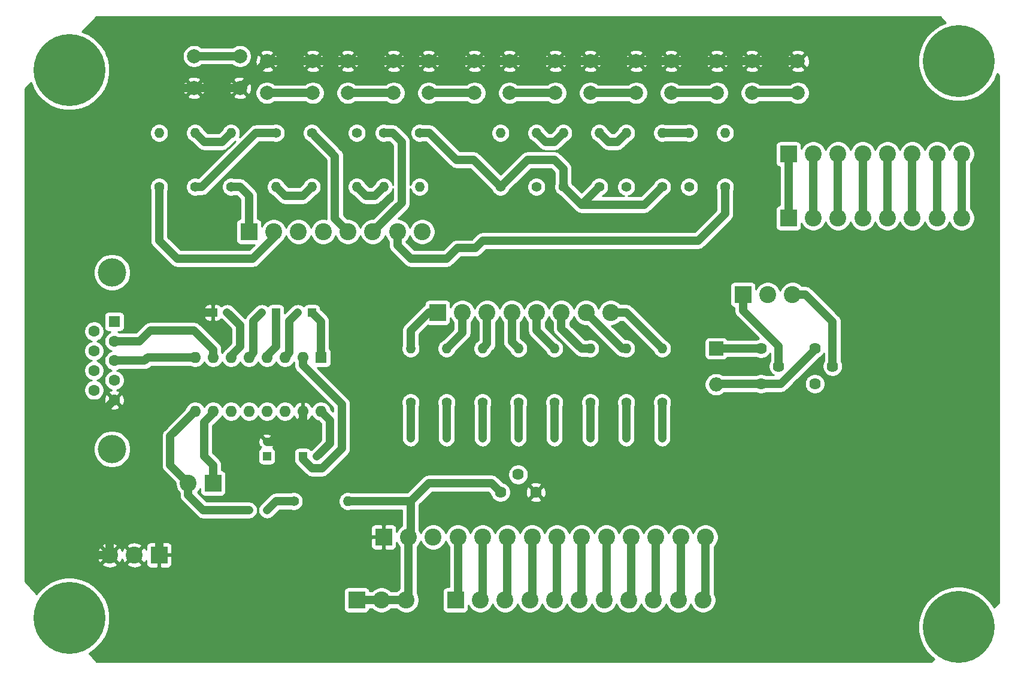
<source format=gbl>
G04 #@! TF.GenerationSoftware,KiCad,Pcbnew,(5.1.6)-1*
G04 #@! TF.CreationDate,2020-09-16T08:59:51-06:00*
G04 #@! TF.ProjectId,Practica_1,50726163-7469-4636-915f-312e6b696361,rev?*
G04 #@! TF.SameCoordinates,Original*
G04 #@! TF.FileFunction,Copper,L2,Bot*
G04 #@! TF.FilePolarity,Positive*
%FSLAX46Y46*%
G04 Gerber Fmt 4.6, Leading zero omitted, Abs format (unit mm)*
G04 Created by KiCad (PCBNEW (5.1.6)-1) date 2020-09-16 08:59:51*
%MOMM*%
%LPD*%
G01*
G04 APERTURE LIST*
G04 #@! TA.AperFunction,ComponentPad*
%ADD10C,10.160000*%
G04 #@! TD*
G04 #@! TA.AperFunction,ComponentPad*
%ADD11O,2.000000X2.000000*%
G04 #@! TD*
G04 #@! TA.AperFunction,ComponentPad*
%ADD12R,2.000000X2.000000*%
G04 #@! TD*
G04 #@! TA.AperFunction,ComponentPad*
%ADD13C,2.000000*%
G04 #@! TD*
G04 #@! TA.AperFunction,ComponentPad*
%ADD14C,1.620000*%
G04 #@! TD*
G04 #@! TA.AperFunction,ComponentPad*
%ADD15C,4.000000*%
G04 #@! TD*
G04 #@! TA.AperFunction,ComponentPad*
%ADD16C,1.600000*%
G04 #@! TD*
G04 #@! TA.AperFunction,ComponentPad*
%ADD17R,1.600000X1.600000*%
G04 #@! TD*
G04 #@! TA.AperFunction,ComponentPad*
%ADD18O,1.600000X1.600000*%
G04 #@! TD*
G04 #@! TA.AperFunction,ComponentPad*
%ADD19O,1.400000X1.400000*%
G04 #@! TD*
G04 #@! TA.AperFunction,ComponentPad*
%ADD20C,1.400000*%
G04 #@! TD*
G04 #@! TA.AperFunction,ComponentPad*
%ADD21C,2.400000*%
G04 #@! TD*
G04 #@! TA.AperFunction,ComponentPad*
%ADD22R,2.400000X2.400000*%
G04 #@! TD*
G04 #@! TA.AperFunction,ComponentPad*
%ADD23C,1.200000*%
G04 #@! TD*
G04 #@! TA.AperFunction,ComponentPad*
%ADD24R,1.200000X1.200000*%
G04 #@! TD*
G04 #@! TA.AperFunction,Conductor*
%ADD25C,1.200000*%
G04 #@! TD*
G04 #@! TA.AperFunction,Conductor*
%ADD26C,0.254000*%
G04 #@! TD*
G04 APERTURE END LIST*
D10*
X69850000Y-127000000D03*
X69850000Y-49530000D03*
X195580000Y-48260000D03*
X195580000Y-128270000D03*
D11*
X161290000Y-93980000D03*
D12*
X161290000Y-88900000D03*
D13*
X172870000Y-48260000D03*
X172870000Y-52760000D03*
X166370000Y-48260000D03*
X166370000Y-52760000D03*
X161440000Y-48260000D03*
X161440000Y-52760000D03*
X154940000Y-48260000D03*
X154940000Y-52760000D03*
X150010000Y-48260000D03*
X150010000Y-52760000D03*
X143510000Y-48260000D03*
X143510000Y-52760000D03*
X138580000Y-48260000D03*
X138580000Y-52760000D03*
X132080000Y-48260000D03*
X132080000Y-52760000D03*
X127150000Y-48260000D03*
X127150000Y-52760000D03*
X120650000Y-48260000D03*
X120650000Y-52760000D03*
X115720000Y-48260000D03*
X115720000Y-52760000D03*
X109220000Y-48260000D03*
X109220000Y-52760000D03*
X104290000Y-48260000D03*
X104290000Y-52760000D03*
X97790000Y-48260000D03*
X97790000Y-52760000D03*
X87480000Y-52070000D03*
X87480000Y-47570000D03*
X93980000Y-52070000D03*
X93980000Y-47570000D03*
D14*
X175260000Y-88900000D03*
X177760000Y-91400000D03*
X175260000Y-93900000D03*
X167640000Y-88900000D03*
X170140000Y-91400000D03*
X167640000Y-93900000D03*
X130810000Y-109220000D03*
X133310000Y-106720000D03*
X135810000Y-109220000D03*
D15*
X75900000Y-103130000D03*
X75900000Y-78130000D03*
D16*
X73360000Y-94785000D03*
X73360000Y-92015000D03*
X73360000Y-89245000D03*
X73360000Y-86475000D03*
X76200000Y-96170000D03*
X76200000Y-93400000D03*
X76200000Y-90630000D03*
X76200000Y-87860000D03*
D17*
X76200000Y-85090000D03*
D18*
X105410000Y-97790000D03*
X87630000Y-90170000D03*
X102870000Y-97790000D03*
X90170000Y-90170000D03*
X100330000Y-97790000D03*
X92710000Y-90170000D03*
X97790000Y-97790000D03*
X95250000Y-90170000D03*
X95250000Y-97790000D03*
X97790000Y-90170000D03*
X92710000Y-97790000D03*
X100330000Y-90170000D03*
X90170000Y-97790000D03*
X102870000Y-90170000D03*
X87630000Y-97790000D03*
D17*
X105410000Y-90170000D03*
D19*
X109220000Y-110490000D03*
D20*
X101600000Y-110490000D03*
D19*
X144780000Y-58420000D03*
D20*
X144780000Y-66040000D03*
D19*
X119380000Y-66040000D03*
D20*
X119380000Y-58420000D03*
D19*
X110490000Y-66040000D03*
D20*
X110490000Y-58420000D03*
D19*
X99060000Y-66040000D03*
D20*
X99060000Y-58420000D03*
D19*
X153670000Y-58420000D03*
D20*
X153670000Y-66040000D03*
D19*
X139700000Y-58420000D03*
D20*
X139700000Y-66040000D03*
D19*
X130810000Y-58420000D03*
D20*
X130810000Y-66040000D03*
D19*
X87630000Y-58420000D03*
D20*
X87630000Y-66040000D03*
D19*
X148590000Y-58420000D03*
D20*
X148590000Y-66040000D03*
D19*
X162560000Y-58420000D03*
D20*
X162560000Y-66040000D03*
D19*
X114300000Y-66040000D03*
D20*
X114300000Y-58420000D03*
D19*
X104140000Y-66040000D03*
D20*
X104140000Y-58420000D03*
D19*
X157480000Y-58420000D03*
D20*
X157480000Y-66040000D03*
D19*
X118110000Y-88900000D03*
D20*
X118110000Y-96520000D03*
D19*
X123190000Y-88900000D03*
D20*
X123190000Y-96520000D03*
D19*
X128270000Y-88900000D03*
D20*
X128270000Y-96520000D03*
D19*
X133350000Y-88900000D03*
D20*
X133350000Y-96520000D03*
D19*
X138430000Y-88900000D03*
D20*
X138430000Y-96520000D03*
D19*
X143510000Y-88900000D03*
D20*
X143510000Y-96520000D03*
D19*
X148590000Y-88900000D03*
D20*
X148590000Y-96520000D03*
D19*
X153670000Y-88900000D03*
D20*
X153670000Y-96520000D03*
D19*
X135890000Y-58420000D03*
D20*
X135890000Y-66040000D03*
D19*
X82550000Y-58420000D03*
D20*
X82550000Y-66040000D03*
D19*
X92710000Y-58420000D03*
D20*
X92710000Y-66040000D03*
D21*
X172100000Y-81280000D03*
X168600000Y-81280000D03*
D22*
X165100000Y-81280000D03*
D21*
X119750000Y-72390000D03*
X116250000Y-72390000D03*
X112750000Y-72390000D03*
X109250000Y-72390000D03*
X105750000Y-72390000D03*
X102250000Y-72390000D03*
X98750000Y-72390000D03*
D22*
X95250000Y-72390000D03*
D21*
X159460000Y-124460000D03*
X155960000Y-124460000D03*
X152460000Y-124460000D03*
X148960000Y-124460000D03*
X145460000Y-124460000D03*
X141960000Y-124460000D03*
X138460000Y-124460000D03*
X134960000Y-124460000D03*
X131460000Y-124460000D03*
X127960000Y-124460000D03*
D22*
X124460000Y-124460000D03*
D21*
X159800000Y-115570000D03*
X156300000Y-115570000D03*
X152800000Y-115570000D03*
X149300000Y-115570000D03*
X145800000Y-115570000D03*
X142300000Y-115570000D03*
X138800000Y-115570000D03*
X135300000Y-115570000D03*
X131800000Y-115570000D03*
X128300000Y-115570000D03*
X124800000Y-115570000D03*
X121300000Y-115570000D03*
X117800000Y-115570000D03*
D22*
X114300000Y-115570000D03*
D21*
X146420000Y-83820000D03*
X142920000Y-83820000D03*
X139420000Y-83820000D03*
X135920000Y-83820000D03*
X132420000Y-83820000D03*
X128920000Y-83820000D03*
X125420000Y-83820000D03*
D22*
X121920000Y-83820000D03*
D21*
X75550000Y-118110000D03*
X79050000Y-118110000D03*
D22*
X82550000Y-118110000D03*
D21*
X117490000Y-124460000D03*
X113990000Y-124460000D03*
D22*
X110490000Y-124460000D03*
D21*
X86670000Y-107950000D03*
D22*
X90170000Y-107950000D03*
D21*
X196035001Y-70445001D03*
X192535001Y-70445001D03*
X189035001Y-70445001D03*
X185535001Y-70445001D03*
X182035001Y-70445001D03*
X178535001Y-70445001D03*
X175035001Y-70445001D03*
D22*
X171535001Y-70445001D03*
D21*
X196035001Y-61395001D03*
X192535001Y-61395001D03*
X189035001Y-61395001D03*
X185535001Y-61395001D03*
X182035001Y-61395001D03*
X178535001Y-61395001D03*
X175035001Y-61395001D03*
D22*
X171535001Y-61395001D03*
D23*
X97790000Y-102140000D03*
D24*
X97790000Y-104140000D03*
D23*
X92170000Y-83820000D03*
D24*
X90170000Y-83820000D03*
D23*
X104870000Y-104140000D03*
D24*
X102870000Y-104140000D03*
D23*
X97060000Y-83820000D03*
D24*
X99060000Y-83820000D03*
D23*
X102140000Y-83820000D03*
D24*
X104140000Y-83820000D03*
D25*
X100969999Y-89530001D02*
X100330000Y-90170000D01*
X100969999Y-84990001D02*
X100969999Y-89530001D01*
X102140000Y-83820000D02*
X100969999Y-84990001D01*
X105410000Y-85090000D02*
X105410000Y-90170000D01*
X104140000Y-83820000D02*
X105410000Y-85090000D01*
X95889999Y-89530001D02*
X95250000Y-90170000D01*
X95889999Y-84990001D02*
X95889999Y-89530001D01*
X97060000Y-83820000D02*
X95889999Y-84990001D01*
X97790000Y-89897998D02*
X97790000Y-90170000D01*
X99060000Y-88627998D02*
X97790000Y-89897998D01*
X99060000Y-83820000D02*
X99060000Y-88627998D01*
X104870000Y-104140000D02*
X106680000Y-102330000D01*
X106680000Y-99060000D02*
X105410000Y-97790000D01*
X106680000Y-102330000D02*
X106680000Y-99060000D01*
X118110000Y-115260000D02*
X117800000Y-115570000D01*
X118110000Y-110490000D02*
X118110000Y-115260000D01*
X109220000Y-110490000D02*
X118110000Y-110490000D01*
X130810000Y-109220000D02*
X129540000Y-107950000D01*
X120650000Y-107950000D02*
X118110000Y-110490000D01*
X129540000Y-107950000D02*
X120650000Y-107950000D01*
X117800000Y-124150000D02*
X117490000Y-124460000D01*
X117800000Y-115570000D02*
X117800000Y-124150000D01*
X110490000Y-124460000D02*
X117490000Y-124460000D01*
X102870000Y-91301370D02*
X102870000Y-90170000D01*
X108380010Y-96811380D02*
X102870000Y-91301370D01*
X108380010Y-103034167D02*
X108380010Y-96811380D01*
X105574167Y-105840009D02*
X108380010Y-103034167D01*
X104165833Y-105840009D02*
X105574167Y-105840009D01*
X102870000Y-104544176D02*
X104165833Y-105840009D01*
X102870000Y-104140000D02*
X102870000Y-104544176D01*
X92170000Y-83820000D02*
X93980000Y-85630000D01*
X93980000Y-85630000D02*
X93980000Y-88627998D01*
X92710000Y-89897998D02*
X92710000Y-90170000D01*
X93980000Y-88627998D02*
X92710000Y-89897998D01*
X102870000Y-98921370D02*
X102870000Y-97790000D01*
X99651370Y-102140000D02*
X102870000Y-98921370D01*
X97790000Y-102140000D02*
X99651370Y-102140000D01*
X75550000Y-118110000D02*
X72390000Y-118110000D01*
X72390000Y-118110000D02*
X71120000Y-116840000D01*
X71120000Y-101250000D02*
X76200000Y-96170000D01*
X71120000Y-116840000D02*
X71120000Y-101250000D01*
X75550000Y-118110000D02*
X75550000Y-116220000D01*
X75550000Y-116220000D02*
X77470000Y-114300000D01*
X77470000Y-114300000D02*
X81280000Y-114300000D01*
X81280000Y-114300000D02*
X82550000Y-115570000D01*
X82550000Y-115570000D02*
X82550000Y-118110000D01*
X93980000Y-52070000D02*
X97790000Y-48260000D01*
X97790000Y-48260000D02*
X104290000Y-48260000D01*
X109220000Y-48260000D02*
X115720000Y-48260000D01*
X115720000Y-48260000D02*
X120650000Y-48260000D01*
X120650000Y-48260000D02*
X127150000Y-48260000D01*
X127150000Y-48260000D02*
X132080000Y-48260000D01*
X132080000Y-48260000D02*
X138580000Y-48260000D01*
X143510000Y-48260000D02*
X150010000Y-48260000D01*
X138580000Y-48260000D02*
X143510000Y-48260000D01*
X150010000Y-48260000D02*
X154940000Y-48260000D01*
X154940000Y-48260000D02*
X161440000Y-48260000D01*
X104290000Y-48260000D02*
X109220000Y-48260000D01*
X76200000Y-72390000D02*
X87630000Y-83820000D01*
X76200000Y-59690000D02*
X76200000Y-72390000D01*
X87630000Y-83820000D02*
X90170000Y-83820000D01*
X87480000Y-52070000D02*
X83820000Y-52070000D01*
X83820000Y-52070000D02*
X76200000Y-59690000D01*
X161440000Y-48260000D02*
X166370000Y-48260000D01*
X166370000Y-48260000D02*
X172870000Y-48260000D01*
X87480000Y-52070000D02*
X93980000Y-52070000D01*
X86670000Y-107950000D02*
X84130000Y-105410000D01*
X84130000Y-101290000D02*
X87630000Y-97790000D01*
X84130000Y-105410000D02*
X84130000Y-101290000D01*
X86670000Y-109647056D02*
X88782944Y-111760000D01*
X86670000Y-107950000D02*
X86670000Y-109647056D01*
X88782944Y-111760000D02*
X95250000Y-111760000D01*
X101600000Y-110490000D02*
X99060000Y-110490000D01*
X99060000Y-110490000D02*
X97790000Y-111760000D01*
X118110000Y-96520000D02*
X118110000Y-101600000D01*
X123190000Y-96520000D02*
X123190000Y-101600000D01*
X128270000Y-96520000D02*
X128270000Y-101600000D01*
X133350000Y-96520000D02*
X133350000Y-101600000D01*
X138430000Y-96520000D02*
X138430000Y-101600000D01*
X143510000Y-96520000D02*
X143510000Y-101600000D01*
X148590000Y-96520000D02*
X148590000Y-101600000D01*
X153670000Y-96520000D02*
X153670000Y-101600000D01*
X196035001Y-61395001D02*
X196035001Y-70445001D01*
X192535001Y-61395001D02*
X192535001Y-70445001D01*
X189035001Y-61395001D02*
X189035001Y-70445001D01*
X185535001Y-61395001D02*
X185535001Y-70445001D01*
X182035001Y-61395001D02*
X182035001Y-70445001D01*
X178535001Y-61395001D02*
X178535001Y-70445001D01*
X175035001Y-61395001D02*
X175035001Y-70445001D01*
X171535001Y-61395001D02*
X171535001Y-70445001D01*
X90170000Y-107950000D02*
X90170000Y-105410000D01*
X90170000Y-105410000D02*
X88900000Y-104140000D01*
X90170000Y-98062002D02*
X90170000Y-97790000D01*
X88900000Y-99332002D02*
X90170000Y-98062002D01*
X88900000Y-104140000D02*
X88900000Y-99332002D01*
X148590000Y-83820000D02*
X153670000Y-88900000D01*
X146420000Y-83820000D02*
X148590000Y-83820000D01*
X148000000Y-88900000D02*
X148590000Y-88900000D01*
X142920000Y-83820000D02*
X148000000Y-88900000D01*
X139420000Y-83820000D02*
X139420000Y-86080000D01*
X142240000Y-88900000D02*
X143510000Y-88900000D01*
X139420000Y-86080000D02*
X142240000Y-88900000D01*
X135920000Y-86390000D02*
X138430000Y-88900000D01*
X135920000Y-83820000D02*
X135920000Y-86390000D01*
X132420000Y-87970000D02*
X133350000Y-88900000D01*
X132420000Y-83820000D02*
X132420000Y-87970000D01*
X128920000Y-88250000D02*
X128270000Y-88900000D01*
X128920000Y-83820000D02*
X128920000Y-88250000D01*
X125420000Y-86670000D02*
X123190000Y-88900000D01*
X125420000Y-83820000D02*
X125420000Y-86670000D01*
X121920000Y-83820000D02*
X120650000Y-83820000D01*
X118110000Y-86360000D02*
X118110000Y-88900000D01*
X120650000Y-83820000D02*
X118110000Y-86360000D01*
X159800000Y-124120000D02*
X159460000Y-124460000D01*
X159800000Y-115570000D02*
X159800000Y-124120000D01*
X156300000Y-124120000D02*
X155960000Y-124460000D01*
X156300000Y-115570000D02*
X156300000Y-124120000D01*
X152800000Y-124120000D02*
X152460000Y-124460000D01*
X152800000Y-115570000D02*
X152800000Y-124120000D01*
X149300000Y-115570000D02*
X149300000Y-125020000D01*
X145800000Y-124120000D02*
X145460000Y-124460000D01*
X145800000Y-115570000D02*
X145800000Y-124120000D01*
X142300000Y-124120000D02*
X141960000Y-124460000D01*
X142300000Y-115570000D02*
X142300000Y-124120000D01*
X138800000Y-124120000D02*
X138460000Y-124460000D01*
X138800000Y-115570000D02*
X138800000Y-124120000D01*
X135300000Y-124120000D02*
X134960000Y-124460000D01*
X135300000Y-115570000D02*
X135300000Y-124120000D01*
X131800000Y-124120000D02*
X131460000Y-124460000D01*
X131800000Y-115570000D02*
X131800000Y-124120000D01*
X128300000Y-124120000D02*
X127960000Y-124460000D01*
X128300000Y-115570000D02*
X128300000Y-124120000D01*
X124800000Y-124120000D02*
X124460000Y-124460000D01*
X124800000Y-115570000D02*
X124800000Y-124120000D01*
X162560000Y-66040000D02*
X162560000Y-69850000D01*
X162560000Y-69850000D02*
X158750000Y-73660000D01*
X158750000Y-73660000D02*
X128270000Y-73660000D01*
X127239999Y-74690001D02*
X124699999Y-74690001D01*
X128270000Y-73660000D02*
X127239999Y-74690001D01*
X124699999Y-74690001D02*
X123190000Y-76200000D01*
X123190000Y-76200000D02*
X118110000Y-76200000D01*
X116250000Y-74340000D02*
X116250000Y-72390000D01*
X118110000Y-76200000D02*
X116250000Y-74340000D01*
X114300000Y-58420000D02*
X115570000Y-58420000D01*
X115570000Y-58420000D02*
X116840000Y-59690000D01*
X116840000Y-68300000D02*
X112750000Y-72390000D01*
X116840000Y-59690000D02*
X116840000Y-68300000D01*
X107419999Y-70559999D02*
X109250000Y-72390000D01*
X107419999Y-61699999D02*
X107419999Y-70559999D01*
X104140000Y-58420000D02*
X107419999Y-61699999D01*
X82550000Y-66040000D02*
X82550000Y-73660000D01*
X82550000Y-73660000D02*
X85090000Y-76200000D01*
X98750000Y-73270002D02*
X98750000Y-72390000D01*
X95820002Y-76200000D02*
X98750000Y-73270002D01*
X85090000Y-76200000D02*
X95820002Y-76200000D01*
X92710000Y-66040000D02*
X93980000Y-66040000D01*
X95250000Y-67310000D02*
X95250000Y-72390000D01*
X93980000Y-66040000D02*
X95250000Y-67310000D01*
X173910000Y-81280000D02*
X172100000Y-81280000D01*
X177760000Y-91400000D02*
X177760000Y-85130000D01*
X177760000Y-85130000D02*
X173910000Y-81280000D01*
X170140000Y-88573198D02*
X165100000Y-83533198D01*
X165100000Y-83533198D02*
X165100000Y-81280000D01*
X170140000Y-91400000D02*
X170140000Y-88573198D01*
X87630000Y-58420000D02*
X88900000Y-59690000D01*
X88900000Y-59690000D02*
X91440000Y-59690000D01*
X91440000Y-59690000D02*
X92710000Y-58420000D01*
X135890000Y-58420000D02*
X137160000Y-59690000D01*
X137160000Y-59690000D02*
X138430000Y-59690000D01*
X138430000Y-59690000D02*
X139700000Y-58420000D01*
X153670000Y-58420000D02*
X157480000Y-58420000D01*
X99060000Y-66040000D02*
X100330000Y-67310000D01*
X100330000Y-67310000D02*
X102870000Y-67310000D01*
X102870000Y-67310000D02*
X104140000Y-66040000D01*
X110490000Y-66040000D02*
X111760000Y-67310000D01*
X111760000Y-67310000D02*
X113030000Y-67310000D01*
X113030000Y-67310000D02*
X114300000Y-66040000D01*
X144780000Y-58420000D02*
X146050000Y-59690000D01*
X146050000Y-59690000D02*
X147320000Y-59690000D01*
X147320000Y-59690000D02*
X148590000Y-58420000D01*
X96239949Y-58420000D02*
X99060000Y-58420000D01*
X88619949Y-66040000D02*
X96239949Y-58420000D01*
X87630000Y-66040000D02*
X88619949Y-66040000D01*
X127000000Y-62230000D02*
X130810000Y-66040000D01*
X124584002Y-62230000D02*
X127000000Y-62230000D01*
X119380000Y-58420000D02*
X120774002Y-58420000D01*
X120774002Y-58420000D02*
X124584002Y-62230000D01*
X138430000Y-62230000D02*
X139700000Y-63500000D01*
X139700000Y-63500000D02*
X139700000Y-66040000D01*
X130810000Y-66040000D02*
X134620000Y-62230000D01*
X134620000Y-62230000D02*
X138430000Y-62230000D01*
X151130000Y-68580000D02*
X153670000Y-66040000D01*
X139700000Y-66040000D02*
X142240000Y-68580000D01*
X142240000Y-68580000D02*
X151130000Y-68580000D01*
X144780000Y-66040000D02*
X142240000Y-68580000D01*
X161290000Y-88900000D02*
X167640000Y-88900000D01*
X170466802Y-93900000D02*
X175260000Y-89106802D01*
X175260000Y-89106802D02*
X175260000Y-88900000D01*
X167640000Y-93900000D02*
X161370000Y-93900000D01*
X161370000Y-93900000D02*
X161290000Y-93980000D01*
X167640000Y-93900000D02*
X170466802Y-93900000D01*
X87480000Y-47570000D02*
X93980000Y-47570000D01*
X97790000Y-52760000D02*
X104290000Y-52760000D01*
X109220000Y-52760000D02*
X115720000Y-52760000D01*
X127150000Y-52760000D02*
X120650000Y-52760000D01*
X132080000Y-52760000D02*
X138580000Y-52760000D01*
X143510000Y-52760000D02*
X150010000Y-52760000D01*
X154940000Y-52760000D02*
X161440000Y-52760000D01*
X166370000Y-52760000D02*
X172870000Y-52760000D01*
X76200000Y-90630000D02*
X80470000Y-90630000D01*
X80930000Y-90170000D02*
X87630000Y-90170000D01*
X80470000Y-90630000D02*
X80930000Y-90170000D01*
X76200000Y-87860000D02*
X79780000Y-87860000D01*
X79780000Y-87860000D02*
X81280000Y-86360000D01*
X90170000Y-89038630D02*
X90170000Y-90170000D01*
X87491370Y-86360000D02*
X90170000Y-89038630D01*
X81280000Y-86360000D02*
X87491370Y-86360000D01*
D26*
G36*
X193773005Y-42822611D02*
G01*
X192872933Y-43195433D01*
X191936900Y-43820870D01*
X191140870Y-44616900D01*
X190515433Y-45552933D01*
X190084625Y-46592996D01*
X189865000Y-47697122D01*
X189865000Y-48822878D01*
X190084625Y-49927004D01*
X190515433Y-50967067D01*
X191140870Y-51903100D01*
X191936900Y-52699130D01*
X192872933Y-53324567D01*
X193912996Y-53755375D01*
X195017122Y-53975000D01*
X196142878Y-53975000D01*
X197247004Y-53755375D01*
X198287067Y-53324567D01*
X199223100Y-52699130D01*
X200019130Y-51903100D01*
X200644567Y-50967067D01*
X201017389Y-50066995D01*
X201270001Y-50319607D01*
X201270000Y-124868747D01*
X200582612Y-125470211D01*
X200019130Y-124626900D01*
X199223100Y-123830870D01*
X198287067Y-123205433D01*
X197247004Y-122774625D01*
X196142878Y-122555000D01*
X195017122Y-122555000D01*
X193912996Y-122774625D01*
X192872933Y-123205433D01*
X191936900Y-123830870D01*
X191140870Y-124626900D01*
X190515433Y-125562933D01*
X190084625Y-126602996D01*
X189865000Y-127707122D01*
X189865000Y-128832878D01*
X190084625Y-129937004D01*
X190515433Y-130977067D01*
X191140870Y-131913100D01*
X191936900Y-132709130D01*
X192148204Y-132850319D01*
X191722282Y-133223000D01*
X73717031Y-133223000D01*
X72638780Y-132009968D01*
X73493100Y-131439130D01*
X74289130Y-130643100D01*
X74914567Y-129707067D01*
X75345375Y-128667004D01*
X75565000Y-127562878D01*
X75565000Y-126437122D01*
X75345375Y-125332996D01*
X74914567Y-124292933D01*
X74289130Y-123356900D01*
X73493100Y-122560870D01*
X72557067Y-121935433D01*
X71517004Y-121504625D01*
X70412878Y-121285000D01*
X69287122Y-121285000D01*
X68182996Y-121504625D01*
X67142933Y-121935433D01*
X66206900Y-122560870D01*
X65410870Y-123356900D01*
X65211882Y-123654707D01*
X63627000Y-121871715D01*
X63627000Y-119387980D01*
X74451626Y-119387980D01*
X74571514Y-119672836D01*
X74895210Y-119833699D01*
X75244069Y-119928322D01*
X75604684Y-119953067D01*
X75963198Y-119906985D01*
X76305833Y-119791846D01*
X76528486Y-119672836D01*
X76648374Y-119387980D01*
X77951626Y-119387980D01*
X78071514Y-119672836D01*
X78395210Y-119833699D01*
X78744069Y-119928322D01*
X79104684Y-119953067D01*
X79463198Y-119906985D01*
X79805833Y-119791846D01*
X80028486Y-119672836D01*
X80148374Y-119387980D01*
X79050000Y-118289605D01*
X77951626Y-119387980D01*
X76648374Y-119387980D01*
X75550000Y-118289605D01*
X74451626Y-119387980D01*
X63627000Y-119387980D01*
X63627000Y-118164684D01*
X73706933Y-118164684D01*
X73753015Y-118523198D01*
X73868154Y-118865833D01*
X73987164Y-119088486D01*
X74272020Y-119208374D01*
X75370395Y-118110000D01*
X75729605Y-118110000D01*
X76827980Y-119208374D01*
X77112836Y-119088486D01*
X77273699Y-118764790D01*
X77300721Y-118665164D01*
X77368154Y-118865833D01*
X77487164Y-119088486D01*
X77772020Y-119208374D01*
X78870395Y-118110000D01*
X79229605Y-118110000D01*
X80327980Y-119208374D01*
X80612836Y-119088486D01*
X80713352Y-118886223D01*
X80711928Y-119310000D01*
X80724188Y-119434482D01*
X80760498Y-119554180D01*
X80819463Y-119664494D01*
X80898815Y-119761185D01*
X80995506Y-119840537D01*
X81105820Y-119899502D01*
X81225518Y-119935812D01*
X81350000Y-119948072D01*
X82264250Y-119945000D01*
X82423000Y-119786250D01*
X82423000Y-118237000D01*
X82677000Y-118237000D01*
X82677000Y-119786250D01*
X82835750Y-119945000D01*
X83750000Y-119948072D01*
X83874482Y-119935812D01*
X83994180Y-119899502D01*
X84104494Y-119840537D01*
X84201185Y-119761185D01*
X84280537Y-119664494D01*
X84339502Y-119554180D01*
X84375812Y-119434482D01*
X84388072Y-119310000D01*
X84385000Y-118395750D01*
X84226250Y-118237000D01*
X82677000Y-118237000D01*
X82423000Y-118237000D01*
X82403000Y-118237000D01*
X82403000Y-117983000D01*
X82423000Y-117983000D01*
X82423000Y-116433750D01*
X82677000Y-116433750D01*
X82677000Y-117983000D01*
X84226250Y-117983000D01*
X84385000Y-117824250D01*
X84388072Y-116910000D01*
X84375812Y-116785518D01*
X84371105Y-116770000D01*
X112461928Y-116770000D01*
X112474188Y-116894482D01*
X112510498Y-117014180D01*
X112569463Y-117124494D01*
X112648815Y-117221185D01*
X112745506Y-117300537D01*
X112855820Y-117359502D01*
X112975518Y-117395812D01*
X113100000Y-117408072D01*
X114014250Y-117405000D01*
X114173000Y-117246250D01*
X114173000Y-115697000D01*
X112623750Y-115697000D01*
X112465000Y-115855750D01*
X112461928Y-116770000D01*
X84371105Y-116770000D01*
X84339502Y-116665820D01*
X84280537Y-116555506D01*
X84201185Y-116458815D01*
X84104494Y-116379463D01*
X83994180Y-116320498D01*
X83874482Y-116284188D01*
X83750000Y-116271928D01*
X82835750Y-116275000D01*
X82677000Y-116433750D01*
X82423000Y-116433750D01*
X82264250Y-116275000D01*
X81350000Y-116271928D01*
X81225518Y-116284188D01*
X81105820Y-116320498D01*
X80995506Y-116379463D01*
X80898815Y-116458815D01*
X80819463Y-116555506D01*
X80760498Y-116665820D01*
X80724188Y-116785518D01*
X80711928Y-116910000D01*
X80713304Y-117319477D01*
X80612836Y-117131514D01*
X80327980Y-117011626D01*
X79229605Y-118110000D01*
X78870395Y-118110000D01*
X77772020Y-117011626D01*
X77487164Y-117131514D01*
X77326301Y-117455210D01*
X77299279Y-117554836D01*
X77231846Y-117354167D01*
X77112836Y-117131514D01*
X76827980Y-117011626D01*
X75729605Y-118110000D01*
X75370395Y-118110000D01*
X74272020Y-117011626D01*
X73987164Y-117131514D01*
X73826301Y-117455210D01*
X73731678Y-117804069D01*
X73706933Y-118164684D01*
X63627000Y-118164684D01*
X63627000Y-116832020D01*
X74451626Y-116832020D01*
X75550000Y-117930395D01*
X76648374Y-116832020D01*
X77951626Y-116832020D01*
X79050000Y-117930395D01*
X80148374Y-116832020D01*
X80028486Y-116547164D01*
X79704790Y-116386301D01*
X79355931Y-116291678D01*
X78995316Y-116266933D01*
X78636802Y-116313015D01*
X78294167Y-116428154D01*
X78071514Y-116547164D01*
X77951626Y-116832020D01*
X76648374Y-116832020D01*
X76528486Y-116547164D01*
X76204790Y-116386301D01*
X75855931Y-116291678D01*
X75495316Y-116266933D01*
X75136802Y-116313015D01*
X74794167Y-116428154D01*
X74571514Y-116547164D01*
X74451626Y-116832020D01*
X63627000Y-116832020D01*
X63627000Y-114370000D01*
X112461928Y-114370000D01*
X112465000Y-115284250D01*
X112623750Y-115443000D01*
X114173000Y-115443000D01*
X114173000Y-113893750D01*
X114014250Y-113735000D01*
X113100000Y-113731928D01*
X112975518Y-113744188D01*
X112855820Y-113780498D01*
X112745506Y-113839463D01*
X112648815Y-113918815D01*
X112569463Y-114015506D01*
X112510498Y-114125820D01*
X112474188Y-114245518D01*
X112461928Y-114370000D01*
X63627000Y-114370000D01*
X63627000Y-102870475D01*
X73265000Y-102870475D01*
X73265000Y-103389525D01*
X73366261Y-103898601D01*
X73564893Y-104378141D01*
X73853262Y-104809715D01*
X74220285Y-105176738D01*
X74651859Y-105465107D01*
X75131399Y-105663739D01*
X75640475Y-105765000D01*
X76159525Y-105765000D01*
X76668601Y-105663739D01*
X77148141Y-105465107D01*
X77579715Y-105176738D01*
X77946738Y-104809715D01*
X78235107Y-104378141D01*
X78433739Y-103898601D01*
X78535000Y-103389525D01*
X78535000Y-102870475D01*
X78433739Y-102361399D01*
X78235107Y-101881859D01*
X77946738Y-101450285D01*
X77786453Y-101290000D01*
X82889025Y-101290000D01*
X82895001Y-101350675D01*
X82895000Y-105349335D01*
X82889025Y-105410000D01*
X82907502Y-105597595D01*
X82912870Y-105652101D01*
X82983489Y-105884900D01*
X83098167Y-106099448D01*
X83252498Y-106287502D01*
X83299625Y-106326178D01*
X84835000Y-107861554D01*
X84835000Y-108130732D01*
X84905518Y-108485250D01*
X85043844Y-108819199D01*
X85244662Y-109119744D01*
X85435000Y-109310082D01*
X85435000Y-109586391D01*
X85429025Y-109647056D01*
X85452870Y-109889158D01*
X85523489Y-110121955D01*
X85523490Y-110121957D01*
X85638168Y-110336505D01*
X85792499Y-110524558D01*
X85839621Y-110563230D01*
X87866770Y-112590380D01*
X87905442Y-112637502D01*
X88093495Y-112791833D01*
X88308043Y-112906511D01*
X88540841Y-112977130D01*
X88782943Y-113000975D01*
X88843608Y-112995000D01*
X95310665Y-112995000D01*
X95492102Y-112977130D01*
X95724901Y-112906511D01*
X95939449Y-112791833D01*
X96127502Y-112637502D01*
X96281833Y-112449449D01*
X96396511Y-112234901D01*
X96467130Y-112002102D01*
X96490975Y-111760000D01*
X96549025Y-111760000D01*
X96572870Y-112002102D01*
X96643489Y-112234899D01*
X96758168Y-112449448D01*
X96912499Y-112637501D01*
X97100552Y-112791832D01*
X97315101Y-112906511D01*
X97547898Y-112977130D01*
X97790000Y-113000975D01*
X98032102Y-112977130D01*
X98264899Y-112906511D01*
X98479448Y-112791832D01*
X98620380Y-112676173D01*
X99571554Y-111725000D01*
X101093033Y-111725000D01*
X101210595Y-111773696D01*
X101468514Y-111825000D01*
X101731486Y-111825000D01*
X101989405Y-111773696D01*
X102232359Y-111673061D01*
X102451013Y-111526962D01*
X102636962Y-111341013D01*
X102783061Y-111122359D01*
X102883696Y-110879405D01*
X102935000Y-110621486D01*
X102935000Y-110358514D01*
X107885000Y-110358514D01*
X107885000Y-110621486D01*
X107936304Y-110879405D01*
X108036939Y-111122359D01*
X108183038Y-111341013D01*
X108368987Y-111526962D01*
X108587641Y-111673061D01*
X108830595Y-111773696D01*
X109088514Y-111825000D01*
X109351486Y-111825000D01*
X109609405Y-111773696D01*
X109726967Y-111725000D01*
X116875000Y-111725000D01*
X116875001Y-113981129D01*
X116630256Y-114144662D01*
X116374662Y-114400256D01*
X116173844Y-114700801D01*
X116136659Y-114790574D01*
X116138072Y-114370000D01*
X116125812Y-114245518D01*
X116089502Y-114125820D01*
X116030537Y-114015506D01*
X115951185Y-113918815D01*
X115854494Y-113839463D01*
X115744180Y-113780498D01*
X115624482Y-113744188D01*
X115500000Y-113731928D01*
X114585750Y-113735000D01*
X114427000Y-113893750D01*
X114427000Y-115443000D01*
X114447000Y-115443000D01*
X114447000Y-115697000D01*
X114427000Y-115697000D01*
X114427000Y-117246250D01*
X114585750Y-117405000D01*
X115500000Y-117408072D01*
X115624482Y-117395812D01*
X115744180Y-117359502D01*
X115854494Y-117300537D01*
X115951185Y-117221185D01*
X116030537Y-117124494D01*
X116089502Y-117014180D01*
X116125812Y-116894482D01*
X116138072Y-116770000D01*
X116136659Y-116349426D01*
X116173844Y-116439199D01*
X116374662Y-116739744D01*
X116565000Y-116930082D01*
X116565001Y-122871129D01*
X116320256Y-123034662D01*
X116129918Y-123225000D01*
X115350082Y-123225000D01*
X115159744Y-123034662D01*
X114859199Y-122833844D01*
X114525250Y-122695518D01*
X114170732Y-122625000D01*
X113809268Y-122625000D01*
X113454750Y-122695518D01*
X113120801Y-122833844D01*
X112820256Y-123034662D01*
X112629918Y-123225000D01*
X112324625Y-123225000D01*
X112315812Y-123135518D01*
X112279502Y-123015820D01*
X112220537Y-122905506D01*
X112141185Y-122808815D01*
X112044494Y-122729463D01*
X111934180Y-122670498D01*
X111814482Y-122634188D01*
X111690000Y-122621928D01*
X109290000Y-122621928D01*
X109165518Y-122634188D01*
X109045820Y-122670498D01*
X108935506Y-122729463D01*
X108838815Y-122808815D01*
X108759463Y-122905506D01*
X108700498Y-123015820D01*
X108664188Y-123135518D01*
X108651928Y-123260000D01*
X108651928Y-125660000D01*
X108664188Y-125784482D01*
X108700498Y-125904180D01*
X108759463Y-126014494D01*
X108838815Y-126111185D01*
X108935506Y-126190537D01*
X109045820Y-126249502D01*
X109165518Y-126285812D01*
X109290000Y-126298072D01*
X111690000Y-126298072D01*
X111814482Y-126285812D01*
X111934180Y-126249502D01*
X112044494Y-126190537D01*
X112141185Y-126111185D01*
X112220537Y-126014494D01*
X112279502Y-125904180D01*
X112315812Y-125784482D01*
X112324625Y-125695000D01*
X112629918Y-125695000D01*
X112820256Y-125885338D01*
X113120801Y-126086156D01*
X113454750Y-126224482D01*
X113809268Y-126295000D01*
X114170732Y-126295000D01*
X114525250Y-126224482D01*
X114859199Y-126086156D01*
X115159744Y-125885338D01*
X115350082Y-125695000D01*
X116129918Y-125695000D01*
X116320256Y-125885338D01*
X116620801Y-126086156D01*
X116954750Y-126224482D01*
X117309268Y-126295000D01*
X117670732Y-126295000D01*
X118025250Y-126224482D01*
X118359199Y-126086156D01*
X118659744Y-125885338D01*
X118915338Y-125629744D01*
X119116156Y-125329199D01*
X119254482Y-124995250D01*
X119325000Y-124640732D01*
X119325000Y-124279268D01*
X119254482Y-123924750D01*
X119116156Y-123590801D01*
X119035000Y-123469343D01*
X119035000Y-116930082D01*
X119225338Y-116739744D01*
X119426156Y-116439199D01*
X119550000Y-116140213D01*
X119673844Y-116439199D01*
X119874662Y-116739744D01*
X120130256Y-116995338D01*
X120430801Y-117196156D01*
X120764750Y-117334482D01*
X121119268Y-117405000D01*
X121480732Y-117405000D01*
X121835250Y-117334482D01*
X122169199Y-117196156D01*
X122469744Y-116995338D01*
X122725338Y-116739744D01*
X122926156Y-116439199D01*
X123050000Y-116140213D01*
X123173844Y-116439199D01*
X123374662Y-116739744D01*
X123565000Y-116930082D01*
X123565001Y-122621928D01*
X123260000Y-122621928D01*
X123135518Y-122634188D01*
X123015820Y-122670498D01*
X122905506Y-122729463D01*
X122808815Y-122808815D01*
X122729463Y-122905506D01*
X122670498Y-123015820D01*
X122634188Y-123135518D01*
X122621928Y-123260000D01*
X122621928Y-125660000D01*
X122634188Y-125784482D01*
X122670498Y-125904180D01*
X122729463Y-126014494D01*
X122808815Y-126111185D01*
X122905506Y-126190537D01*
X123015820Y-126249502D01*
X123135518Y-126285812D01*
X123260000Y-126298072D01*
X125660000Y-126298072D01*
X125784482Y-126285812D01*
X125904180Y-126249502D01*
X126014494Y-126190537D01*
X126111185Y-126111185D01*
X126190537Y-126014494D01*
X126249502Y-125904180D01*
X126285812Y-125784482D01*
X126298072Y-125660000D01*
X126298072Y-125242838D01*
X126333844Y-125329199D01*
X126534662Y-125629744D01*
X126790256Y-125885338D01*
X127090801Y-126086156D01*
X127424750Y-126224482D01*
X127779268Y-126295000D01*
X128140732Y-126295000D01*
X128495250Y-126224482D01*
X128829199Y-126086156D01*
X129129744Y-125885338D01*
X129385338Y-125629744D01*
X129586156Y-125329199D01*
X129710000Y-125030213D01*
X129833844Y-125329199D01*
X130034662Y-125629744D01*
X130290256Y-125885338D01*
X130590801Y-126086156D01*
X130924750Y-126224482D01*
X131279268Y-126295000D01*
X131640732Y-126295000D01*
X131995250Y-126224482D01*
X132329199Y-126086156D01*
X132629744Y-125885338D01*
X132885338Y-125629744D01*
X133086156Y-125329199D01*
X133210000Y-125030213D01*
X133333844Y-125329199D01*
X133534662Y-125629744D01*
X133790256Y-125885338D01*
X134090801Y-126086156D01*
X134424750Y-126224482D01*
X134779268Y-126295000D01*
X135140732Y-126295000D01*
X135495250Y-126224482D01*
X135829199Y-126086156D01*
X136129744Y-125885338D01*
X136385338Y-125629744D01*
X136586156Y-125329199D01*
X136710000Y-125030213D01*
X136833844Y-125329199D01*
X137034662Y-125629744D01*
X137290256Y-125885338D01*
X137590801Y-126086156D01*
X137924750Y-126224482D01*
X138279268Y-126295000D01*
X138640732Y-126295000D01*
X138995250Y-126224482D01*
X139329199Y-126086156D01*
X139629744Y-125885338D01*
X139885338Y-125629744D01*
X140086156Y-125329199D01*
X140210000Y-125030213D01*
X140333844Y-125329199D01*
X140534662Y-125629744D01*
X140790256Y-125885338D01*
X141090801Y-126086156D01*
X141424750Y-126224482D01*
X141779268Y-126295000D01*
X142140732Y-126295000D01*
X142495250Y-126224482D01*
X142829199Y-126086156D01*
X143129744Y-125885338D01*
X143385338Y-125629744D01*
X143586156Y-125329199D01*
X143710000Y-125030213D01*
X143833844Y-125329199D01*
X144034662Y-125629744D01*
X144290256Y-125885338D01*
X144590801Y-126086156D01*
X144924750Y-126224482D01*
X145279268Y-126295000D01*
X145640732Y-126295000D01*
X145995250Y-126224482D01*
X146329199Y-126086156D01*
X146629744Y-125885338D01*
X146885338Y-125629744D01*
X147086156Y-125329199D01*
X147210000Y-125030213D01*
X147333844Y-125329199D01*
X147534662Y-125629744D01*
X147790256Y-125885338D01*
X148090801Y-126086156D01*
X148424750Y-126224482D01*
X148779268Y-126295000D01*
X149140732Y-126295000D01*
X149323348Y-126258675D01*
X149542102Y-126237130D01*
X149774901Y-126166511D01*
X149989449Y-126051833D01*
X150177502Y-125897502D01*
X150331833Y-125709449D01*
X150361918Y-125653164D01*
X150385338Y-125629744D01*
X150586156Y-125329199D01*
X150710000Y-125030213D01*
X150833844Y-125329199D01*
X151034662Y-125629744D01*
X151290256Y-125885338D01*
X151590801Y-126086156D01*
X151924750Y-126224482D01*
X152279268Y-126295000D01*
X152640732Y-126295000D01*
X152995250Y-126224482D01*
X153329199Y-126086156D01*
X153629744Y-125885338D01*
X153885338Y-125629744D01*
X154086156Y-125329199D01*
X154210000Y-125030213D01*
X154333844Y-125329199D01*
X154534662Y-125629744D01*
X154790256Y-125885338D01*
X155090801Y-126086156D01*
X155424750Y-126224482D01*
X155779268Y-126295000D01*
X156140732Y-126295000D01*
X156495250Y-126224482D01*
X156829199Y-126086156D01*
X157129744Y-125885338D01*
X157385338Y-125629744D01*
X157586156Y-125329199D01*
X157710000Y-125030213D01*
X157833844Y-125329199D01*
X158034662Y-125629744D01*
X158290256Y-125885338D01*
X158590801Y-126086156D01*
X158924750Y-126224482D01*
X159279268Y-126295000D01*
X159640732Y-126295000D01*
X159995250Y-126224482D01*
X160329199Y-126086156D01*
X160629744Y-125885338D01*
X160885338Y-125629744D01*
X161086156Y-125329199D01*
X161224482Y-124995250D01*
X161295000Y-124640732D01*
X161295000Y-124279268D01*
X161224482Y-123924750D01*
X161086156Y-123590801D01*
X161035000Y-123514241D01*
X161035000Y-116930082D01*
X161225338Y-116739744D01*
X161426156Y-116439199D01*
X161564482Y-116105250D01*
X161635000Y-115750732D01*
X161635000Y-115389268D01*
X161564482Y-115034750D01*
X161426156Y-114700801D01*
X161225338Y-114400256D01*
X160969744Y-114144662D01*
X160669199Y-113943844D01*
X160335250Y-113805518D01*
X159980732Y-113735000D01*
X159619268Y-113735000D01*
X159264750Y-113805518D01*
X158930801Y-113943844D01*
X158630256Y-114144662D01*
X158374662Y-114400256D01*
X158173844Y-114700801D01*
X158050000Y-114999787D01*
X157926156Y-114700801D01*
X157725338Y-114400256D01*
X157469744Y-114144662D01*
X157169199Y-113943844D01*
X156835250Y-113805518D01*
X156480732Y-113735000D01*
X156119268Y-113735000D01*
X155764750Y-113805518D01*
X155430801Y-113943844D01*
X155130256Y-114144662D01*
X154874662Y-114400256D01*
X154673844Y-114700801D01*
X154550000Y-114999787D01*
X154426156Y-114700801D01*
X154225338Y-114400256D01*
X153969744Y-114144662D01*
X153669199Y-113943844D01*
X153335250Y-113805518D01*
X152980732Y-113735000D01*
X152619268Y-113735000D01*
X152264750Y-113805518D01*
X151930801Y-113943844D01*
X151630256Y-114144662D01*
X151374662Y-114400256D01*
X151173844Y-114700801D01*
X151050000Y-114999787D01*
X150926156Y-114700801D01*
X150725338Y-114400256D01*
X150469744Y-114144662D01*
X150169199Y-113943844D01*
X149835250Y-113805518D01*
X149480732Y-113735000D01*
X149119268Y-113735000D01*
X148764750Y-113805518D01*
X148430801Y-113943844D01*
X148130256Y-114144662D01*
X147874662Y-114400256D01*
X147673844Y-114700801D01*
X147550000Y-114999787D01*
X147426156Y-114700801D01*
X147225338Y-114400256D01*
X146969744Y-114144662D01*
X146669199Y-113943844D01*
X146335250Y-113805518D01*
X145980732Y-113735000D01*
X145619268Y-113735000D01*
X145264750Y-113805518D01*
X144930801Y-113943844D01*
X144630256Y-114144662D01*
X144374662Y-114400256D01*
X144173844Y-114700801D01*
X144050000Y-114999787D01*
X143926156Y-114700801D01*
X143725338Y-114400256D01*
X143469744Y-114144662D01*
X143169199Y-113943844D01*
X142835250Y-113805518D01*
X142480732Y-113735000D01*
X142119268Y-113735000D01*
X141764750Y-113805518D01*
X141430801Y-113943844D01*
X141130256Y-114144662D01*
X140874662Y-114400256D01*
X140673844Y-114700801D01*
X140550000Y-114999787D01*
X140426156Y-114700801D01*
X140225338Y-114400256D01*
X139969744Y-114144662D01*
X139669199Y-113943844D01*
X139335250Y-113805518D01*
X138980732Y-113735000D01*
X138619268Y-113735000D01*
X138264750Y-113805518D01*
X137930801Y-113943844D01*
X137630256Y-114144662D01*
X137374662Y-114400256D01*
X137173844Y-114700801D01*
X137050000Y-114999787D01*
X136926156Y-114700801D01*
X136725338Y-114400256D01*
X136469744Y-114144662D01*
X136169199Y-113943844D01*
X135835250Y-113805518D01*
X135480732Y-113735000D01*
X135119268Y-113735000D01*
X134764750Y-113805518D01*
X134430801Y-113943844D01*
X134130256Y-114144662D01*
X133874662Y-114400256D01*
X133673844Y-114700801D01*
X133550000Y-114999787D01*
X133426156Y-114700801D01*
X133225338Y-114400256D01*
X132969744Y-114144662D01*
X132669199Y-113943844D01*
X132335250Y-113805518D01*
X131980732Y-113735000D01*
X131619268Y-113735000D01*
X131264750Y-113805518D01*
X130930801Y-113943844D01*
X130630256Y-114144662D01*
X130374662Y-114400256D01*
X130173844Y-114700801D01*
X130050000Y-114999787D01*
X129926156Y-114700801D01*
X129725338Y-114400256D01*
X129469744Y-114144662D01*
X129169199Y-113943844D01*
X128835250Y-113805518D01*
X128480732Y-113735000D01*
X128119268Y-113735000D01*
X127764750Y-113805518D01*
X127430801Y-113943844D01*
X127130256Y-114144662D01*
X126874662Y-114400256D01*
X126673844Y-114700801D01*
X126550000Y-114999787D01*
X126426156Y-114700801D01*
X126225338Y-114400256D01*
X125969744Y-114144662D01*
X125669199Y-113943844D01*
X125335250Y-113805518D01*
X124980732Y-113735000D01*
X124619268Y-113735000D01*
X124264750Y-113805518D01*
X123930801Y-113943844D01*
X123630256Y-114144662D01*
X123374662Y-114400256D01*
X123173844Y-114700801D01*
X123050000Y-114999787D01*
X122926156Y-114700801D01*
X122725338Y-114400256D01*
X122469744Y-114144662D01*
X122169199Y-113943844D01*
X121835250Y-113805518D01*
X121480732Y-113735000D01*
X121119268Y-113735000D01*
X120764750Y-113805518D01*
X120430801Y-113943844D01*
X120130256Y-114144662D01*
X119874662Y-114400256D01*
X119673844Y-114700801D01*
X119550000Y-114999787D01*
X119426156Y-114700801D01*
X119345000Y-114579343D01*
X119345000Y-111001553D01*
X121161554Y-109185000D01*
X129028447Y-109185000D01*
X129404538Y-109561091D01*
X129420530Y-109641491D01*
X129529457Y-109904464D01*
X129687595Y-110141134D01*
X129888866Y-110342405D01*
X130125536Y-110500543D01*
X130388509Y-110609470D01*
X130667680Y-110665000D01*
X130952320Y-110665000D01*
X131231491Y-110609470D01*
X131494464Y-110500543D01*
X131731134Y-110342405D01*
X131853696Y-110219843D01*
X134989762Y-110219843D01*
X135062556Y-110464832D01*
X135319773Y-110586733D01*
X135595829Y-110656110D01*
X135880115Y-110670298D01*
X136161706Y-110628752D01*
X136429783Y-110533068D01*
X136557444Y-110464832D01*
X136630238Y-110219843D01*
X135810000Y-109399605D01*
X134989762Y-110219843D01*
X131853696Y-110219843D01*
X131932405Y-110141134D01*
X132090543Y-109904464D01*
X132199470Y-109641491D01*
X132255000Y-109362320D01*
X132255000Y-109290115D01*
X134359702Y-109290115D01*
X134401248Y-109571706D01*
X134496932Y-109839783D01*
X134565168Y-109967444D01*
X134810157Y-110040238D01*
X135630395Y-109220000D01*
X135989605Y-109220000D01*
X136809843Y-110040238D01*
X137054832Y-109967444D01*
X137176733Y-109710227D01*
X137246110Y-109434171D01*
X137260298Y-109149885D01*
X137218752Y-108868294D01*
X137123068Y-108600217D01*
X137054832Y-108472556D01*
X136809843Y-108399762D01*
X135989605Y-109220000D01*
X135630395Y-109220000D01*
X134810157Y-108399762D01*
X134565168Y-108472556D01*
X134443267Y-108729773D01*
X134373890Y-109005829D01*
X134359702Y-109290115D01*
X132255000Y-109290115D01*
X132255000Y-109077680D01*
X132199470Y-108798509D01*
X132090543Y-108535536D01*
X131932405Y-108298866D01*
X131853696Y-108220157D01*
X134989762Y-108220157D01*
X135810000Y-109040395D01*
X136630238Y-108220157D01*
X136557444Y-107975168D01*
X136300227Y-107853267D01*
X136024171Y-107783890D01*
X135739885Y-107769702D01*
X135458294Y-107811248D01*
X135190217Y-107906932D01*
X135062556Y-107975168D01*
X134989762Y-108220157D01*
X131853696Y-108220157D01*
X131731134Y-108097595D01*
X131494464Y-107939457D01*
X131231491Y-107830530D01*
X131151091Y-107814538D01*
X130456178Y-107119625D01*
X130417502Y-107072498D01*
X130229449Y-106918167D01*
X130014901Y-106803489D01*
X129782102Y-106732870D01*
X129626160Y-106717511D01*
X129540000Y-106709025D01*
X129479335Y-106715000D01*
X120710654Y-106715000D01*
X120649999Y-106709026D01*
X120589344Y-106715000D01*
X120589335Y-106715000D01*
X120407898Y-106732870D01*
X120175099Y-106803489D01*
X119960551Y-106918167D01*
X119772498Y-107072498D01*
X119733827Y-107119619D01*
X117598447Y-109255000D01*
X109726967Y-109255000D01*
X109609405Y-109206304D01*
X109351486Y-109155000D01*
X109088514Y-109155000D01*
X108830595Y-109206304D01*
X108587641Y-109306939D01*
X108368987Y-109453038D01*
X108183038Y-109638987D01*
X108036939Y-109857641D01*
X107936304Y-110100595D01*
X107885000Y-110358514D01*
X102935000Y-110358514D01*
X102883696Y-110100595D01*
X102783061Y-109857641D01*
X102636962Y-109638987D01*
X102451013Y-109453038D01*
X102232359Y-109306939D01*
X101989405Y-109206304D01*
X101731486Y-109155000D01*
X101468514Y-109155000D01*
X101210595Y-109206304D01*
X101093033Y-109255000D01*
X99120664Y-109255000D01*
X99059999Y-109249025D01*
X98817897Y-109272870D01*
X98585099Y-109343489D01*
X98370551Y-109458167D01*
X98182498Y-109612498D01*
X98143826Y-109659620D01*
X96873827Y-110929620D01*
X96758168Y-111070552D01*
X96643489Y-111285101D01*
X96572870Y-111517898D01*
X96549025Y-111760000D01*
X96490975Y-111760000D01*
X96467130Y-111517898D01*
X96396511Y-111285099D01*
X96281833Y-111070551D01*
X96127502Y-110882498D01*
X95939449Y-110728167D01*
X95724901Y-110613489D01*
X95492102Y-110542870D01*
X95310665Y-110525000D01*
X89294498Y-110525000D01*
X87992290Y-109222792D01*
X88095338Y-109119744D01*
X88296156Y-108819199D01*
X88331928Y-108732838D01*
X88331928Y-109150000D01*
X88344188Y-109274482D01*
X88380498Y-109394180D01*
X88439463Y-109504494D01*
X88518815Y-109601185D01*
X88615506Y-109680537D01*
X88725820Y-109739502D01*
X88845518Y-109775812D01*
X88970000Y-109788072D01*
X91370000Y-109788072D01*
X91494482Y-109775812D01*
X91614180Y-109739502D01*
X91724494Y-109680537D01*
X91821185Y-109601185D01*
X91900537Y-109504494D01*
X91959502Y-109394180D01*
X91995812Y-109274482D01*
X92008072Y-109150000D01*
X92008072Y-106750000D01*
X91995812Y-106625518D01*
X91959502Y-106505820D01*
X91900537Y-106395506D01*
X91821185Y-106298815D01*
X91724494Y-106219463D01*
X91614180Y-106160498D01*
X91494482Y-106124188D01*
X91405000Y-106115375D01*
X91405000Y-105470664D01*
X91410975Y-105409999D01*
X91387130Y-105167897D01*
X91316511Y-104935099D01*
X91312325Y-104927267D01*
X91201833Y-104720551D01*
X91047502Y-104532498D01*
X91000380Y-104493826D01*
X90135000Y-103628447D01*
X90135000Y-102218438D01*
X96551505Y-102218438D01*
X96590605Y-102458549D01*
X96675798Y-102686418D01*
X96716652Y-102762852D01*
X96940234Y-102810158D01*
X96823128Y-102927264D01*
X96881006Y-102985142D01*
X96835506Y-103009463D01*
X96738815Y-103088815D01*
X96659463Y-103185506D01*
X96600498Y-103295820D01*
X96564188Y-103415518D01*
X96551928Y-103540000D01*
X96551928Y-104740000D01*
X96564188Y-104864482D01*
X96600498Y-104984180D01*
X96659463Y-105094494D01*
X96738815Y-105191185D01*
X96835506Y-105270537D01*
X96945820Y-105329502D01*
X97065518Y-105365812D01*
X97190000Y-105378072D01*
X98390000Y-105378072D01*
X98514482Y-105365812D01*
X98634180Y-105329502D01*
X98744494Y-105270537D01*
X98841185Y-105191185D01*
X98920537Y-105094494D01*
X98979502Y-104984180D01*
X99015812Y-104864482D01*
X99028072Y-104740000D01*
X99028072Y-103540000D01*
X99015812Y-103415518D01*
X98979502Y-103295820D01*
X98920537Y-103185506D01*
X98841185Y-103088815D01*
X98744494Y-103009463D01*
X98698994Y-102985142D01*
X98756872Y-102927264D01*
X98639766Y-102810158D01*
X98863348Y-102762852D01*
X98964237Y-102541484D01*
X99020000Y-102304687D01*
X99028495Y-102061562D01*
X98989395Y-101821451D01*
X98904202Y-101593582D01*
X98863348Y-101517148D01*
X98639764Y-101469841D01*
X97969605Y-102140000D01*
X97983748Y-102154143D01*
X97804143Y-102333748D01*
X97790000Y-102319605D01*
X97775858Y-102333748D01*
X97596253Y-102154143D01*
X97610395Y-102140000D01*
X96940236Y-101469841D01*
X96716652Y-101517148D01*
X96615763Y-101738516D01*
X96560000Y-101975313D01*
X96551505Y-102218438D01*
X90135000Y-102218438D01*
X90135000Y-101290236D01*
X97119841Y-101290236D01*
X97790000Y-101960395D01*
X98460159Y-101290236D01*
X98412852Y-101066652D01*
X98191484Y-100965763D01*
X97954687Y-100910000D01*
X97711562Y-100901505D01*
X97471451Y-100940605D01*
X97243582Y-101025798D01*
X97167148Y-101066652D01*
X97119841Y-101290236D01*
X90135000Y-101290236D01*
X90135000Y-99843555D01*
X91000381Y-98978175D01*
X91047502Y-98939504D01*
X91065623Y-98917423D01*
X91084759Y-98904637D01*
X91284637Y-98704759D01*
X91440000Y-98472241D01*
X91595363Y-98704759D01*
X91795241Y-98904637D01*
X92030273Y-99061680D01*
X92291426Y-99169853D01*
X92568665Y-99225000D01*
X92851335Y-99225000D01*
X93128574Y-99169853D01*
X93389727Y-99061680D01*
X93624759Y-98904637D01*
X93824637Y-98704759D01*
X93980000Y-98472241D01*
X94135363Y-98704759D01*
X94335241Y-98904637D01*
X94570273Y-99061680D01*
X94831426Y-99169853D01*
X95108665Y-99225000D01*
X95391335Y-99225000D01*
X95668574Y-99169853D01*
X95929727Y-99061680D01*
X96164759Y-98904637D01*
X96364637Y-98704759D01*
X96520000Y-98472241D01*
X96675363Y-98704759D01*
X96875241Y-98904637D01*
X97110273Y-99061680D01*
X97371426Y-99169853D01*
X97648665Y-99225000D01*
X97931335Y-99225000D01*
X98208574Y-99169853D01*
X98469727Y-99061680D01*
X98704759Y-98904637D01*
X98904637Y-98704759D01*
X99060000Y-98472241D01*
X99215363Y-98704759D01*
X99415241Y-98904637D01*
X99650273Y-99061680D01*
X99911426Y-99169853D01*
X100188665Y-99225000D01*
X100471335Y-99225000D01*
X100748574Y-99169853D01*
X101009727Y-99061680D01*
X101244759Y-98904637D01*
X101444637Y-98704759D01*
X101601680Y-98469727D01*
X101606067Y-98459135D01*
X101717615Y-98645131D01*
X101906586Y-98853519D01*
X102132580Y-99021037D01*
X102386913Y-99141246D01*
X102520961Y-99181904D01*
X102743000Y-99059915D01*
X102743000Y-97917000D01*
X102723000Y-97917000D01*
X102723000Y-97663000D01*
X102743000Y-97663000D01*
X102743000Y-96520085D01*
X102520961Y-96398096D01*
X102386913Y-96438754D01*
X102132580Y-96558963D01*
X101906586Y-96726481D01*
X101717615Y-96934869D01*
X101606067Y-97120865D01*
X101601680Y-97110273D01*
X101444637Y-96875241D01*
X101244759Y-96675363D01*
X101009727Y-96518320D01*
X100748574Y-96410147D01*
X100471335Y-96355000D01*
X100188665Y-96355000D01*
X99911426Y-96410147D01*
X99650273Y-96518320D01*
X99415241Y-96675363D01*
X99215363Y-96875241D01*
X99060000Y-97107759D01*
X98904637Y-96875241D01*
X98704759Y-96675363D01*
X98469727Y-96518320D01*
X98208574Y-96410147D01*
X97931335Y-96355000D01*
X97648665Y-96355000D01*
X97371426Y-96410147D01*
X97110273Y-96518320D01*
X96875241Y-96675363D01*
X96675363Y-96875241D01*
X96520000Y-97107759D01*
X96364637Y-96875241D01*
X96164759Y-96675363D01*
X95929727Y-96518320D01*
X95668574Y-96410147D01*
X95391335Y-96355000D01*
X95108665Y-96355000D01*
X94831426Y-96410147D01*
X94570273Y-96518320D01*
X94335241Y-96675363D01*
X94135363Y-96875241D01*
X93980000Y-97107759D01*
X93824637Y-96875241D01*
X93624759Y-96675363D01*
X93389727Y-96518320D01*
X93128574Y-96410147D01*
X92851335Y-96355000D01*
X92568665Y-96355000D01*
X92291426Y-96410147D01*
X92030273Y-96518320D01*
X91795241Y-96675363D01*
X91595363Y-96875241D01*
X91440000Y-97107759D01*
X91284637Y-96875241D01*
X91084759Y-96675363D01*
X90849727Y-96518320D01*
X90588574Y-96410147D01*
X90311335Y-96355000D01*
X90028665Y-96355000D01*
X89751426Y-96410147D01*
X89490273Y-96518320D01*
X89255241Y-96675363D01*
X89055363Y-96875241D01*
X88900000Y-97107759D01*
X88744637Y-96875241D01*
X88544759Y-96675363D01*
X88309727Y-96518320D01*
X88048574Y-96410147D01*
X87771335Y-96355000D01*
X87488665Y-96355000D01*
X87211426Y-96410147D01*
X86950273Y-96518320D01*
X86715241Y-96675363D01*
X86515363Y-96875241D01*
X86358320Y-97110273D01*
X86250147Y-97371426D01*
X86237267Y-97436180D01*
X83299621Y-100373826D01*
X83252499Y-100412498D01*
X83098168Y-100600551D01*
X82994290Y-100794893D01*
X82983489Y-100815101D01*
X82912870Y-101047898D01*
X82889025Y-101290000D01*
X77786453Y-101290000D01*
X77579715Y-101083262D01*
X77148141Y-100794893D01*
X76668601Y-100596261D01*
X76159525Y-100495000D01*
X75640475Y-100495000D01*
X75131399Y-100596261D01*
X74651859Y-100794893D01*
X74220285Y-101083262D01*
X73853262Y-101450285D01*
X73564893Y-101881859D01*
X73366261Y-102361399D01*
X73265000Y-102870475D01*
X63627000Y-102870475D01*
X63627000Y-97162702D01*
X75386903Y-97162702D01*
X75458486Y-97406671D01*
X75713996Y-97527571D01*
X75988184Y-97596300D01*
X76270512Y-97610217D01*
X76550130Y-97568787D01*
X76816292Y-97473603D01*
X76941514Y-97406671D01*
X77013097Y-97162702D01*
X76200000Y-96349605D01*
X75386903Y-97162702D01*
X63627000Y-97162702D01*
X63627000Y-96240512D01*
X74759783Y-96240512D01*
X74801213Y-96520130D01*
X74896397Y-96786292D01*
X74963329Y-96911514D01*
X75207298Y-96983097D01*
X76020395Y-96170000D01*
X76379605Y-96170000D01*
X77192702Y-96983097D01*
X77436671Y-96911514D01*
X77557571Y-96656004D01*
X77626300Y-96381816D01*
X77640217Y-96099488D01*
X77598787Y-95819870D01*
X77503603Y-95553708D01*
X77436671Y-95428486D01*
X77192702Y-95356903D01*
X76379605Y-96170000D01*
X76020395Y-96170000D01*
X75207298Y-95356903D01*
X74963329Y-95428486D01*
X74842429Y-95683996D01*
X74773700Y-95958184D01*
X74759783Y-96240512D01*
X63627000Y-96240512D01*
X63627000Y-86333665D01*
X71925000Y-86333665D01*
X71925000Y-86616335D01*
X71980147Y-86893574D01*
X72088320Y-87154727D01*
X72245363Y-87389759D01*
X72445241Y-87589637D01*
X72680273Y-87746680D01*
X72941426Y-87854853D01*
X72967301Y-87860000D01*
X72941426Y-87865147D01*
X72680273Y-87973320D01*
X72445241Y-88130363D01*
X72245363Y-88330241D01*
X72088320Y-88565273D01*
X71980147Y-88826426D01*
X71925000Y-89103665D01*
X71925000Y-89386335D01*
X71980147Y-89663574D01*
X72088320Y-89924727D01*
X72245363Y-90159759D01*
X72445241Y-90359637D01*
X72680273Y-90516680D01*
X72941426Y-90624853D01*
X72967301Y-90630000D01*
X72941426Y-90635147D01*
X72680273Y-90743320D01*
X72445241Y-90900363D01*
X72245363Y-91100241D01*
X72088320Y-91335273D01*
X71980147Y-91596426D01*
X71925000Y-91873665D01*
X71925000Y-92156335D01*
X71980147Y-92433574D01*
X72088320Y-92694727D01*
X72245363Y-92929759D01*
X72445241Y-93129637D01*
X72680273Y-93286680D01*
X72941426Y-93394853D01*
X72967301Y-93400000D01*
X72941426Y-93405147D01*
X72680273Y-93513320D01*
X72445241Y-93670363D01*
X72245363Y-93870241D01*
X72088320Y-94105273D01*
X71980147Y-94366426D01*
X71925000Y-94643665D01*
X71925000Y-94926335D01*
X71980147Y-95203574D01*
X72088320Y-95464727D01*
X72245363Y-95699759D01*
X72445241Y-95899637D01*
X72680273Y-96056680D01*
X72941426Y-96164853D01*
X73218665Y-96220000D01*
X73501335Y-96220000D01*
X73778574Y-96164853D01*
X74039727Y-96056680D01*
X74274759Y-95899637D01*
X74474637Y-95699759D01*
X74631680Y-95464727D01*
X74739853Y-95203574D01*
X74795000Y-94926335D01*
X74795000Y-94643665D01*
X74739853Y-94366426D01*
X74631680Y-94105273D01*
X74474637Y-93870241D01*
X74274759Y-93670363D01*
X74039727Y-93513320D01*
X73778574Y-93405147D01*
X73752699Y-93400000D01*
X73778574Y-93394853D01*
X74039727Y-93286680D01*
X74274759Y-93129637D01*
X74474637Y-92929759D01*
X74631680Y-92694727D01*
X74739853Y-92433574D01*
X74795000Y-92156335D01*
X74795000Y-91873665D01*
X74739853Y-91596426D01*
X74631680Y-91335273D01*
X74474637Y-91100241D01*
X74274759Y-90900363D01*
X74039727Y-90743320D01*
X73778574Y-90635147D01*
X73752699Y-90630000D01*
X73778574Y-90624853D01*
X74039727Y-90516680D01*
X74274759Y-90359637D01*
X74474637Y-90159759D01*
X74631680Y-89924727D01*
X74739853Y-89663574D01*
X74795000Y-89386335D01*
X74795000Y-89103665D01*
X74739853Y-88826426D01*
X74631680Y-88565273D01*
X74474637Y-88330241D01*
X74274759Y-88130363D01*
X74039727Y-87973320D01*
X73778574Y-87865147D01*
X73752699Y-87860000D01*
X73778574Y-87854853D01*
X74039727Y-87746680D01*
X74274759Y-87589637D01*
X74474637Y-87389759D01*
X74631680Y-87154727D01*
X74739853Y-86893574D01*
X74795000Y-86616335D01*
X74795000Y-86333665D01*
X74739853Y-86056426D01*
X74631680Y-85795273D01*
X74474637Y-85560241D01*
X74274759Y-85360363D01*
X74039727Y-85203320D01*
X73778574Y-85095147D01*
X73501335Y-85040000D01*
X73218665Y-85040000D01*
X72941426Y-85095147D01*
X72680273Y-85203320D01*
X72445241Y-85360363D01*
X72245363Y-85560241D01*
X72088320Y-85795273D01*
X71980147Y-86056426D01*
X71925000Y-86333665D01*
X63627000Y-86333665D01*
X63627000Y-84290000D01*
X74761928Y-84290000D01*
X74761928Y-85890000D01*
X74774188Y-86014482D01*
X74810498Y-86134180D01*
X74869463Y-86244494D01*
X74948815Y-86341185D01*
X75045506Y-86420537D01*
X75155820Y-86479502D01*
X75275518Y-86515812D01*
X75400000Y-86528072D01*
X75665725Y-86528072D01*
X75520273Y-86588320D01*
X75285241Y-86745363D01*
X75085363Y-86945241D01*
X74928320Y-87180273D01*
X74820147Y-87441426D01*
X74765000Y-87718665D01*
X74765000Y-88001335D01*
X74820147Y-88278574D01*
X74928320Y-88539727D01*
X75085363Y-88774759D01*
X75285241Y-88974637D01*
X75520273Y-89131680D01*
X75781426Y-89239853D01*
X75807301Y-89245000D01*
X75781426Y-89250147D01*
X75520273Y-89358320D01*
X75285241Y-89515363D01*
X75085363Y-89715241D01*
X74928320Y-89950273D01*
X74820147Y-90211426D01*
X74765000Y-90488665D01*
X74765000Y-90771335D01*
X74820147Y-91048574D01*
X74928320Y-91309727D01*
X75085363Y-91544759D01*
X75285241Y-91744637D01*
X75520273Y-91901680D01*
X75781426Y-92009853D01*
X75807301Y-92015000D01*
X75781426Y-92020147D01*
X75520273Y-92128320D01*
X75285241Y-92285363D01*
X75085363Y-92485241D01*
X74928320Y-92720273D01*
X74820147Y-92981426D01*
X74765000Y-93258665D01*
X74765000Y-93541335D01*
X74820147Y-93818574D01*
X74928320Y-94079727D01*
X75085363Y-94314759D01*
X75285241Y-94514637D01*
X75520273Y-94671680D01*
X75781426Y-94779853D01*
X75809882Y-94785513D01*
X75583708Y-94866397D01*
X75458486Y-94933329D01*
X75386903Y-95177298D01*
X76200000Y-95990395D01*
X77013097Y-95177298D01*
X76941514Y-94933329D01*
X76686004Y-94812429D01*
X76583711Y-94786788D01*
X76618574Y-94779853D01*
X76879727Y-94671680D01*
X77114759Y-94514637D01*
X77314637Y-94314759D01*
X77471680Y-94079727D01*
X77579853Y-93818574D01*
X77635000Y-93541335D01*
X77635000Y-93258665D01*
X77579853Y-92981426D01*
X77471680Y-92720273D01*
X77314637Y-92485241D01*
X77114759Y-92285363D01*
X76879727Y-92128320D01*
X76618574Y-92020147D01*
X76592699Y-92015000D01*
X76618574Y-92009853D01*
X76879727Y-91901680D01*
X76934623Y-91865000D01*
X80409335Y-91865000D01*
X80470000Y-91870975D01*
X80530665Y-91865000D01*
X80712102Y-91847130D01*
X80944901Y-91776511D01*
X81159449Y-91661833D01*
X81347502Y-91507502D01*
X81386179Y-91460374D01*
X81441553Y-91405000D01*
X86895377Y-91405000D01*
X86950273Y-91441680D01*
X87211426Y-91549853D01*
X87488665Y-91605000D01*
X87771335Y-91605000D01*
X88048574Y-91549853D01*
X88309727Y-91441680D01*
X88544759Y-91284637D01*
X88744637Y-91084759D01*
X88900000Y-90852241D01*
X89055363Y-91084759D01*
X89255241Y-91284637D01*
X89490273Y-91441680D01*
X89751426Y-91549853D01*
X90028665Y-91605000D01*
X90311335Y-91605000D01*
X90588574Y-91549853D01*
X90849727Y-91441680D01*
X91084759Y-91284637D01*
X91284637Y-91084759D01*
X91440000Y-90852241D01*
X91595363Y-91084759D01*
X91795241Y-91284637D01*
X92030273Y-91441680D01*
X92291426Y-91549853D01*
X92568665Y-91605000D01*
X92851335Y-91605000D01*
X93128574Y-91549853D01*
X93389727Y-91441680D01*
X93624759Y-91284637D01*
X93824637Y-91084759D01*
X93980000Y-90852241D01*
X94135363Y-91084759D01*
X94335241Y-91284637D01*
X94570273Y-91441680D01*
X94831426Y-91549853D01*
X95108665Y-91605000D01*
X95391335Y-91605000D01*
X95668574Y-91549853D01*
X95929727Y-91441680D01*
X96164759Y-91284637D01*
X96364637Y-91084759D01*
X96520000Y-90852241D01*
X96675363Y-91084759D01*
X96875241Y-91284637D01*
X97110273Y-91441680D01*
X97371426Y-91549853D01*
X97648665Y-91605000D01*
X97931335Y-91605000D01*
X98208574Y-91549853D01*
X98469727Y-91441680D01*
X98704759Y-91284637D01*
X98904637Y-91084759D01*
X99060000Y-90852241D01*
X99215363Y-91084759D01*
X99415241Y-91284637D01*
X99650273Y-91441680D01*
X99911426Y-91549853D01*
X100188665Y-91605000D01*
X100471335Y-91605000D01*
X100748574Y-91549853D01*
X101009727Y-91441680D01*
X101244759Y-91284637D01*
X101444637Y-91084759D01*
X101600000Y-90852241D01*
X101635000Y-90904623D01*
X101635000Y-91240705D01*
X101629025Y-91301370D01*
X101652870Y-91543472D01*
X101682789Y-91642101D01*
X101723489Y-91776270D01*
X101838167Y-91990818D01*
X101992498Y-92178872D01*
X102039625Y-92217548D01*
X107145011Y-97322935D01*
X107145011Y-97778457D01*
X106802734Y-97436180D01*
X106789853Y-97371426D01*
X106681680Y-97110273D01*
X106524637Y-96875241D01*
X106324759Y-96675363D01*
X106089727Y-96518320D01*
X105828574Y-96410147D01*
X105551335Y-96355000D01*
X105268665Y-96355000D01*
X104991426Y-96410147D01*
X104730273Y-96518320D01*
X104495241Y-96675363D01*
X104295363Y-96875241D01*
X104138320Y-97110273D01*
X104133933Y-97120865D01*
X104022385Y-96934869D01*
X103833414Y-96726481D01*
X103607420Y-96558963D01*
X103353087Y-96438754D01*
X103219039Y-96398096D01*
X102997000Y-96520085D01*
X102997000Y-97663000D01*
X103017000Y-97663000D01*
X103017000Y-97917000D01*
X102997000Y-97917000D01*
X102997000Y-99059915D01*
X103219039Y-99181904D01*
X103353087Y-99141246D01*
X103607420Y-99021037D01*
X103833414Y-98853519D01*
X104022385Y-98645131D01*
X104133933Y-98459135D01*
X104138320Y-98469727D01*
X104295363Y-98704759D01*
X104495241Y-98904637D01*
X104730273Y-99061680D01*
X104991426Y-99169853D01*
X105056180Y-99182734D01*
X105445001Y-99571555D01*
X105445000Y-101818447D01*
X104082736Y-103180711D01*
X104082733Y-103180713D01*
X104027499Y-103235947D01*
X104000537Y-103185506D01*
X103921185Y-103088815D01*
X103824494Y-103009463D01*
X103714180Y-102950498D01*
X103594482Y-102914188D01*
X103470000Y-102901928D01*
X102899474Y-102901928D01*
X102870000Y-102899025D01*
X102840525Y-102901928D01*
X102270000Y-102901928D01*
X102145518Y-102914188D01*
X102025820Y-102950498D01*
X101915506Y-103009463D01*
X101818815Y-103088815D01*
X101739463Y-103185506D01*
X101680498Y-103295820D01*
X101644188Y-103415518D01*
X101631928Y-103540000D01*
X101631928Y-104514701D01*
X101629025Y-104544176D01*
X101631928Y-104573651D01*
X101631928Y-104740000D01*
X101644188Y-104864482D01*
X101680498Y-104984180D01*
X101739463Y-105094494D01*
X101809260Y-105179542D01*
X101838168Y-105233625D01*
X101992499Y-105421678D01*
X102039621Y-105460350D01*
X103249654Y-106670383D01*
X103288331Y-106717511D01*
X103476384Y-106871842D01*
X103690932Y-106986520D01*
X103846882Y-107033827D01*
X103923731Y-107057139D01*
X104165833Y-107080984D01*
X104226498Y-107075009D01*
X105513502Y-107075009D01*
X105574167Y-107080984D01*
X105634832Y-107075009D01*
X105816269Y-107057139D01*
X106049068Y-106986520D01*
X106263616Y-106871842D01*
X106451669Y-106717511D01*
X106490345Y-106670384D01*
X106583049Y-106577680D01*
X131865000Y-106577680D01*
X131865000Y-106862320D01*
X131920530Y-107141491D01*
X132029457Y-107404464D01*
X132187595Y-107641134D01*
X132388866Y-107842405D01*
X132625536Y-108000543D01*
X132888509Y-108109470D01*
X133167680Y-108165000D01*
X133452320Y-108165000D01*
X133731491Y-108109470D01*
X133994464Y-108000543D01*
X134231134Y-107842405D01*
X134432405Y-107641134D01*
X134590543Y-107404464D01*
X134699470Y-107141491D01*
X134755000Y-106862320D01*
X134755000Y-106577680D01*
X134699470Y-106298509D01*
X134590543Y-106035536D01*
X134432405Y-105798866D01*
X134231134Y-105597595D01*
X133994464Y-105439457D01*
X133731491Y-105330530D01*
X133452320Y-105275000D01*
X133167680Y-105275000D01*
X132888509Y-105330530D01*
X132625536Y-105439457D01*
X132388866Y-105597595D01*
X132187595Y-105798866D01*
X132029457Y-106035536D01*
X131920530Y-106298509D01*
X131865000Y-106577680D01*
X106583049Y-106577680D01*
X109210391Y-103950340D01*
X109257512Y-103911669D01*
X109411843Y-103723616D01*
X109526521Y-103509068D01*
X109597140Y-103276269D01*
X109615010Y-103094832D01*
X109615010Y-103094831D01*
X109620985Y-103034167D01*
X109615010Y-102973502D01*
X109615010Y-96872045D01*
X109620985Y-96811380D01*
X109597140Y-96569278D01*
X109545212Y-96398096D01*
X109542306Y-96388514D01*
X116775000Y-96388514D01*
X116775000Y-96651486D01*
X116826304Y-96909405D01*
X116875000Y-97026968D01*
X116875001Y-101660665D01*
X116892871Y-101842102D01*
X116963490Y-102074901D01*
X117078168Y-102289449D01*
X117232499Y-102477502D01*
X117420552Y-102631833D01*
X117635100Y-102746511D01*
X117867899Y-102817130D01*
X118110000Y-102840975D01*
X118352102Y-102817130D01*
X118584901Y-102746511D01*
X118799449Y-102631833D01*
X118987502Y-102477502D01*
X119141833Y-102289449D01*
X119256511Y-102074901D01*
X119327130Y-101842102D01*
X119345000Y-101660665D01*
X119345000Y-97026967D01*
X119393696Y-96909405D01*
X119445000Y-96651486D01*
X119445000Y-96388514D01*
X121855000Y-96388514D01*
X121855000Y-96651486D01*
X121906304Y-96909405D01*
X121955000Y-97026968D01*
X121955001Y-101660665D01*
X121972871Y-101842102D01*
X122043490Y-102074901D01*
X122158168Y-102289449D01*
X122312499Y-102477502D01*
X122500552Y-102631833D01*
X122715100Y-102746511D01*
X122947899Y-102817130D01*
X123190000Y-102840975D01*
X123432102Y-102817130D01*
X123664901Y-102746511D01*
X123879449Y-102631833D01*
X124067502Y-102477502D01*
X124221833Y-102289449D01*
X124336511Y-102074901D01*
X124407130Y-101842102D01*
X124425000Y-101660665D01*
X124425000Y-97026967D01*
X124473696Y-96909405D01*
X124525000Y-96651486D01*
X124525000Y-96388514D01*
X126935000Y-96388514D01*
X126935000Y-96651486D01*
X126986304Y-96909405D01*
X127035000Y-97026968D01*
X127035001Y-101660665D01*
X127052871Y-101842102D01*
X127123490Y-102074901D01*
X127238168Y-102289449D01*
X127392499Y-102477502D01*
X127580552Y-102631833D01*
X127795100Y-102746511D01*
X128027899Y-102817130D01*
X128270000Y-102840975D01*
X128512102Y-102817130D01*
X128744901Y-102746511D01*
X128959449Y-102631833D01*
X129147502Y-102477502D01*
X129301833Y-102289449D01*
X129416511Y-102074901D01*
X129487130Y-101842102D01*
X129505000Y-101660665D01*
X129505000Y-97026967D01*
X129553696Y-96909405D01*
X129605000Y-96651486D01*
X129605000Y-96388514D01*
X132015000Y-96388514D01*
X132015000Y-96651486D01*
X132066304Y-96909405D01*
X132115000Y-97026968D01*
X132115001Y-101660665D01*
X132132871Y-101842102D01*
X132203490Y-102074901D01*
X132318168Y-102289449D01*
X132472499Y-102477502D01*
X132660552Y-102631833D01*
X132875100Y-102746511D01*
X133107899Y-102817130D01*
X133350000Y-102840975D01*
X133592102Y-102817130D01*
X133824901Y-102746511D01*
X134039449Y-102631833D01*
X134227502Y-102477502D01*
X134381833Y-102289449D01*
X134496511Y-102074901D01*
X134567130Y-101842102D01*
X134585000Y-101660665D01*
X134585000Y-97026967D01*
X134633696Y-96909405D01*
X134685000Y-96651486D01*
X134685000Y-96388514D01*
X137095000Y-96388514D01*
X137095000Y-96651486D01*
X137146304Y-96909405D01*
X137195000Y-97026968D01*
X137195001Y-101660665D01*
X137212871Y-101842102D01*
X137283490Y-102074901D01*
X137398168Y-102289449D01*
X137552499Y-102477502D01*
X137740552Y-102631833D01*
X137955100Y-102746511D01*
X138187899Y-102817130D01*
X138430000Y-102840975D01*
X138672102Y-102817130D01*
X138904901Y-102746511D01*
X139119449Y-102631833D01*
X139307502Y-102477502D01*
X139461833Y-102289449D01*
X139576511Y-102074901D01*
X139647130Y-101842102D01*
X139665000Y-101660665D01*
X139665000Y-97026967D01*
X139713696Y-96909405D01*
X139765000Y-96651486D01*
X139765000Y-96388514D01*
X142175000Y-96388514D01*
X142175000Y-96651486D01*
X142226304Y-96909405D01*
X142275000Y-97026968D01*
X142275001Y-101660665D01*
X142292871Y-101842102D01*
X142363490Y-102074901D01*
X142478168Y-102289449D01*
X142632499Y-102477502D01*
X142820552Y-102631833D01*
X143035100Y-102746511D01*
X143267899Y-102817130D01*
X143510000Y-102840975D01*
X143752102Y-102817130D01*
X143984901Y-102746511D01*
X144199449Y-102631833D01*
X144387502Y-102477502D01*
X144541833Y-102289449D01*
X144656511Y-102074901D01*
X144727130Y-101842102D01*
X144745000Y-101660665D01*
X144745000Y-97026967D01*
X144793696Y-96909405D01*
X144845000Y-96651486D01*
X144845000Y-96388514D01*
X147255000Y-96388514D01*
X147255000Y-96651486D01*
X147306304Y-96909405D01*
X147355000Y-97026968D01*
X147355001Y-101660665D01*
X147372871Y-101842102D01*
X147443490Y-102074901D01*
X147558168Y-102289449D01*
X147712499Y-102477502D01*
X147900552Y-102631833D01*
X148115100Y-102746511D01*
X148347899Y-102817130D01*
X148590000Y-102840975D01*
X148832102Y-102817130D01*
X149064901Y-102746511D01*
X149279449Y-102631833D01*
X149467502Y-102477502D01*
X149621833Y-102289449D01*
X149736511Y-102074901D01*
X149807130Y-101842102D01*
X149825000Y-101660665D01*
X149825000Y-97026967D01*
X149873696Y-96909405D01*
X149925000Y-96651486D01*
X149925000Y-96388514D01*
X152335000Y-96388514D01*
X152335000Y-96651486D01*
X152386304Y-96909405D01*
X152435000Y-97026968D01*
X152435001Y-101660665D01*
X152452871Y-101842102D01*
X152523490Y-102074901D01*
X152638168Y-102289449D01*
X152792499Y-102477502D01*
X152980552Y-102631833D01*
X153195100Y-102746511D01*
X153427899Y-102817130D01*
X153670000Y-102840975D01*
X153912102Y-102817130D01*
X154144901Y-102746511D01*
X154359449Y-102631833D01*
X154547502Y-102477502D01*
X154701833Y-102289449D01*
X154816511Y-102074901D01*
X154887130Y-101842102D01*
X154905000Y-101660665D01*
X154905000Y-97026967D01*
X154953696Y-96909405D01*
X155005000Y-96651486D01*
X155005000Y-96388514D01*
X154953696Y-96130595D01*
X154853061Y-95887641D01*
X154706962Y-95668987D01*
X154521013Y-95483038D01*
X154302359Y-95336939D01*
X154059405Y-95236304D01*
X153801486Y-95185000D01*
X153538514Y-95185000D01*
X153280595Y-95236304D01*
X153037641Y-95336939D01*
X152818987Y-95483038D01*
X152633038Y-95668987D01*
X152486939Y-95887641D01*
X152386304Y-96130595D01*
X152335000Y-96388514D01*
X149925000Y-96388514D01*
X149873696Y-96130595D01*
X149773061Y-95887641D01*
X149626962Y-95668987D01*
X149441013Y-95483038D01*
X149222359Y-95336939D01*
X148979405Y-95236304D01*
X148721486Y-95185000D01*
X148458514Y-95185000D01*
X148200595Y-95236304D01*
X147957641Y-95336939D01*
X147738987Y-95483038D01*
X147553038Y-95668987D01*
X147406939Y-95887641D01*
X147306304Y-96130595D01*
X147255000Y-96388514D01*
X144845000Y-96388514D01*
X144793696Y-96130595D01*
X144693061Y-95887641D01*
X144546962Y-95668987D01*
X144361013Y-95483038D01*
X144142359Y-95336939D01*
X143899405Y-95236304D01*
X143641486Y-95185000D01*
X143378514Y-95185000D01*
X143120595Y-95236304D01*
X142877641Y-95336939D01*
X142658987Y-95483038D01*
X142473038Y-95668987D01*
X142326939Y-95887641D01*
X142226304Y-96130595D01*
X142175000Y-96388514D01*
X139765000Y-96388514D01*
X139713696Y-96130595D01*
X139613061Y-95887641D01*
X139466962Y-95668987D01*
X139281013Y-95483038D01*
X139062359Y-95336939D01*
X138819405Y-95236304D01*
X138561486Y-95185000D01*
X138298514Y-95185000D01*
X138040595Y-95236304D01*
X137797641Y-95336939D01*
X137578987Y-95483038D01*
X137393038Y-95668987D01*
X137246939Y-95887641D01*
X137146304Y-96130595D01*
X137095000Y-96388514D01*
X134685000Y-96388514D01*
X134633696Y-96130595D01*
X134533061Y-95887641D01*
X134386962Y-95668987D01*
X134201013Y-95483038D01*
X133982359Y-95336939D01*
X133739405Y-95236304D01*
X133481486Y-95185000D01*
X133218514Y-95185000D01*
X132960595Y-95236304D01*
X132717641Y-95336939D01*
X132498987Y-95483038D01*
X132313038Y-95668987D01*
X132166939Y-95887641D01*
X132066304Y-96130595D01*
X132015000Y-96388514D01*
X129605000Y-96388514D01*
X129553696Y-96130595D01*
X129453061Y-95887641D01*
X129306962Y-95668987D01*
X129121013Y-95483038D01*
X128902359Y-95336939D01*
X128659405Y-95236304D01*
X128401486Y-95185000D01*
X128138514Y-95185000D01*
X127880595Y-95236304D01*
X127637641Y-95336939D01*
X127418987Y-95483038D01*
X127233038Y-95668987D01*
X127086939Y-95887641D01*
X126986304Y-96130595D01*
X126935000Y-96388514D01*
X124525000Y-96388514D01*
X124473696Y-96130595D01*
X124373061Y-95887641D01*
X124226962Y-95668987D01*
X124041013Y-95483038D01*
X123822359Y-95336939D01*
X123579405Y-95236304D01*
X123321486Y-95185000D01*
X123058514Y-95185000D01*
X122800595Y-95236304D01*
X122557641Y-95336939D01*
X122338987Y-95483038D01*
X122153038Y-95668987D01*
X122006939Y-95887641D01*
X121906304Y-96130595D01*
X121855000Y-96388514D01*
X119445000Y-96388514D01*
X119393696Y-96130595D01*
X119293061Y-95887641D01*
X119146962Y-95668987D01*
X118961013Y-95483038D01*
X118742359Y-95336939D01*
X118499405Y-95236304D01*
X118241486Y-95185000D01*
X117978514Y-95185000D01*
X117720595Y-95236304D01*
X117477641Y-95336939D01*
X117258987Y-95483038D01*
X117073038Y-95668987D01*
X116926939Y-95887641D01*
X116826304Y-96130595D01*
X116775000Y-96388514D01*
X109542306Y-96388514D01*
X109526521Y-96336479D01*
X109411843Y-96121931D01*
X109257512Y-95933878D01*
X109210390Y-95895206D01*
X104923255Y-91608072D01*
X106210000Y-91608072D01*
X106334482Y-91595812D01*
X106454180Y-91559502D01*
X106564494Y-91500537D01*
X106661185Y-91421185D01*
X106740537Y-91324494D01*
X106799502Y-91214180D01*
X106835812Y-91094482D01*
X106848072Y-90970000D01*
X106848072Y-89370000D01*
X106835812Y-89245518D01*
X106799502Y-89125820D01*
X106740537Y-89015506D01*
X106661185Y-88918815D01*
X106645000Y-88905532D01*
X106645000Y-88768514D01*
X116775000Y-88768514D01*
X116775000Y-89031486D01*
X116826304Y-89289405D01*
X116926939Y-89532359D01*
X117073038Y-89751013D01*
X117258987Y-89936962D01*
X117477641Y-90083061D01*
X117720595Y-90183696D01*
X117978514Y-90235000D01*
X118241486Y-90235000D01*
X118499405Y-90183696D01*
X118742359Y-90083061D01*
X118961013Y-89936962D01*
X119146962Y-89751013D01*
X119293061Y-89532359D01*
X119393696Y-89289405D01*
X119445000Y-89031486D01*
X119445000Y-88768514D01*
X119393696Y-88510595D01*
X119345000Y-88393033D01*
X119345000Y-86871553D01*
X120576508Y-85640045D01*
X120595518Y-85645812D01*
X120720000Y-85658072D01*
X123120000Y-85658072D01*
X123244482Y-85645812D01*
X123364180Y-85609502D01*
X123474494Y-85550537D01*
X123571185Y-85471185D01*
X123650537Y-85374494D01*
X123709502Y-85264180D01*
X123745812Y-85144482D01*
X123758072Y-85020000D01*
X123758072Y-84602838D01*
X123793844Y-84689199D01*
X123994662Y-84989744D01*
X124185000Y-85180082D01*
X124185001Y-86158445D01*
X122675204Y-87668243D01*
X122557641Y-87716939D01*
X122338987Y-87863038D01*
X122153038Y-88048987D01*
X122006939Y-88267641D01*
X121906304Y-88510595D01*
X121855000Y-88768514D01*
X121855000Y-89031486D01*
X121906304Y-89289405D01*
X122006939Y-89532359D01*
X122153038Y-89751013D01*
X122338987Y-89936962D01*
X122557641Y-90083061D01*
X122800595Y-90183696D01*
X123058514Y-90235000D01*
X123321486Y-90235000D01*
X123579405Y-90183696D01*
X123822359Y-90083061D01*
X124041013Y-89936962D01*
X124226962Y-89751013D01*
X124373061Y-89532359D01*
X124421757Y-89414796D01*
X126250380Y-87586174D01*
X126297502Y-87547502D01*
X126451833Y-87359449D01*
X126566511Y-87144901D01*
X126595466Y-87049449D01*
X126637130Y-86912103D01*
X126660975Y-86670001D01*
X126655000Y-86609336D01*
X126655000Y-85180082D01*
X126845338Y-84989744D01*
X127046156Y-84689199D01*
X127170000Y-84390213D01*
X127293844Y-84689199D01*
X127494662Y-84989744D01*
X127685000Y-85180082D01*
X127685001Y-87697322D01*
X127637641Y-87716939D01*
X127418987Y-87863038D01*
X127233038Y-88048987D01*
X127086939Y-88267641D01*
X126986304Y-88510595D01*
X126935000Y-88768514D01*
X126935000Y-89031486D01*
X126986304Y-89289405D01*
X127086939Y-89532359D01*
X127233038Y-89751013D01*
X127418987Y-89936962D01*
X127637641Y-90083061D01*
X127880595Y-90183696D01*
X128138514Y-90235000D01*
X128401486Y-90235000D01*
X128659405Y-90183696D01*
X128902359Y-90083061D01*
X129121013Y-89936962D01*
X129306962Y-89751013D01*
X129453061Y-89532359D01*
X129501757Y-89414796D01*
X129750374Y-89166179D01*
X129797502Y-89127502D01*
X129951833Y-88939449D01*
X130066511Y-88724901D01*
X130137130Y-88492102D01*
X130155000Y-88310665D01*
X130160975Y-88250000D01*
X130155000Y-88189335D01*
X130155000Y-85180082D01*
X130345338Y-84989744D01*
X130546156Y-84689199D01*
X130670000Y-84390213D01*
X130793844Y-84689199D01*
X130994662Y-84989744D01*
X131185000Y-85180082D01*
X131185001Y-87909325D01*
X131179025Y-87970000D01*
X131202870Y-88212102D01*
X131273489Y-88444899D01*
X131273490Y-88444901D01*
X131388168Y-88659449D01*
X131542499Y-88847502D01*
X131589621Y-88886174D01*
X132118243Y-89414796D01*
X132166939Y-89532359D01*
X132313038Y-89751013D01*
X132498987Y-89936962D01*
X132717641Y-90083061D01*
X132960595Y-90183696D01*
X133218514Y-90235000D01*
X133481486Y-90235000D01*
X133739405Y-90183696D01*
X133982359Y-90083061D01*
X134201013Y-89936962D01*
X134386962Y-89751013D01*
X134533061Y-89532359D01*
X134633696Y-89289405D01*
X134685000Y-89031486D01*
X134685000Y-88768514D01*
X134633696Y-88510595D01*
X134533061Y-88267641D01*
X134386962Y-88048987D01*
X134201013Y-87863038D01*
X133982359Y-87716939D01*
X133864796Y-87668243D01*
X133655000Y-87458447D01*
X133655000Y-85180082D01*
X133845338Y-84989744D01*
X134046156Y-84689199D01*
X134170000Y-84390213D01*
X134293844Y-84689199D01*
X134494662Y-84989744D01*
X134685001Y-85180083D01*
X134685001Y-86329325D01*
X134679025Y-86390000D01*
X134702870Y-86632102D01*
X134768099Y-86847130D01*
X134773490Y-86864901D01*
X134888168Y-87079449D01*
X135042499Y-87267502D01*
X135089621Y-87306174D01*
X137198243Y-89414797D01*
X137246939Y-89532359D01*
X137393038Y-89751013D01*
X137578987Y-89936962D01*
X137797641Y-90083061D01*
X138040595Y-90183696D01*
X138298514Y-90235000D01*
X138561486Y-90235000D01*
X138819405Y-90183696D01*
X139062359Y-90083061D01*
X139281013Y-89936962D01*
X139466962Y-89751013D01*
X139613061Y-89532359D01*
X139713696Y-89289405D01*
X139765000Y-89031486D01*
X139765000Y-88768514D01*
X139713696Y-88510595D01*
X139613061Y-88267641D01*
X139466962Y-88048987D01*
X139281013Y-87863038D01*
X139062359Y-87716939D01*
X138944797Y-87668243D01*
X137155000Y-85878447D01*
X137155000Y-85180082D01*
X137345338Y-84989744D01*
X137546156Y-84689199D01*
X137670000Y-84390213D01*
X137793844Y-84689199D01*
X137994662Y-84989744D01*
X138185001Y-85180083D01*
X138185001Y-86019325D01*
X138179025Y-86080000D01*
X138202870Y-86322102D01*
X138261632Y-86515812D01*
X138273490Y-86554901D01*
X138388168Y-86769449D01*
X138542499Y-86957502D01*
X138589621Y-86996174D01*
X141323826Y-89730380D01*
X141362498Y-89777502D01*
X141550551Y-89931833D01*
X141765099Y-90046511D01*
X141997897Y-90117130D01*
X142239999Y-90140975D01*
X142300664Y-90135000D01*
X143003033Y-90135000D01*
X143120595Y-90183696D01*
X143378514Y-90235000D01*
X143641486Y-90235000D01*
X143899405Y-90183696D01*
X144142359Y-90083061D01*
X144361013Y-89936962D01*
X144546962Y-89751013D01*
X144693061Y-89532359D01*
X144793696Y-89289405D01*
X144845000Y-89031486D01*
X144845000Y-88768514D01*
X144793696Y-88510595D01*
X144693061Y-88267641D01*
X144546962Y-88048987D01*
X144361013Y-87863038D01*
X144142359Y-87716939D01*
X143899405Y-87616304D01*
X143641486Y-87565000D01*
X143378514Y-87565000D01*
X143120595Y-87616304D01*
X143003033Y-87665000D01*
X142751554Y-87665000D01*
X140655000Y-85568447D01*
X140655000Y-85180082D01*
X140845338Y-84989744D01*
X141046156Y-84689199D01*
X141170000Y-84390213D01*
X141293844Y-84689199D01*
X141494662Y-84989744D01*
X141750256Y-85245338D01*
X142050801Y-85446156D01*
X142384750Y-85584482D01*
X142739268Y-85655000D01*
X143008447Y-85655000D01*
X147083826Y-89730380D01*
X147122498Y-89777502D01*
X147310551Y-89931833D01*
X147525099Y-90046511D01*
X147757898Y-90117130D01*
X148000000Y-90140975D01*
X148060665Y-90135000D01*
X148083033Y-90135000D01*
X148200595Y-90183696D01*
X148458514Y-90235000D01*
X148721486Y-90235000D01*
X148979405Y-90183696D01*
X149222359Y-90083061D01*
X149441013Y-89936962D01*
X149626962Y-89751013D01*
X149773061Y-89532359D01*
X149873696Y-89289405D01*
X149925000Y-89031486D01*
X149925000Y-88768514D01*
X149873696Y-88510595D01*
X149773061Y-88267641D01*
X149626962Y-88048987D01*
X149441013Y-87863038D01*
X149222359Y-87716939D01*
X148979405Y-87616304D01*
X148721486Y-87565000D01*
X148458514Y-87565000D01*
X148419345Y-87572791D01*
X146501554Y-85655000D01*
X146600732Y-85655000D01*
X146955250Y-85584482D01*
X147289199Y-85446156D01*
X147589744Y-85245338D01*
X147780082Y-85055000D01*
X148078447Y-85055000D01*
X152438243Y-89414797D01*
X152486939Y-89532359D01*
X152633038Y-89751013D01*
X152818987Y-89936962D01*
X153037641Y-90083061D01*
X153280595Y-90183696D01*
X153538514Y-90235000D01*
X153801486Y-90235000D01*
X154059405Y-90183696D01*
X154302359Y-90083061D01*
X154521013Y-89936962D01*
X154706962Y-89751013D01*
X154853061Y-89532359D01*
X154953696Y-89289405D01*
X155005000Y-89031486D01*
X155005000Y-88768514D01*
X154953696Y-88510595D01*
X154853061Y-88267641D01*
X154706962Y-88048987D01*
X154557975Y-87900000D01*
X159651928Y-87900000D01*
X159651928Y-89900000D01*
X159664188Y-90024482D01*
X159700498Y-90144180D01*
X159759463Y-90254494D01*
X159838815Y-90351185D01*
X159935506Y-90430537D01*
X160045820Y-90489502D01*
X160165518Y-90525812D01*
X160290000Y-90538072D01*
X162290000Y-90538072D01*
X162414482Y-90525812D01*
X162534180Y-90489502D01*
X162644494Y-90430537D01*
X162741185Y-90351185D01*
X162820537Y-90254494D01*
X162879502Y-90144180D01*
X162882287Y-90135000D01*
X166887376Y-90135000D01*
X166955536Y-90180543D01*
X167218509Y-90289470D01*
X167497680Y-90345000D01*
X167782320Y-90345000D01*
X168061491Y-90289470D01*
X168324464Y-90180543D01*
X168561134Y-90022405D01*
X168762405Y-89821134D01*
X168905001Y-89607725D01*
X168905000Y-90647376D01*
X168859457Y-90715536D01*
X168750530Y-90978509D01*
X168695000Y-91257680D01*
X168695000Y-91542320D01*
X168750530Y-91821491D01*
X168859457Y-92084464D01*
X169017595Y-92321134D01*
X169218866Y-92522405D01*
X169432274Y-92665000D01*
X168392624Y-92665000D01*
X168324464Y-92619457D01*
X168061491Y-92510530D01*
X167782320Y-92455000D01*
X167497680Y-92455000D01*
X167218509Y-92510530D01*
X166955536Y-92619457D01*
X166887376Y-92665000D01*
X162264885Y-92665000D01*
X162064463Y-92531082D01*
X161766912Y-92407832D01*
X161451033Y-92345000D01*
X161128967Y-92345000D01*
X160813088Y-92407832D01*
X160515537Y-92531082D01*
X160247748Y-92710013D01*
X160020013Y-92937748D01*
X159841082Y-93205537D01*
X159717832Y-93503088D01*
X159655000Y-93818967D01*
X159655000Y-94141033D01*
X159717832Y-94456912D01*
X159841082Y-94754463D01*
X160020013Y-95022252D01*
X160247748Y-95249987D01*
X160515537Y-95428918D01*
X160813088Y-95552168D01*
X161128967Y-95615000D01*
X161451033Y-95615000D01*
X161766912Y-95552168D01*
X162064463Y-95428918D01*
X162332252Y-95249987D01*
X162447239Y-95135000D01*
X166887376Y-95135000D01*
X166955536Y-95180543D01*
X167218509Y-95289470D01*
X167497680Y-95345000D01*
X167782320Y-95345000D01*
X168061491Y-95289470D01*
X168324464Y-95180543D01*
X168392624Y-95135000D01*
X170406137Y-95135000D01*
X170466802Y-95140975D01*
X170527467Y-95135000D01*
X170708904Y-95117130D01*
X170941703Y-95046511D01*
X171156251Y-94931833D01*
X171344304Y-94777502D01*
X171382981Y-94730374D01*
X172355675Y-93757680D01*
X173815000Y-93757680D01*
X173815000Y-94042320D01*
X173870530Y-94321491D01*
X173979457Y-94584464D01*
X174137595Y-94821134D01*
X174338866Y-95022405D01*
X174575536Y-95180543D01*
X174838509Y-95289470D01*
X175117680Y-95345000D01*
X175402320Y-95345000D01*
X175681491Y-95289470D01*
X175944464Y-95180543D01*
X176181134Y-95022405D01*
X176382405Y-94821134D01*
X176540543Y-94584464D01*
X176649470Y-94321491D01*
X176705000Y-94042320D01*
X176705000Y-93757680D01*
X176649470Y-93478509D01*
X176540543Y-93215536D01*
X176382405Y-92978866D01*
X176181134Y-92777595D01*
X175944464Y-92619457D01*
X175681491Y-92510530D01*
X175402320Y-92455000D01*
X175117680Y-92455000D01*
X174838509Y-92510530D01*
X174575536Y-92619457D01*
X174338866Y-92777595D01*
X174137595Y-92978866D01*
X173979457Y-93215536D01*
X173870530Y-93478509D01*
X173815000Y-93757680D01*
X172355675Y-93757680D01*
X175924573Y-90188782D01*
X175944464Y-90180543D01*
X176181134Y-90022405D01*
X176382405Y-89821134D01*
X176525000Y-89607725D01*
X176525000Y-90647376D01*
X176479457Y-90715536D01*
X176370530Y-90978509D01*
X176315000Y-91257680D01*
X176315000Y-91542320D01*
X176370530Y-91821491D01*
X176479457Y-92084464D01*
X176637595Y-92321134D01*
X176838866Y-92522405D01*
X177075536Y-92680543D01*
X177338509Y-92789470D01*
X177617680Y-92845000D01*
X177902320Y-92845000D01*
X178181491Y-92789470D01*
X178444464Y-92680543D01*
X178681134Y-92522405D01*
X178882405Y-92321134D01*
X179040543Y-92084464D01*
X179149470Y-91821491D01*
X179205000Y-91542320D01*
X179205000Y-91257680D01*
X179149470Y-90978509D01*
X179040543Y-90715536D01*
X178995000Y-90647376D01*
X178995000Y-85190664D01*
X179000975Y-85129999D01*
X178977130Y-84887897D01*
X178906511Y-84655099D01*
X178831681Y-84515102D01*
X178791833Y-84440551D01*
X178637502Y-84252498D01*
X178590380Y-84213826D01*
X174826178Y-80449625D01*
X174787502Y-80402498D01*
X174599449Y-80248167D01*
X174384901Y-80133489D01*
X174152102Y-80062870D01*
X173970665Y-80045000D01*
X173910000Y-80039025D01*
X173849335Y-80045000D01*
X173460082Y-80045000D01*
X173269744Y-79854662D01*
X172969199Y-79653844D01*
X172635250Y-79515518D01*
X172280732Y-79445000D01*
X171919268Y-79445000D01*
X171564750Y-79515518D01*
X171230801Y-79653844D01*
X170930256Y-79854662D01*
X170674662Y-80110256D01*
X170473844Y-80410801D01*
X170350000Y-80709787D01*
X170226156Y-80410801D01*
X170025338Y-80110256D01*
X169769744Y-79854662D01*
X169469199Y-79653844D01*
X169135250Y-79515518D01*
X168780732Y-79445000D01*
X168419268Y-79445000D01*
X168064750Y-79515518D01*
X167730801Y-79653844D01*
X167430256Y-79854662D01*
X167174662Y-80110256D01*
X166973844Y-80410801D01*
X166938072Y-80497162D01*
X166938072Y-80080000D01*
X166925812Y-79955518D01*
X166889502Y-79835820D01*
X166830537Y-79725506D01*
X166751185Y-79628815D01*
X166654494Y-79549463D01*
X166544180Y-79490498D01*
X166424482Y-79454188D01*
X166300000Y-79441928D01*
X163900000Y-79441928D01*
X163775518Y-79454188D01*
X163655820Y-79490498D01*
X163545506Y-79549463D01*
X163448815Y-79628815D01*
X163369463Y-79725506D01*
X163310498Y-79835820D01*
X163274188Y-79955518D01*
X163261928Y-80080000D01*
X163261928Y-82480000D01*
X163274188Y-82604482D01*
X163310498Y-82724180D01*
X163369463Y-82834494D01*
X163448815Y-82931185D01*
X163545506Y-83010537D01*
X163655820Y-83069502D01*
X163775518Y-83105812D01*
X163865000Y-83114625D01*
X163865000Y-83472532D01*
X163859025Y-83533198D01*
X163882870Y-83775300D01*
X163918179Y-83891698D01*
X163953489Y-84008098D01*
X164068167Y-84222646D01*
X164222498Y-84410700D01*
X164269625Y-84449376D01*
X167312152Y-87491903D01*
X167218509Y-87510530D01*
X166955536Y-87619457D01*
X166887376Y-87665000D01*
X162882287Y-87665000D01*
X162879502Y-87655820D01*
X162820537Y-87545506D01*
X162741185Y-87448815D01*
X162644494Y-87369463D01*
X162534180Y-87310498D01*
X162414482Y-87274188D01*
X162290000Y-87261928D01*
X160290000Y-87261928D01*
X160165518Y-87274188D01*
X160045820Y-87310498D01*
X159935506Y-87369463D01*
X159838815Y-87448815D01*
X159759463Y-87545506D01*
X159700498Y-87655820D01*
X159664188Y-87775518D01*
X159651928Y-87900000D01*
X154557975Y-87900000D01*
X154521013Y-87863038D01*
X154302359Y-87716939D01*
X154184797Y-87668243D01*
X149506178Y-82989625D01*
X149467502Y-82942498D01*
X149279449Y-82788167D01*
X149064901Y-82673489D01*
X148832102Y-82602870D01*
X148650665Y-82585000D01*
X148590000Y-82579025D01*
X148529335Y-82585000D01*
X147780082Y-82585000D01*
X147589744Y-82394662D01*
X147289199Y-82193844D01*
X146955250Y-82055518D01*
X146600732Y-81985000D01*
X146239268Y-81985000D01*
X145884750Y-82055518D01*
X145550801Y-82193844D01*
X145250256Y-82394662D01*
X144994662Y-82650256D01*
X144793844Y-82950801D01*
X144670000Y-83249787D01*
X144546156Y-82950801D01*
X144345338Y-82650256D01*
X144089744Y-82394662D01*
X143789199Y-82193844D01*
X143455250Y-82055518D01*
X143100732Y-81985000D01*
X142739268Y-81985000D01*
X142384750Y-82055518D01*
X142050801Y-82193844D01*
X141750256Y-82394662D01*
X141494662Y-82650256D01*
X141293844Y-82950801D01*
X141170000Y-83249787D01*
X141046156Y-82950801D01*
X140845338Y-82650256D01*
X140589744Y-82394662D01*
X140289199Y-82193844D01*
X139955250Y-82055518D01*
X139600732Y-81985000D01*
X139239268Y-81985000D01*
X138884750Y-82055518D01*
X138550801Y-82193844D01*
X138250256Y-82394662D01*
X137994662Y-82650256D01*
X137793844Y-82950801D01*
X137670000Y-83249787D01*
X137546156Y-82950801D01*
X137345338Y-82650256D01*
X137089744Y-82394662D01*
X136789199Y-82193844D01*
X136455250Y-82055518D01*
X136100732Y-81985000D01*
X135739268Y-81985000D01*
X135384750Y-82055518D01*
X135050801Y-82193844D01*
X134750256Y-82394662D01*
X134494662Y-82650256D01*
X134293844Y-82950801D01*
X134170000Y-83249787D01*
X134046156Y-82950801D01*
X133845338Y-82650256D01*
X133589744Y-82394662D01*
X133289199Y-82193844D01*
X132955250Y-82055518D01*
X132600732Y-81985000D01*
X132239268Y-81985000D01*
X131884750Y-82055518D01*
X131550801Y-82193844D01*
X131250256Y-82394662D01*
X130994662Y-82650256D01*
X130793844Y-82950801D01*
X130670000Y-83249787D01*
X130546156Y-82950801D01*
X130345338Y-82650256D01*
X130089744Y-82394662D01*
X129789199Y-82193844D01*
X129455250Y-82055518D01*
X129100732Y-81985000D01*
X128739268Y-81985000D01*
X128384750Y-82055518D01*
X128050801Y-82193844D01*
X127750256Y-82394662D01*
X127494662Y-82650256D01*
X127293844Y-82950801D01*
X127170000Y-83249787D01*
X127046156Y-82950801D01*
X126845338Y-82650256D01*
X126589744Y-82394662D01*
X126289199Y-82193844D01*
X125955250Y-82055518D01*
X125600732Y-81985000D01*
X125239268Y-81985000D01*
X124884750Y-82055518D01*
X124550801Y-82193844D01*
X124250256Y-82394662D01*
X123994662Y-82650256D01*
X123793844Y-82950801D01*
X123758072Y-83037162D01*
X123758072Y-82620000D01*
X123745812Y-82495518D01*
X123709502Y-82375820D01*
X123650537Y-82265506D01*
X123571185Y-82168815D01*
X123474494Y-82089463D01*
X123364180Y-82030498D01*
X123244482Y-81994188D01*
X123120000Y-81981928D01*
X120720000Y-81981928D01*
X120595518Y-81994188D01*
X120475820Y-82030498D01*
X120365506Y-82089463D01*
X120268815Y-82168815D01*
X120189463Y-82265506D01*
X120130498Y-82375820D01*
X120094188Y-82495518D01*
X120081928Y-82620000D01*
X120081928Y-82723290D01*
X119960551Y-82788167D01*
X119772498Y-82942498D01*
X119733826Y-82989620D01*
X117279625Y-85443822D01*
X117232498Y-85482498D01*
X117078167Y-85670552D01*
X116963489Y-85885100D01*
X116954388Y-85915101D01*
X116892870Y-86117898D01*
X116869025Y-86360000D01*
X116875000Y-86420666D01*
X116875001Y-88393031D01*
X116826304Y-88510595D01*
X116775000Y-88768514D01*
X106645000Y-88768514D01*
X106645000Y-85150664D01*
X106650975Y-85089999D01*
X106627130Y-84847897D01*
X106556511Y-84615099D01*
X106529749Y-84565031D01*
X106441833Y-84400551D01*
X106287502Y-84212498D01*
X106240381Y-84173827D01*
X105378072Y-83311519D01*
X105378072Y-83220000D01*
X105365812Y-83095518D01*
X105329502Y-82975820D01*
X105270537Y-82865506D01*
X105191185Y-82768815D01*
X105094494Y-82689463D01*
X104984180Y-82630498D01*
X104864482Y-82594188D01*
X104740000Y-82581928D01*
X104169475Y-82581928D01*
X104140000Y-82579025D01*
X104110525Y-82581928D01*
X103540000Y-82581928D01*
X103415518Y-82594188D01*
X103295820Y-82630498D01*
X103185506Y-82689463D01*
X103088815Y-82768815D01*
X103009463Y-82865506D01*
X102983308Y-82914438D01*
X102970390Y-82903836D01*
X102927267Y-82860713D01*
X102876559Y-82826831D01*
X102829448Y-82788168D01*
X102775700Y-82759439D01*
X102724992Y-82725557D01*
X102668649Y-82702219D01*
X102614899Y-82673489D01*
X102556578Y-82655798D01*
X102500236Y-82632460D01*
X102440422Y-82620562D01*
X102382101Y-82602871D01*
X102321447Y-82596897D01*
X102261637Y-82585000D01*
X102200662Y-82585000D01*
X102139999Y-82579025D01*
X102079336Y-82585000D01*
X102018363Y-82585000D01*
X101958555Y-82596896D01*
X101897897Y-82602871D01*
X101839572Y-82620563D01*
X101779764Y-82632460D01*
X101723427Y-82655795D01*
X101665099Y-82673489D01*
X101611343Y-82702222D01*
X101555008Y-82725557D01*
X101504308Y-82759434D01*
X101450550Y-82788168D01*
X101403430Y-82826838D01*
X101352733Y-82860713D01*
X101309619Y-82903827D01*
X100298072Y-83915375D01*
X100298072Y-83220000D01*
X100285812Y-83095518D01*
X100249502Y-82975820D01*
X100190537Y-82865506D01*
X100111185Y-82768815D01*
X100014494Y-82689463D01*
X99904180Y-82630498D01*
X99784482Y-82594188D01*
X99660000Y-82581928D01*
X99089474Y-82581928D01*
X99060000Y-82579025D01*
X99030525Y-82581928D01*
X98460000Y-82581928D01*
X98335518Y-82594188D01*
X98215820Y-82630498D01*
X98105506Y-82689463D01*
X98008815Y-82768815D01*
X97929463Y-82865506D01*
X97903308Y-82914438D01*
X97890390Y-82903836D01*
X97847267Y-82860713D01*
X97796559Y-82826831D01*
X97749448Y-82788168D01*
X97695700Y-82759439D01*
X97644992Y-82725557D01*
X97588649Y-82702219D01*
X97534899Y-82673489D01*
X97476578Y-82655798D01*
X97420236Y-82632460D01*
X97360422Y-82620562D01*
X97302101Y-82602871D01*
X97241447Y-82596897D01*
X97181637Y-82585000D01*
X97120662Y-82585000D01*
X97059999Y-82579025D01*
X96999336Y-82585000D01*
X96938363Y-82585000D01*
X96878555Y-82596896D01*
X96817897Y-82602871D01*
X96759572Y-82620563D01*
X96699764Y-82632460D01*
X96643427Y-82655795D01*
X96585099Y-82673489D01*
X96531343Y-82702222D01*
X96475008Y-82725557D01*
X96424308Y-82759434D01*
X96370550Y-82788168D01*
X96323430Y-82826838D01*
X96272733Y-82860713D01*
X96229619Y-82903827D01*
X95059624Y-84073823D01*
X95012497Y-84112499D01*
X94858166Y-84300553D01*
X94743488Y-84515101D01*
X94728342Y-84565031D01*
X94712804Y-84616251D01*
X93129289Y-83032736D01*
X93129287Y-83032733D01*
X92957267Y-82860713D01*
X92906561Y-82826832D01*
X92859448Y-82788168D01*
X92805700Y-82759439D01*
X92754992Y-82725557D01*
X92698649Y-82702219D01*
X92644899Y-82673489D01*
X92586575Y-82655796D01*
X92530236Y-82632460D01*
X92470431Y-82620564D01*
X92412102Y-82602870D01*
X92351438Y-82596895D01*
X92291637Y-82585000D01*
X92230665Y-82585000D01*
X92170000Y-82579025D01*
X92109335Y-82585000D01*
X92048363Y-82585000D01*
X91988562Y-82596895D01*
X91927898Y-82602870D01*
X91869569Y-82620564D01*
X91809764Y-82632460D01*
X91753425Y-82655796D01*
X91695101Y-82673489D01*
X91641351Y-82702219D01*
X91585008Y-82725557D01*
X91534300Y-82759439D01*
X91480552Y-82788168D01*
X91433441Y-82826831D01*
X91382733Y-82860713D01*
X91339610Y-82903836D01*
X91326692Y-82914438D01*
X91300537Y-82865506D01*
X91221185Y-82768815D01*
X91124494Y-82689463D01*
X91014180Y-82630498D01*
X90894482Y-82594188D01*
X90770000Y-82581928D01*
X90455750Y-82585000D01*
X90297000Y-82743750D01*
X90297000Y-83693000D01*
X90317000Y-83693000D01*
X90317000Y-83947000D01*
X90297000Y-83947000D01*
X90297000Y-84896250D01*
X90455750Y-85055000D01*
X90770000Y-85058072D01*
X90894482Y-85045812D01*
X91014180Y-85009502D01*
X91124494Y-84950537D01*
X91221185Y-84871185D01*
X91300537Y-84774494D01*
X91327499Y-84724053D01*
X91382733Y-84779287D01*
X91382736Y-84779289D01*
X92745000Y-86141553D01*
X92745001Y-88116443D01*
X91879625Y-88981820D01*
X91832498Y-89020496D01*
X91814377Y-89042577D01*
X91795241Y-89055363D01*
X91595363Y-89255241D01*
X91440000Y-89487759D01*
X91405000Y-89435377D01*
X91405000Y-89099295D01*
X91410975Y-89038630D01*
X91387130Y-88796528D01*
X91345077Y-88657898D01*
X91316511Y-88563729D01*
X91201833Y-88349181D01*
X91047502Y-88161128D01*
X91000381Y-88122457D01*
X88407548Y-85529625D01*
X88368872Y-85482498D01*
X88180819Y-85328167D01*
X87966271Y-85213489D01*
X87733472Y-85142870D01*
X87552035Y-85125000D01*
X87491370Y-85119025D01*
X87430705Y-85125000D01*
X81340654Y-85125000D01*
X81279999Y-85119026D01*
X81219344Y-85125000D01*
X81219335Y-85125000D01*
X81037898Y-85142870D01*
X80805099Y-85213489D01*
X80590551Y-85328167D01*
X80402498Y-85482498D01*
X80363826Y-85529620D01*
X79268447Y-86625000D01*
X76934623Y-86625000D01*
X76879727Y-86588320D01*
X76734275Y-86528072D01*
X77000000Y-86528072D01*
X77124482Y-86515812D01*
X77244180Y-86479502D01*
X77354494Y-86420537D01*
X77451185Y-86341185D01*
X77530537Y-86244494D01*
X77589502Y-86134180D01*
X77625812Y-86014482D01*
X77638072Y-85890000D01*
X77638072Y-84420000D01*
X88931928Y-84420000D01*
X88944188Y-84544482D01*
X88980498Y-84664180D01*
X89039463Y-84774494D01*
X89118815Y-84871185D01*
X89215506Y-84950537D01*
X89325820Y-85009502D01*
X89445518Y-85045812D01*
X89570000Y-85058072D01*
X89884250Y-85055000D01*
X90043000Y-84896250D01*
X90043000Y-83947000D01*
X89093750Y-83947000D01*
X88935000Y-84105750D01*
X88931928Y-84420000D01*
X77638072Y-84420000D01*
X77638072Y-84290000D01*
X77625812Y-84165518D01*
X77589502Y-84045820D01*
X77530537Y-83935506D01*
X77451185Y-83838815D01*
X77354494Y-83759463D01*
X77244180Y-83700498D01*
X77124482Y-83664188D01*
X77000000Y-83651928D01*
X75400000Y-83651928D01*
X75275518Y-83664188D01*
X75155820Y-83700498D01*
X75045506Y-83759463D01*
X74948815Y-83838815D01*
X74869463Y-83935506D01*
X74810498Y-84045820D01*
X74774188Y-84165518D01*
X74761928Y-84290000D01*
X63627000Y-84290000D01*
X63627000Y-83220000D01*
X88931928Y-83220000D01*
X88935000Y-83534250D01*
X89093750Y-83693000D01*
X90043000Y-83693000D01*
X90043000Y-82743750D01*
X89884250Y-82585000D01*
X89570000Y-82581928D01*
X89445518Y-82594188D01*
X89325820Y-82630498D01*
X89215506Y-82689463D01*
X89118815Y-82768815D01*
X89039463Y-82865506D01*
X88980498Y-82975820D01*
X88944188Y-83095518D01*
X88931928Y-83220000D01*
X63627000Y-83220000D01*
X63627000Y-77870475D01*
X73265000Y-77870475D01*
X73265000Y-78389525D01*
X73366261Y-78898601D01*
X73564893Y-79378141D01*
X73853262Y-79809715D01*
X74220285Y-80176738D01*
X74651859Y-80465107D01*
X75131399Y-80663739D01*
X75640475Y-80765000D01*
X76159525Y-80765000D01*
X76668601Y-80663739D01*
X77148141Y-80465107D01*
X77579715Y-80176738D01*
X77946738Y-79809715D01*
X78235107Y-79378141D01*
X78433739Y-78898601D01*
X78535000Y-78389525D01*
X78535000Y-77870475D01*
X78433739Y-77361399D01*
X78235107Y-76881859D01*
X77946738Y-76450285D01*
X77579715Y-76083262D01*
X77148141Y-75794893D01*
X76668601Y-75596261D01*
X76159525Y-75495000D01*
X75640475Y-75495000D01*
X75131399Y-75596261D01*
X74651859Y-75794893D01*
X74220285Y-76083262D01*
X73853262Y-76450285D01*
X73564893Y-76881859D01*
X73366261Y-77361399D01*
X73265000Y-77870475D01*
X63627000Y-77870475D01*
X63627000Y-65908514D01*
X81215000Y-65908514D01*
X81215000Y-66171486D01*
X81266304Y-66429405D01*
X81315000Y-66546968D01*
X81315001Y-73599325D01*
X81309025Y-73660000D01*
X81332870Y-73902102D01*
X81403489Y-74134899D01*
X81403490Y-74134901D01*
X81518168Y-74349449D01*
X81672499Y-74537502D01*
X81719620Y-74576173D01*
X84173826Y-77030380D01*
X84212498Y-77077502D01*
X84400551Y-77231833D01*
X84615099Y-77346511D01*
X84847898Y-77417130D01*
X85029335Y-77435000D01*
X85029344Y-77435000D01*
X85089999Y-77440974D01*
X85150654Y-77435000D01*
X95759337Y-77435000D01*
X95820002Y-77440975D01*
X95880667Y-77435000D01*
X96062104Y-77417130D01*
X96294903Y-77346511D01*
X96509451Y-77231833D01*
X96697504Y-77077502D01*
X96736180Y-77030375D01*
X99580381Y-74186175D01*
X99627502Y-74147504D01*
X99781833Y-73959451D01*
X99825039Y-73878618D01*
X99919744Y-73815338D01*
X100175338Y-73559744D01*
X100376156Y-73259199D01*
X100500000Y-72960213D01*
X100623844Y-73259199D01*
X100824662Y-73559744D01*
X101080256Y-73815338D01*
X101380801Y-74016156D01*
X101714750Y-74154482D01*
X102069268Y-74225000D01*
X102430732Y-74225000D01*
X102785250Y-74154482D01*
X103119199Y-74016156D01*
X103419744Y-73815338D01*
X103675338Y-73559744D01*
X103876156Y-73259199D01*
X104000000Y-72960213D01*
X104123844Y-73259199D01*
X104324662Y-73559744D01*
X104580256Y-73815338D01*
X104880801Y-74016156D01*
X105214750Y-74154482D01*
X105569268Y-74225000D01*
X105930732Y-74225000D01*
X106285250Y-74154482D01*
X106619199Y-74016156D01*
X106919744Y-73815338D01*
X107175338Y-73559744D01*
X107376156Y-73259199D01*
X107500000Y-72960213D01*
X107623844Y-73259199D01*
X107824662Y-73559744D01*
X108080256Y-73815338D01*
X108380801Y-74016156D01*
X108714750Y-74154482D01*
X109069268Y-74225000D01*
X109430732Y-74225000D01*
X109785250Y-74154482D01*
X110119199Y-74016156D01*
X110419744Y-73815338D01*
X110675338Y-73559744D01*
X110876156Y-73259199D01*
X111000000Y-72960213D01*
X111123844Y-73259199D01*
X111324662Y-73559744D01*
X111580256Y-73815338D01*
X111880801Y-74016156D01*
X112214750Y-74154482D01*
X112569268Y-74225000D01*
X112930732Y-74225000D01*
X113285250Y-74154482D01*
X113619199Y-74016156D01*
X113919744Y-73815338D01*
X114175338Y-73559744D01*
X114376156Y-73259199D01*
X114500000Y-72960213D01*
X114623844Y-73259199D01*
X114824662Y-73559744D01*
X115015000Y-73750082D01*
X115015000Y-74279334D01*
X115009025Y-74340000D01*
X115032870Y-74582102D01*
X115066157Y-74691832D01*
X115103489Y-74814900D01*
X115218167Y-75029448D01*
X115372498Y-75217502D01*
X115419625Y-75256178D01*
X117193826Y-77030380D01*
X117232498Y-77077502D01*
X117420551Y-77231833D01*
X117635099Y-77346511D01*
X117867897Y-77417130D01*
X118109999Y-77440975D01*
X118170664Y-77435000D01*
X123129335Y-77435000D01*
X123190000Y-77440975D01*
X123250665Y-77435000D01*
X123432102Y-77417130D01*
X123664901Y-77346511D01*
X123879449Y-77231833D01*
X124067502Y-77077502D01*
X124106178Y-77030375D01*
X125211553Y-75925001D01*
X127179334Y-75925001D01*
X127239999Y-75930976D01*
X127300664Y-75925001D01*
X127482101Y-75907131D01*
X127714900Y-75836512D01*
X127929448Y-75721834D01*
X128117501Y-75567503D01*
X128156177Y-75520376D01*
X128781554Y-74895000D01*
X158689335Y-74895000D01*
X158750000Y-74900975D01*
X158810665Y-74895000D01*
X158992102Y-74877130D01*
X159224901Y-74806511D01*
X159439449Y-74691833D01*
X159627502Y-74537502D01*
X159666178Y-74490375D01*
X163390380Y-70766174D01*
X163437502Y-70727502D01*
X163591833Y-70539449D01*
X163706511Y-70324901D01*
X163777130Y-70092102D01*
X163795000Y-69910665D01*
X163800975Y-69850000D01*
X163795000Y-69789335D01*
X163795000Y-66546967D01*
X163843696Y-66429405D01*
X163895000Y-66171486D01*
X163895000Y-65908514D01*
X163843696Y-65650595D01*
X163743061Y-65407641D01*
X163596962Y-65188987D01*
X163411013Y-65003038D01*
X163192359Y-64856939D01*
X162949405Y-64756304D01*
X162691486Y-64705000D01*
X162428514Y-64705000D01*
X162170595Y-64756304D01*
X161927641Y-64856939D01*
X161708987Y-65003038D01*
X161523038Y-65188987D01*
X161376939Y-65407641D01*
X161276304Y-65650595D01*
X161225000Y-65908514D01*
X161225000Y-66171486D01*
X161276304Y-66429405D01*
X161325000Y-66546968D01*
X161325001Y-69338445D01*
X158238447Y-72425000D01*
X128330654Y-72425000D01*
X128269999Y-72419026D01*
X128209344Y-72425000D01*
X128209335Y-72425000D01*
X128027898Y-72442870D01*
X127795099Y-72513489D01*
X127580551Y-72628167D01*
X127392498Y-72782498D01*
X127353826Y-72829620D01*
X126728446Y-73455001D01*
X124760663Y-73455001D01*
X124699998Y-73449026D01*
X124457896Y-73472871D01*
X124328563Y-73512104D01*
X124225098Y-73543490D01*
X124010550Y-73658168D01*
X123822497Y-73812499D01*
X123783825Y-73859621D01*
X122678447Y-74965000D01*
X118621554Y-74965000D01*
X117485000Y-73828447D01*
X117485000Y-73750082D01*
X117675338Y-73559744D01*
X117876156Y-73259199D01*
X118000000Y-72960213D01*
X118123844Y-73259199D01*
X118324662Y-73559744D01*
X118580256Y-73815338D01*
X118880801Y-74016156D01*
X119214750Y-74154482D01*
X119569268Y-74225000D01*
X119930732Y-74225000D01*
X120285250Y-74154482D01*
X120619199Y-74016156D01*
X120919744Y-73815338D01*
X121175338Y-73559744D01*
X121376156Y-73259199D01*
X121514482Y-72925250D01*
X121585000Y-72570732D01*
X121585000Y-72209268D01*
X121514482Y-71854750D01*
X121376156Y-71520801D01*
X121175338Y-71220256D01*
X120919744Y-70964662D01*
X120619199Y-70763844D01*
X120285250Y-70625518D01*
X119930732Y-70555000D01*
X119569268Y-70555000D01*
X119214750Y-70625518D01*
X118880801Y-70763844D01*
X118580256Y-70964662D01*
X118324662Y-71220256D01*
X118123844Y-71520801D01*
X118000000Y-71819787D01*
X117876156Y-71520801D01*
X117675338Y-71220256D01*
X117419744Y-70964662D01*
X117119199Y-70763844D01*
X116785250Y-70625518D01*
X116430732Y-70555000D01*
X116331554Y-70555000D01*
X117670380Y-69216174D01*
X117717502Y-69177502D01*
X117871833Y-68989449D01*
X117986511Y-68774901D01*
X118057130Y-68542102D01*
X118075000Y-68360665D01*
X118075000Y-68360656D01*
X118080974Y-68300001D01*
X118075000Y-68239346D01*
X118075000Y-66322304D01*
X118096304Y-66429405D01*
X118196939Y-66672359D01*
X118343038Y-66891013D01*
X118528987Y-67076962D01*
X118747641Y-67223061D01*
X118990595Y-67323696D01*
X119248514Y-67375000D01*
X119511486Y-67375000D01*
X119769405Y-67323696D01*
X120012359Y-67223061D01*
X120231013Y-67076962D01*
X120416962Y-66891013D01*
X120563061Y-66672359D01*
X120663696Y-66429405D01*
X120715000Y-66171486D01*
X120715000Y-65908514D01*
X120663696Y-65650595D01*
X120563061Y-65407641D01*
X120416962Y-65188987D01*
X120231013Y-65003038D01*
X120012359Y-64856939D01*
X119769405Y-64756304D01*
X119511486Y-64705000D01*
X119248514Y-64705000D01*
X118990595Y-64756304D01*
X118747641Y-64856939D01*
X118528987Y-65003038D01*
X118343038Y-65188987D01*
X118196939Y-65407641D01*
X118096304Y-65650595D01*
X118075000Y-65757696D01*
X118075000Y-59750664D01*
X118080975Y-59689999D01*
X118057130Y-59447897D01*
X117986511Y-59215099D01*
X117871833Y-59000551D01*
X117717502Y-58812498D01*
X117670381Y-58773827D01*
X117185068Y-58288514D01*
X118045000Y-58288514D01*
X118045000Y-58551486D01*
X118096304Y-58809405D01*
X118196939Y-59052359D01*
X118343038Y-59271013D01*
X118528987Y-59456962D01*
X118747641Y-59603061D01*
X118990595Y-59703696D01*
X119248514Y-59755000D01*
X119511486Y-59755000D01*
X119769405Y-59703696D01*
X119886967Y-59655000D01*
X120262449Y-59655000D01*
X123667828Y-63060380D01*
X123706500Y-63107502D01*
X123894553Y-63261833D01*
X124109101Y-63376511D01*
X124316207Y-63439336D01*
X124341900Y-63447130D01*
X124584002Y-63470975D01*
X124644667Y-63465000D01*
X126488447Y-63465000D01*
X129578243Y-66554797D01*
X129626939Y-66672359D01*
X129773038Y-66891013D01*
X129958987Y-67076962D01*
X130177641Y-67223061D01*
X130420595Y-67323696D01*
X130678514Y-67375000D01*
X130941486Y-67375000D01*
X131199405Y-67323696D01*
X131442359Y-67223061D01*
X131661013Y-67076962D01*
X131846962Y-66891013D01*
X131993061Y-66672359D01*
X132041757Y-66554796D01*
X132688039Y-65908514D01*
X134555000Y-65908514D01*
X134555000Y-66171486D01*
X134606304Y-66429405D01*
X134706939Y-66672359D01*
X134853038Y-66891013D01*
X135038987Y-67076962D01*
X135257641Y-67223061D01*
X135500595Y-67323696D01*
X135758514Y-67375000D01*
X136021486Y-67375000D01*
X136279405Y-67323696D01*
X136522359Y-67223061D01*
X136741013Y-67076962D01*
X136926962Y-66891013D01*
X137073061Y-66672359D01*
X137173696Y-66429405D01*
X137225000Y-66171486D01*
X137225000Y-65908514D01*
X137173696Y-65650595D01*
X137073061Y-65407641D01*
X136926962Y-65188987D01*
X136741013Y-65003038D01*
X136522359Y-64856939D01*
X136279405Y-64756304D01*
X136021486Y-64705000D01*
X135758514Y-64705000D01*
X135500595Y-64756304D01*
X135257641Y-64856939D01*
X135038987Y-65003038D01*
X134853038Y-65188987D01*
X134706939Y-65407641D01*
X134606304Y-65650595D01*
X134555000Y-65908514D01*
X132688039Y-65908514D01*
X135131554Y-63465000D01*
X137918447Y-63465000D01*
X138465000Y-64011554D01*
X138465001Y-65533031D01*
X138416304Y-65650595D01*
X138365000Y-65908514D01*
X138365000Y-66171486D01*
X138416304Y-66429405D01*
X138516939Y-66672359D01*
X138663038Y-66891013D01*
X138848987Y-67076962D01*
X139067641Y-67223061D01*
X139185204Y-67271757D01*
X141323826Y-69410380D01*
X141362498Y-69457502D01*
X141550551Y-69611833D01*
X141765099Y-69726511D01*
X141997895Y-69797129D01*
X141997898Y-69797130D01*
X142240000Y-69820975D01*
X142300665Y-69815000D01*
X151069335Y-69815000D01*
X151130000Y-69820975D01*
X151190665Y-69815000D01*
X151372102Y-69797130D01*
X151604901Y-69726511D01*
X151819449Y-69611833D01*
X152007502Y-69457502D01*
X152046178Y-69410375D01*
X154184797Y-67271757D01*
X154302359Y-67223061D01*
X154521013Y-67076962D01*
X154706962Y-66891013D01*
X154853061Y-66672359D01*
X154953696Y-66429405D01*
X155005000Y-66171486D01*
X155005000Y-65908514D01*
X156145000Y-65908514D01*
X156145000Y-66171486D01*
X156196304Y-66429405D01*
X156296939Y-66672359D01*
X156443038Y-66891013D01*
X156628987Y-67076962D01*
X156847641Y-67223061D01*
X157090595Y-67323696D01*
X157348514Y-67375000D01*
X157611486Y-67375000D01*
X157869405Y-67323696D01*
X158112359Y-67223061D01*
X158331013Y-67076962D01*
X158516962Y-66891013D01*
X158663061Y-66672359D01*
X158763696Y-66429405D01*
X158815000Y-66171486D01*
X158815000Y-65908514D01*
X158763696Y-65650595D01*
X158663061Y-65407641D01*
X158516962Y-65188987D01*
X158331013Y-65003038D01*
X158112359Y-64856939D01*
X157869405Y-64756304D01*
X157611486Y-64705000D01*
X157348514Y-64705000D01*
X157090595Y-64756304D01*
X156847641Y-64856939D01*
X156628987Y-65003038D01*
X156443038Y-65188987D01*
X156296939Y-65407641D01*
X156196304Y-65650595D01*
X156145000Y-65908514D01*
X155005000Y-65908514D01*
X154953696Y-65650595D01*
X154853061Y-65407641D01*
X154706962Y-65188987D01*
X154521013Y-65003038D01*
X154302359Y-64856939D01*
X154059405Y-64756304D01*
X153801486Y-64705000D01*
X153538514Y-64705000D01*
X153280595Y-64756304D01*
X153037641Y-64856939D01*
X152818987Y-65003038D01*
X152633038Y-65188987D01*
X152486939Y-65407641D01*
X152438243Y-65525203D01*
X150618447Y-67345000D01*
X148872304Y-67345000D01*
X148979405Y-67323696D01*
X149222359Y-67223061D01*
X149441013Y-67076962D01*
X149626962Y-66891013D01*
X149773061Y-66672359D01*
X149873696Y-66429405D01*
X149925000Y-66171486D01*
X149925000Y-65908514D01*
X149873696Y-65650595D01*
X149773061Y-65407641D01*
X149626962Y-65188987D01*
X149441013Y-65003038D01*
X149222359Y-64856939D01*
X148979405Y-64756304D01*
X148721486Y-64705000D01*
X148458514Y-64705000D01*
X148200595Y-64756304D01*
X147957641Y-64856939D01*
X147738987Y-65003038D01*
X147553038Y-65188987D01*
X147406939Y-65407641D01*
X147306304Y-65650595D01*
X147255000Y-65908514D01*
X147255000Y-66171486D01*
X147306304Y-66429405D01*
X147406939Y-66672359D01*
X147553038Y-66891013D01*
X147738987Y-67076962D01*
X147957641Y-67223061D01*
X148200595Y-67323696D01*
X148307696Y-67345000D01*
X145221554Y-67345000D01*
X145294797Y-67271757D01*
X145412359Y-67223061D01*
X145631013Y-67076962D01*
X145816962Y-66891013D01*
X145963061Y-66672359D01*
X146063696Y-66429405D01*
X146115000Y-66171486D01*
X146115000Y-65908514D01*
X146063696Y-65650595D01*
X145963061Y-65407641D01*
X145816962Y-65188987D01*
X145631013Y-65003038D01*
X145412359Y-64856939D01*
X145169405Y-64756304D01*
X144911486Y-64705000D01*
X144648514Y-64705000D01*
X144390595Y-64756304D01*
X144147641Y-64856939D01*
X143928987Y-65003038D01*
X143743038Y-65188987D01*
X143596939Y-65407641D01*
X143548243Y-65525203D01*
X142240000Y-66833446D01*
X140935000Y-65528447D01*
X140935000Y-63560664D01*
X140940975Y-63499999D01*
X140917130Y-63257897D01*
X140846511Y-63025099D01*
X140790040Y-62919449D01*
X140731833Y-62810551D01*
X140577502Y-62622498D01*
X140530381Y-62583827D01*
X139346178Y-61399625D01*
X139307502Y-61352498D01*
X139119449Y-61198167D01*
X138904901Y-61083489D01*
X138672102Y-61012870D01*
X138490665Y-60995000D01*
X138430000Y-60989025D01*
X138369335Y-60995000D01*
X134680665Y-60995000D01*
X134620000Y-60989025D01*
X134559335Y-60995000D01*
X134377898Y-61012870D01*
X134145099Y-61083489D01*
X133930551Y-61198167D01*
X133742498Y-61352498D01*
X133703827Y-61399619D01*
X130810000Y-64293446D01*
X127916178Y-61399625D01*
X127877502Y-61352498D01*
X127689449Y-61198167D01*
X127474901Y-61083489D01*
X127242102Y-61012870D01*
X127060665Y-60995000D01*
X127000000Y-60989025D01*
X126939335Y-60995000D01*
X125095556Y-60995000D01*
X122389070Y-58288514D01*
X129475000Y-58288514D01*
X129475000Y-58551486D01*
X129526304Y-58809405D01*
X129626939Y-59052359D01*
X129773038Y-59271013D01*
X129958987Y-59456962D01*
X130177641Y-59603061D01*
X130420595Y-59703696D01*
X130678514Y-59755000D01*
X130941486Y-59755000D01*
X131199405Y-59703696D01*
X131442359Y-59603061D01*
X131661013Y-59456962D01*
X131846962Y-59271013D01*
X131993061Y-59052359D01*
X132093696Y-58809405D01*
X132145000Y-58551486D01*
X132145000Y-58288514D01*
X134555000Y-58288514D01*
X134555000Y-58551486D01*
X134606304Y-58809405D01*
X134706939Y-59052359D01*
X134853038Y-59271013D01*
X135038987Y-59456962D01*
X135257641Y-59603061D01*
X135375204Y-59651757D01*
X136243826Y-60520380D01*
X136282498Y-60567502D01*
X136470551Y-60721833D01*
X136658881Y-60822497D01*
X136685099Y-60836511D01*
X136917897Y-60907130D01*
X137159999Y-60930975D01*
X137220664Y-60925000D01*
X138369335Y-60925000D01*
X138430000Y-60930975D01*
X138490665Y-60925000D01*
X138540416Y-60920100D01*
X138672102Y-60907130D01*
X138904901Y-60836511D01*
X139119449Y-60721833D01*
X139307502Y-60567502D01*
X139346178Y-60520375D01*
X140214797Y-59651757D01*
X140332359Y-59603061D01*
X140551013Y-59456962D01*
X140736962Y-59271013D01*
X140883061Y-59052359D01*
X140983696Y-58809405D01*
X141035000Y-58551486D01*
X141035000Y-58288514D01*
X143445000Y-58288514D01*
X143445000Y-58551486D01*
X143496304Y-58809405D01*
X143596939Y-59052359D01*
X143743038Y-59271013D01*
X143928987Y-59456962D01*
X144147641Y-59603061D01*
X144265204Y-59651757D01*
X145133826Y-60520380D01*
X145172498Y-60567502D01*
X145360551Y-60721833D01*
X145548881Y-60822497D01*
X145575099Y-60836511D01*
X145807897Y-60907130D01*
X146049999Y-60930975D01*
X146110664Y-60925000D01*
X147259335Y-60925000D01*
X147320000Y-60930975D01*
X147380665Y-60925000D01*
X147430416Y-60920100D01*
X147562102Y-60907130D01*
X147794901Y-60836511D01*
X148009449Y-60721833D01*
X148197502Y-60567502D01*
X148236178Y-60520375D01*
X148561552Y-60195001D01*
X169696929Y-60195001D01*
X169696929Y-62595001D01*
X169709189Y-62719483D01*
X169745499Y-62839181D01*
X169804464Y-62949495D01*
X169883816Y-63046186D01*
X169980507Y-63125538D01*
X170090821Y-63184503D01*
X170210519Y-63220813D01*
X170300001Y-63229626D01*
X170300002Y-68610376D01*
X170210519Y-68619189D01*
X170090821Y-68655499D01*
X169980507Y-68714464D01*
X169883816Y-68793816D01*
X169804464Y-68890507D01*
X169745499Y-69000821D01*
X169709189Y-69120519D01*
X169696929Y-69245001D01*
X169696929Y-71645001D01*
X169709189Y-71769483D01*
X169745499Y-71889181D01*
X169804464Y-71999495D01*
X169883816Y-72096186D01*
X169980507Y-72175538D01*
X170090821Y-72234503D01*
X170210519Y-72270813D01*
X170335001Y-72283073D01*
X172735001Y-72283073D01*
X172859483Y-72270813D01*
X172979181Y-72234503D01*
X173089495Y-72175538D01*
X173186186Y-72096186D01*
X173265538Y-71999495D01*
X173324503Y-71889181D01*
X173360813Y-71769483D01*
X173373073Y-71645001D01*
X173373073Y-71227839D01*
X173408845Y-71314200D01*
X173609663Y-71614745D01*
X173865257Y-71870339D01*
X174165802Y-72071157D01*
X174499751Y-72209483D01*
X174854269Y-72280001D01*
X175215733Y-72280001D01*
X175570251Y-72209483D01*
X175904200Y-72071157D01*
X176204745Y-71870339D01*
X176460339Y-71614745D01*
X176661157Y-71314200D01*
X176785001Y-71015214D01*
X176908845Y-71314200D01*
X177109663Y-71614745D01*
X177365257Y-71870339D01*
X177665802Y-72071157D01*
X177999751Y-72209483D01*
X178354269Y-72280001D01*
X178715733Y-72280001D01*
X179070251Y-72209483D01*
X179404200Y-72071157D01*
X179704745Y-71870339D01*
X179960339Y-71614745D01*
X180161157Y-71314200D01*
X180285001Y-71015214D01*
X180408845Y-71314200D01*
X180609663Y-71614745D01*
X180865257Y-71870339D01*
X181165802Y-72071157D01*
X181499751Y-72209483D01*
X181854269Y-72280001D01*
X182215733Y-72280001D01*
X182570251Y-72209483D01*
X182904200Y-72071157D01*
X183204745Y-71870339D01*
X183460339Y-71614745D01*
X183661157Y-71314200D01*
X183785001Y-71015214D01*
X183908845Y-71314200D01*
X184109663Y-71614745D01*
X184365257Y-71870339D01*
X184665802Y-72071157D01*
X184999751Y-72209483D01*
X185354269Y-72280001D01*
X185715733Y-72280001D01*
X186070251Y-72209483D01*
X186404200Y-72071157D01*
X186704745Y-71870339D01*
X186960339Y-71614745D01*
X187161157Y-71314200D01*
X187285001Y-71015214D01*
X187408845Y-71314200D01*
X187609663Y-71614745D01*
X187865257Y-71870339D01*
X188165802Y-72071157D01*
X188499751Y-72209483D01*
X188854269Y-72280001D01*
X189215733Y-72280001D01*
X189570251Y-72209483D01*
X189904200Y-72071157D01*
X190204745Y-71870339D01*
X190460339Y-71614745D01*
X190661157Y-71314200D01*
X190785001Y-71015214D01*
X190908845Y-71314200D01*
X191109663Y-71614745D01*
X191365257Y-71870339D01*
X191665802Y-72071157D01*
X191999751Y-72209483D01*
X192354269Y-72280001D01*
X192715733Y-72280001D01*
X193070251Y-72209483D01*
X193404200Y-72071157D01*
X193704745Y-71870339D01*
X193960339Y-71614745D01*
X194161157Y-71314200D01*
X194285001Y-71015214D01*
X194408845Y-71314200D01*
X194609663Y-71614745D01*
X194865257Y-71870339D01*
X195165802Y-72071157D01*
X195499751Y-72209483D01*
X195854269Y-72280001D01*
X196215733Y-72280001D01*
X196570251Y-72209483D01*
X196904200Y-72071157D01*
X197204745Y-71870339D01*
X197460339Y-71614745D01*
X197661157Y-71314200D01*
X197799483Y-70980251D01*
X197870001Y-70625733D01*
X197870001Y-70264269D01*
X197799483Y-69909751D01*
X197661157Y-69575802D01*
X197460339Y-69275257D01*
X197270001Y-69084919D01*
X197270001Y-62755083D01*
X197460339Y-62564745D01*
X197661157Y-62264200D01*
X197799483Y-61930251D01*
X197870001Y-61575733D01*
X197870001Y-61214269D01*
X197799483Y-60859751D01*
X197661157Y-60525802D01*
X197460339Y-60225257D01*
X197204745Y-59969663D01*
X196904200Y-59768845D01*
X196570251Y-59630519D01*
X196215733Y-59560001D01*
X195854269Y-59560001D01*
X195499751Y-59630519D01*
X195165802Y-59768845D01*
X194865257Y-59969663D01*
X194609663Y-60225257D01*
X194408845Y-60525802D01*
X194285001Y-60824788D01*
X194161157Y-60525802D01*
X193960339Y-60225257D01*
X193704745Y-59969663D01*
X193404200Y-59768845D01*
X193070251Y-59630519D01*
X192715733Y-59560001D01*
X192354269Y-59560001D01*
X191999751Y-59630519D01*
X191665802Y-59768845D01*
X191365257Y-59969663D01*
X191109663Y-60225257D01*
X190908845Y-60525802D01*
X190785001Y-60824788D01*
X190661157Y-60525802D01*
X190460339Y-60225257D01*
X190204745Y-59969663D01*
X189904200Y-59768845D01*
X189570251Y-59630519D01*
X189215733Y-59560001D01*
X188854269Y-59560001D01*
X188499751Y-59630519D01*
X188165802Y-59768845D01*
X187865257Y-59969663D01*
X187609663Y-60225257D01*
X187408845Y-60525802D01*
X187285001Y-60824788D01*
X187161157Y-60525802D01*
X186960339Y-60225257D01*
X186704745Y-59969663D01*
X186404200Y-59768845D01*
X186070251Y-59630519D01*
X185715733Y-59560001D01*
X185354269Y-59560001D01*
X184999751Y-59630519D01*
X184665802Y-59768845D01*
X184365257Y-59969663D01*
X184109663Y-60225257D01*
X183908845Y-60525802D01*
X183785001Y-60824788D01*
X183661157Y-60525802D01*
X183460339Y-60225257D01*
X183204745Y-59969663D01*
X182904200Y-59768845D01*
X182570251Y-59630519D01*
X182215733Y-59560001D01*
X181854269Y-59560001D01*
X181499751Y-59630519D01*
X181165802Y-59768845D01*
X180865257Y-59969663D01*
X180609663Y-60225257D01*
X180408845Y-60525802D01*
X180285001Y-60824788D01*
X180161157Y-60525802D01*
X179960339Y-60225257D01*
X179704745Y-59969663D01*
X179404200Y-59768845D01*
X179070251Y-59630519D01*
X178715733Y-59560001D01*
X178354269Y-59560001D01*
X177999751Y-59630519D01*
X177665802Y-59768845D01*
X177365257Y-59969663D01*
X177109663Y-60225257D01*
X176908845Y-60525802D01*
X176785001Y-60824788D01*
X176661157Y-60525802D01*
X176460339Y-60225257D01*
X176204745Y-59969663D01*
X175904200Y-59768845D01*
X175570251Y-59630519D01*
X175215733Y-59560001D01*
X174854269Y-59560001D01*
X174499751Y-59630519D01*
X174165802Y-59768845D01*
X173865257Y-59969663D01*
X173609663Y-60225257D01*
X173408845Y-60525802D01*
X173373073Y-60612163D01*
X173373073Y-60195001D01*
X173360813Y-60070519D01*
X173324503Y-59950821D01*
X173265538Y-59840507D01*
X173186186Y-59743816D01*
X173089495Y-59664464D01*
X172979181Y-59605499D01*
X172859483Y-59569189D01*
X172735001Y-59556929D01*
X170335001Y-59556929D01*
X170210519Y-59569189D01*
X170090821Y-59605499D01*
X169980507Y-59664464D01*
X169883816Y-59743816D01*
X169804464Y-59840507D01*
X169745499Y-59950821D01*
X169709189Y-60070519D01*
X169696929Y-60195001D01*
X148561552Y-60195001D01*
X149104797Y-59651757D01*
X149222359Y-59603061D01*
X149441013Y-59456962D01*
X149626962Y-59271013D01*
X149773061Y-59052359D01*
X149873696Y-58809405D01*
X149925000Y-58551486D01*
X149925000Y-58288514D01*
X152335000Y-58288514D01*
X152335000Y-58551486D01*
X152386304Y-58809405D01*
X152486939Y-59052359D01*
X152633038Y-59271013D01*
X152818987Y-59456962D01*
X153037641Y-59603061D01*
X153280595Y-59703696D01*
X153538514Y-59755000D01*
X153801486Y-59755000D01*
X154059405Y-59703696D01*
X154176967Y-59655000D01*
X156973033Y-59655000D01*
X157090595Y-59703696D01*
X157348514Y-59755000D01*
X157611486Y-59755000D01*
X157869405Y-59703696D01*
X158112359Y-59603061D01*
X158331013Y-59456962D01*
X158516962Y-59271013D01*
X158663061Y-59052359D01*
X158763696Y-58809405D01*
X158815000Y-58551486D01*
X158815000Y-58288514D01*
X161225000Y-58288514D01*
X161225000Y-58551486D01*
X161276304Y-58809405D01*
X161376939Y-59052359D01*
X161523038Y-59271013D01*
X161708987Y-59456962D01*
X161927641Y-59603061D01*
X162170595Y-59703696D01*
X162428514Y-59755000D01*
X162691486Y-59755000D01*
X162949405Y-59703696D01*
X163192359Y-59603061D01*
X163411013Y-59456962D01*
X163596962Y-59271013D01*
X163743061Y-59052359D01*
X163843696Y-58809405D01*
X163895000Y-58551486D01*
X163895000Y-58288514D01*
X163843696Y-58030595D01*
X163743061Y-57787641D01*
X163596962Y-57568987D01*
X163411013Y-57383038D01*
X163192359Y-57236939D01*
X162949405Y-57136304D01*
X162691486Y-57085000D01*
X162428514Y-57085000D01*
X162170595Y-57136304D01*
X161927641Y-57236939D01*
X161708987Y-57383038D01*
X161523038Y-57568987D01*
X161376939Y-57787641D01*
X161276304Y-58030595D01*
X161225000Y-58288514D01*
X158815000Y-58288514D01*
X158763696Y-58030595D01*
X158663061Y-57787641D01*
X158516962Y-57568987D01*
X158331013Y-57383038D01*
X158112359Y-57236939D01*
X157869405Y-57136304D01*
X157611486Y-57085000D01*
X157348514Y-57085000D01*
X157090595Y-57136304D01*
X156973033Y-57185000D01*
X154176967Y-57185000D01*
X154059405Y-57136304D01*
X153801486Y-57085000D01*
X153538514Y-57085000D01*
X153280595Y-57136304D01*
X153037641Y-57236939D01*
X152818987Y-57383038D01*
X152633038Y-57568987D01*
X152486939Y-57787641D01*
X152386304Y-58030595D01*
X152335000Y-58288514D01*
X149925000Y-58288514D01*
X149873696Y-58030595D01*
X149773061Y-57787641D01*
X149626962Y-57568987D01*
X149441013Y-57383038D01*
X149222359Y-57236939D01*
X148979405Y-57136304D01*
X148721486Y-57085000D01*
X148458514Y-57085000D01*
X148200595Y-57136304D01*
X147957641Y-57236939D01*
X147738987Y-57383038D01*
X147553038Y-57568987D01*
X147406939Y-57787641D01*
X147358243Y-57905203D01*
X146808447Y-58455000D01*
X146561554Y-58455000D01*
X146011757Y-57905204D01*
X145963061Y-57787641D01*
X145816962Y-57568987D01*
X145631013Y-57383038D01*
X145412359Y-57236939D01*
X145169405Y-57136304D01*
X144911486Y-57085000D01*
X144648514Y-57085000D01*
X144390595Y-57136304D01*
X144147641Y-57236939D01*
X143928987Y-57383038D01*
X143743038Y-57568987D01*
X143596939Y-57787641D01*
X143496304Y-58030595D01*
X143445000Y-58288514D01*
X141035000Y-58288514D01*
X140983696Y-58030595D01*
X140883061Y-57787641D01*
X140736962Y-57568987D01*
X140551013Y-57383038D01*
X140332359Y-57236939D01*
X140089405Y-57136304D01*
X139831486Y-57085000D01*
X139568514Y-57085000D01*
X139310595Y-57136304D01*
X139067641Y-57236939D01*
X138848987Y-57383038D01*
X138663038Y-57568987D01*
X138516939Y-57787641D01*
X138468243Y-57905203D01*
X137918447Y-58455000D01*
X137671554Y-58455000D01*
X137121757Y-57905204D01*
X137073061Y-57787641D01*
X136926962Y-57568987D01*
X136741013Y-57383038D01*
X136522359Y-57236939D01*
X136279405Y-57136304D01*
X136021486Y-57085000D01*
X135758514Y-57085000D01*
X135500595Y-57136304D01*
X135257641Y-57236939D01*
X135038987Y-57383038D01*
X134853038Y-57568987D01*
X134706939Y-57787641D01*
X134606304Y-58030595D01*
X134555000Y-58288514D01*
X132145000Y-58288514D01*
X132093696Y-58030595D01*
X131993061Y-57787641D01*
X131846962Y-57568987D01*
X131661013Y-57383038D01*
X131442359Y-57236939D01*
X131199405Y-57136304D01*
X130941486Y-57085000D01*
X130678514Y-57085000D01*
X130420595Y-57136304D01*
X130177641Y-57236939D01*
X129958987Y-57383038D01*
X129773038Y-57568987D01*
X129626939Y-57787641D01*
X129526304Y-58030595D01*
X129475000Y-58288514D01*
X122389070Y-58288514D01*
X121690180Y-57589625D01*
X121651504Y-57542498D01*
X121463451Y-57388167D01*
X121248903Y-57273489D01*
X121016104Y-57202870D01*
X120834667Y-57185000D01*
X120774002Y-57179025D01*
X120713337Y-57185000D01*
X119886967Y-57185000D01*
X119769405Y-57136304D01*
X119511486Y-57085000D01*
X119248514Y-57085000D01*
X118990595Y-57136304D01*
X118747641Y-57236939D01*
X118528987Y-57383038D01*
X118343038Y-57568987D01*
X118196939Y-57787641D01*
X118096304Y-58030595D01*
X118045000Y-58288514D01*
X117185068Y-58288514D01*
X116486178Y-57589625D01*
X116447502Y-57542498D01*
X116259449Y-57388167D01*
X116044901Y-57273489D01*
X115812102Y-57202870D01*
X115630665Y-57185000D01*
X115570000Y-57179025D01*
X115509335Y-57185000D01*
X114806967Y-57185000D01*
X114689405Y-57136304D01*
X114431486Y-57085000D01*
X114168514Y-57085000D01*
X113910595Y-57136304D01*
X113667641Y-57236939D01*
X113448987Y-57383038D01*
X113263038Y-57568987D01*
X113116939Y-57787641D01*
X113016304Y-58030595D01*
X112965000Y-58288514D01*
X112965000Y-58551486D01*
X113016304Y-58809405D01*
X113116939Y-59052359D01*
X113263038Y-59271013D01*
X113448987Y-59456962D01*
X113667641Y-59603061D01*
X113910595Y-59703696D01*
X114168514Y-59755000D01*
X114431486Y-59755000D01*
X114689405Y-59703696D01*
X114806967Y-59655000D01*
X115058447Y-59655000D01*
X115605000Y-60201554D01*
X115605001Y-65757699D01*
X115583696Y-65650595D01*
X115483061Y-65407641D01*
X115336962Y-65188987D01*
X115151013Y-65003038D01*
X114932359Y-64856939D01*
X114689405Y-64756304D01*
X114431486Y-64705000D01*
X114168514Y-64705000D01*
X113910595Y-64756304D01*
X113667641Y-64856939D01*
X113448987Y-65003038D01*
X113263038Y-65188987D01*
X113116939Y-65407641D01*
X113068243Y-65525203D01*
X112518447Y-66075000D01*
X112271554Y-66075000D01*
X111721757Y-65525204D01*
X111673061Y-65407641D01*
X111526962Y-65188987D01*
X111341013Y-65003038D01*
X111122359Y-64856939D01*
X110879405Y-64756304D01*
X110621486Y-64705000D01*
X110358514Y-64705000D01*
X110100595Y-64756304D01*
X109857641Y-64856939D01*
X109638987Y-65003038D01*
X109453038Y-65188987D01*
X109306939Y-65407641D01*
X109206304Y-65650595D01*
X109155000Y-65908514D01*
X109155000Y-66171486D01*
X109206304Y-66429405D01*
X109306939Y-66672359D01*
X109453038Y-66891013D01*
X109638987Y-67076962D01*
X109857641Y-67223061D01*
X109975204Y-67271757D01*
X110843826Y-68140380D01*
X110882498Y-68187502D01*
X111070551Y-68341833D01*
X111285099Y-68456511D01*
X111517897Y-68527130D01*
X111759999Y-68550975D01*
X111820664Y-68545000D01*
X112969335Y-68545000D01*
X113030000Y-68550975D01*
X113090665Y-68545000D01*
X113272102Y-68527130D01*
X113504901Y-68456511D01*
X113719449Y-68341833D01*
X113907502Y-68187502D01*
X113946178Y-68140375D01*
X114814797Y-67271757D01*
X114932359Y-67223061D01*
X115151013Y-67076962D01*
X115336962Y-66891013D01*
X115483061Y-66672359D01*
X115583696Y-66429405D01*
X115605001Y-66322300D01*
X115605001Y-67788445D01*
X112838447Y-70555000D01*
X112569268Y-70555000D01*
X112214750Y-70625518D01*
X111880801Y-70763844D01*
X111580256Y-70964662D01*
X111324662Y-71220256D01*
X111123844Y-71520801D01*
X111000000Y-71819787D01*
X110876156Y-71520801D01*
X110675338Y-71220256D01*
X110419744Y-70964662D01*
X110119199Y-70763844D01*
X109785250Y-70625518D01*
X109430732Y-70555000D01*
X109161553Y-70555000D01*
X108654999Y-70048446D01*
X108654999Y-61760663D01*
X108660974Y-61699998D01*
X108637129Y-61457896D01*
X108566510Y-61225098D01*
X108527919Y-61152899D01*
X108451832Y-61010550D01*
X108297501Y-60822497D01*
X108250380Y-60783826D01*
X105755068Y-58288514D01*
X109155000Y-58288514D01*
X109155000Y-58551486D01*
X109206304Y-58809405D01*
X109306939Y-59052359D01*
X109453038Y-59271013D01*
X109638987Y-59456962D01*
X109857641Y-59603061D01*
X110100595Y-59703696D01*
X110358514Y-59755000D01*
X110621486Y-59755000D01*
X110879405Y-59703696D01*
X111122359Y-59603061D01*
X111341013Y-59456962D01*
X111526962Y-59271013D01*
X111673061Y-59052359D01*
X111773696Y-58809405D01*
X111825000Y-58551486D01*
X111825000Y-58288514D01*
X111773696Y-58030595D01*
X111673061Y-57787641D01*
X111526962Y-57568987D01*
X111341013Y-57383038D01*
X111122359Y-57236939D01*
X110879405Y-57136304D01*
X110621486Y-57085000D01*
X110358514Y-57085000D01*
X110100595Y-57136304D01*
X109857641Y-57236939D01*
X109638987Y-57383038D01*
X109453038Y-57568987D01*
X109306939Y-57787641D01*
X109206304Y-58030595D01*
X109155000Y-58288514D01*
X105755068Y-58288514D01*
X105371757Y-57905204D01*
X105323061Y-57787641D01*
X105176962Y-57568987D01*
X104991013Y-57383038D01*
X104772359Y-57236939D01*
X104529405Y-57136304D01*
X104271486Y-57085000D01*
X104008514Y-57085000D01*
X103750595Y-57136304D01*
X103507641Y-57236939D01*
X103288987Y-57383038D01*
X103103038Y-57568987D01*
X102956939Y-57787641D01*
X102856304Y-58030595D01*
X102805000Y-58288514D01*
X102805000Y-58551486D01*
X102856304Y-58809405D01*
X102956939Y-59052359D01*
X103103038Y-59271013D01*
X103288987Y-59456962D01*
X103507641Y-59603061D01*
X103625204Y-59651757D01*
X106184999Y-62211553D01*
X106185000Y-70499324D01*
X106179024Y-70559999D01*
X106183483Y-70605275D01*
X105930732Y-70555000D01*
X105569268Y-70555000D01*
X105214750Y-70625518D01*
X104880801Y-70763844D01*
X104580256Y-70964662D01*
X104324662Y-71220256D01*
X104123844Y-71520801D01*
X104000000Y-71819787D01*
X103876156Y-71520801D01*
X103675338Y-71220256D01*
X103419744Y-70964662D01*
X103119199Y-70763844D01*
X102785250Y-70625518D01*
X102430732Y-70555000D01*
X102069268Y-70555000D01*
X101714750Y-70625518D01*
X101380801Y-70763844D01*
X101080256Y-70964662D01*
X100824662Y-71220256D01*
X100623844Y-71520801D01*
X100500000Y-71819787D01*
X100376156Y-71520801D01*
X100175338Y-71220256D01*
X99919744Y-70964662D01*
X99619199Y-70763844D01*
X99285250Y-70625518D01*
X98930732Y-70555000D01*
X98569268Y-70555000D01*
X98214750Y-70625518D01*
X97880801Y-70763844D01*
X97580256Y-70964662D01*
X97324662Y-71220256D01*
X97123844Y-71520801D01*
X97088072Y-71607162D01*
X97088072Y-71190000D01*
X97075812Y-71065518D01*
X97039502Y-70945820D01*
X96980537Y-70835506D01*
X96901185Y-70738815D01*
X96804494Y-70659463D01*
X96694180Y-70600498D01*
X96574482Y-70564188D01*
X96485000Y-70555375D01*
X96485000Y-67370664D01*
X96490975Y-67309999D01*
X96467130Y-67067897D01*
X96396511Y-66835099D01*
X96281833Y-66620551D01*
X96127502Y-66432498D01*
X96080381Y-66393827D01*
X95595068Y-65908514D01*
X97725000Y-65908514D01*
X97725000Y-66171486D01*
X97776304Y-66429405D01*
X97876939Y-66672359D01*
X98023038Y-66891013D01*
X98208987Y-67076962D01*
X98427641Y-67223061D01*
X98545204Y-67271757D01*
X99413826Y-68140380D01*
X99452498Y-68187502D01*
X99640551Y-68341833D01*
X99855099Y-68456511D01*
X100087897Y-68527130D01*
X100329999Y-68550975D01*
X100390664Y-68545000D01*
X102809335Y-68545000D01*
X102870000Y-68550975D01*
X102930665Y-68545000D01*
X103112102Y-68527130D01*
X103344901Y-68456511D01*
X103559449Y-68341833D01*
X103747502Y-68187502D01*
X103786178Y-68140375D01*
X104654797Y-67271757D01*
X104772359Y-67223061D01*
X104991013Y-67076962D01*
X105176962Y-66891013D01*
X105323061Y-66672359D01*
X105423696Y-66429405D01*
X105475000Y-66171486D01*
X105475000Y-65908514D01*
X105423696Y-65650595D01*
X105323061Y-65407641D01*
X105176962Y-65188987D01*
X104991013Y-65003038D01*
X104772359Y-64856939D01*
X104529405Y-64756304D01*
X104271486Y-64705000D01*
X104008514Y-64705000D01*
X103750595Y-64756304D01*
X103507641Y-64856939D01*
X103288987Y-65003038D01*
X103103038Y-65188987D01*
X102956939Y-65407641D01*
X102908243Y-65525203D01*
X102358447Y-66075000D01*
X100841554Y-66075000D01*
X100291757Y-65525204D01*
X100243061Y-65407641D01*
X100096962Y-65188987D01*
X99911013Y-65003038D01*
X99692359Y-64856939D01*
X99449405Y-64756304D01*
X99191486Y-64705000D01*
X98928514Y-64705000D01*
X98670595Y-64756304D01*
X98427641Y-64856939D01*
X98208987Y-65003038D01*
X98023038Y-65188987D01*
X97876939Y-65407641D01*
X97776304Y-65650595D01*
X97725000Y-65908514D01*
X95595068Y-65908514D01*
X94896178Y-65209625D01*
X94857502Y-65162498D01*
X94669449Y-65008167D01*
X94454901Y-64893489D01*
X94222102Y-64822870D01*
X94040665Y-64805000D01*
X93980000Y-64799025D01*
X93919335Y-64805000D01*
X93216967Y-64805000D01*
X93099405Y-64756304D01*
X92841486Y-64705000D01*
X92578514Y-64705000D01*
X92320595Y-64756304D01*
X92077641Y-64856939D01*
X91858987Y-65003038D01*
X91673038Y-65188987D01*
X91526939Y-65407641D01*
X91426304Y-65650595D01*
X91375000Y-65908514D01*
X91375000Y-66171486D01*
X91426304Y-66429405D01*
X91526939Y-66672359D01*
X91673038Y-66891013D01*
X91858987Y-67076962D01*
X92077641Y-67223061D01*
X92320595Y-67323696D01*
X92578514Y-67375000D01*
X92841486Y-67375000D01*
X93099405Y-67323696D01*
X93216967Y-67275000D01*
X93468447Y-67275000D01*
X94015000Y-67821554D01*
X94015001Y-70555375D01*
X93925518Y-70564188D01*
X93805820Y-70600498D01*
X93695506Y-70659463D01*
X93598815Y-70738815D01*
X93519463Y-70835506D01*
X93460498Y-70945820D01*
X93424188Y-71065518D01*
X93411928Y-71190000D01*
X93411928Y-73590000D01*
X93424188Y-73714482D01*
X93460498Y-73834180D01*
X93519463Y-73944494D01*
X93598815Y-74041185D01*
X93695506Y-74120537D01*
X93805820Y-74179502D01*
X93925518Y-74215812D01*
X94050000Y-74228072D01*
X96045377Y-74228072D01*
X95308449Y-74965000D01*
X85601554Y-74965000D01*
X83785000Y-73148447D01*
X83785000Y-66546967D01*
X83833696Y-66429405D01*
X83885000Y-66171486D01*
X83885000Y-65908514D01*
X83833696Y-65650595D01*
X83733061Y-65407641D01*
X83586962Y-65188987D01*
X83401013Y-65003038D01*
X83182359Y-64856939D01*
X82939405Y-64756304D01*
X82681486Y-64705000D01*
X82418514Y-64705000D01*
X82160595Y-64756304D01*
X81917641Y-64856939D01*
X81698987Y-65003038D01*
X81513038Y-65188987D01*
X81366939Y-65407641D01*
X81266304Y-65650595D01*
X81215000Y-65908514D01*
X63627000Y-65908514D01*
X63627000Y-58288514D01*
X81215000Y-58288514D01*
X81215000Y-58551486D01*
X81266304Y-58809405D01*
X81366939Y-59052359D01*
X81513038Y-59271013D01*
X81698987Y-59456962D01*
X81917641Y-59603061D01*
X82160595Y-59703696D01*
X82418514Y-59755000D01*
X82681486Y-59755000D01*
X82939405Y-59703696D01*
X83182359Y-59603061D01*
X83401013Y-59456962D01*
X83586962Y-59271013D01*
X83733061Y-59052359D01*
X83833696Y-58809405D01*
X83885000Y-58551486D01*
X83885000Y-58288514D01*
X86295000Y-58288514D01*
X86295000Y-58551486D01*
X86346304Y-58809405D01*
X86446939Y-59052359D01*
X86593038Y-59271013D01*
X86778987Y-59456962D01*
X86997641Y-59603061D01*
X87115204Y-59651757D01*
X87983826Y-60520380D01*
X88022498Y-60567502D01*
X88210551Y-60721833D01*
X88398881Y-60822497D01*
X88425099Y-60836511D01*
X88657897Y-60907130D01*
X88899999Y-60930975D01*
X88960664Y-60925000D01*
X91379335Y-60925000D01*
X91440000Y-60930975D01*
X91500665Y-60925000D01*
X91550416Y-60920100D01*
X91682102Y-60907130D01*
X91914901Y-60836511D01*
X92129449Y-60721833D01*
X92317502Y-60567502D01*
X92356178Y-60520375D01*
X93224797Y-59651757D01*
X93287689Y-59625706D01*
X88116764Y-64796632D01*
X88019405Y-64756304D01*
X87761486Y-64705000D01*
X87498514Y-64705000D01*
X87240595Y-64756304D01*
X86997641Y-64856939D01*
X86778987Y-65003038D01*
X86593038Y-65188987D01*
X86446939Y-65407641D01*
X86346304Y-65650595D01*
X86295000Y-65908514D01*
X86295000Y-66171486D01*
X86346304Y-66429405D01*
X86446939Y-66672359D01*
X86593038Y-66891013D01*
X86778987Y-67076962D01*
X86997641Y-67223061D01*
X87240595Y-67323696D01*
X87498514Y-67375000D01*
X87761486Y-67375000D01*
X88019405Y-67323696D01*
X88136967Y-67275000D01*
X88559284Y-67275000D01*
X88619949Y-67280975D01*
X88680614Y-67275000D01*
X88862051Y-67257130D01*
X89094850Y-67186511D01*
X89309398Y-67071833D01*
X89497451Y-66917502D01*
X89536128Y-66870374D01*
X96751503Y-59655000D01*
X98553033Y-59655000D01*
X98670595Y-59703696D01*
X98928514Y-59755000D01*
X99191486Y-59755000D01*
X99449405Y-59703696D01*
X99692359Y-59603061D01*
X99911013Y-59456962D01*
X100096962Y-59271013D01*
X100243061Y-59052359D01*
X100343696Y-58809405D01*
X100395000Y-58551486D01*
X100395000Y-58288514D01*
X100343696Y-58030595D01*
X100243061Y-57787641D01*
X100096962Y-57568987D01*
X99911013Y-57383038D01*
X99692359Y-57236939D01*
X99449405Y-57136304D01*
X99191486Y-57085000D01*
X98928514Y-57085000D01*
X98670595Y-57136304D01*
X98553033Y-57185000D01*
X96300603Y-57185000D01*
X96239948Y-57179026D01*
X96179293Y-57185000D01*
X96179284Y-57185000D01*
X95997847Y-57202870D01*
X95765048Y-57273489D01*
X95550500Y-57388167D01*
X95362447Y-57542498D01*
X95323775Y-57589620D01*
X93915706Y-58997689D01*
X93993696Y-58809405D01*
X94045000Y-58551486D01*
X94045000Y-58288514D01*
X93993696Y-58030595D01*
X93893061Y-57787641D01*
X93746962Y-57568987D01*
X93561013Y-57383038D01*
X93342359Y-57236939D01*
X93099405Y-57136304D01*
X92841486Y-57085000D01*
X92578514Y-57085000D01*
X92320595Y-57136304D01*
X92077641Y-57236939D01*
X91858987Y-57383038D01*
X91673038Y-57568987D01*
X91526939Y-57787641D01*
X91478243Y-57905203D01*
X90928447Y-58455000D01*
X89411554Y-58455000D01*
X88861757Y-57905204D01*
X88813061Y-57787641D01*
X88666962Y-57568987D01*
X88481013Y-57383038D01*
X88262359Y-57236939D01*
X88019405Y-57136304D01*
X87761486Y-57085000D01*
X87498514Y-57085000D01*
X87240595Y-57136304D01*
X86997641Y-57236939D01*
X86778987Y-57383038D01*
X86593038Y-57568987D01*
X86446939Y-57787641D01*
X86346304Y-58030595D01*
X86295000Y-58288514D01*
X83885000Y-58288514D01*
X83833696Y-58030595D01*
X83733061Y-57787641D01*
X83586962Y-57568987D01*
X83401013Y-57383038D01*
X83182359Y-57236939D01*
X82939405Y-57136304D01*
X82681486Y-57085000D01*
X82418514Y-57085000D01*
X82160595Y-57136304D01*
X81917641Y-57236939D01*
X81698987Y-57383038D01*
X81513038Y-57568987D01*
X81366939Y-57787641D01*
X81266304Y-58030595D01*
X81215000Y-58288514D01*
X63627000Y-58288514D01*
X63627000Y-52122606D01*
X64412611Y-51336995D01*
X64785433Y-52237067D01*
X65410870Y-53173100D01*
X66206900Y-53969130D01*
X67142933Y-54594567D01*
X68182996Y-55025375D01*
X69287122Y-55245000D01*
X70412878Y-55245000D01*
X71517004Y-55025375D01*
X72557067Y-54594567D01*
X73493100Y-53969130D01*
X74256817Y-53205413D01*
X86524192Y-53205413D01*
X86619956Y-53469814D01*
X86909571Y-53610704D01*
X87221108Y-53692384D01*
X87542595Y-53711718D01*
X87861675Y-53667961D01*
X88166088Y-53562795D01*
X88340044Y-53469814D01*
X88435808Y-53205413D01*
X93024192Y-53205413D01*
X93119956Y-53469814D01*
X93409571Y-53610704D01*
X93721108Y-53692384D01*
X94042595Y-53711718D01*
X94361675Y-53667961D01*
X94666088Y-53562795D01*
X94840044Y-53469814D01*
X94935808Y-53205413D01*
X93980000Y-52249605D01*
X93024192Y-53205413D01*
X88435808Y-53205413D01*
X87480000Y-52249605D01*
X86524192Y-53205413D01*
X74256817Y-53205413D01*
X74289130Y-53173100D01*
X74914567Y-52237067D01*
X74957840Y-52132595D01*
X85838282Y-52132595D01*
X85882039Y-52451675D01*
X85987205Y-52756088D01*
X86080186Y-52930044D01*
X86344587Y-53025808D01*
X87300395Y-52070000D01*
X87659605Y-52070000D01*
X88615413Y-53025808D01*
X88879814Y-52930044D01*
X89020704Y-52640429D01*
X89102384Y-52328892D01*
X89114189Y-52132595D01*
X92338282Y-52132595D01*
X92382039Y-52451675D01*
X92487205Y-52756088D01*
X92580186Y-52930044D01*
X92844587Y-53025808D01*
X93800395Y-52070000D01*
X94159605Y-52070000D01*
X95115413Y-53025808D01*
X95379814Y-52930044D01*
X95520704Y-52640429D01*
X95531574Y-52598967D01*
X96155000Y-52598967D01*
X96155000Y-52921033D01*
X96217832Y-53236912D01*
X96341082Y-53534463D01*
X96520013Y-53802252D01*
X96747748Y-54029987D01*
X97015537Y-54208918D01*
X97313088Y-54332168D01*
X97628967Y-54395000D01*
X97951033Y-54395000D01*
X98266912Y-54332168D01*
X98564463Y-54208918D01*
X98832252Y-54029987D01*
X98867239Y-53995000D01*
X103212761Y-53995000D01*
X103247748Y-54029987D01*
X103515537Y-54208918D01*
X103813088Y-54332168D01*
X104128967Y-54395000D01*
X104451033Y-54395000D01*
X104766912Y-54332168D01*
X105064463Y-54208918D01*
X105332252Y-54029987D01*
X105559987Y-53802252D01*
X105738918Y-53534463D01*
X105862168Y-53236912D01*
X105925000Y-52921033D01*
X105925000Y-52598967D01*
X107585000Y-52598967D01*
X107585000Y-52921033D01*
X107647832Y-53236912D01*
X107771082Y-53534463D01*
X107950013Y-53802252D01*
X108177748Y-54029987D01*
X108445537Y-54208918D01*
X108743088Y-54332168D01*
X109058967Y-54395000D01*
X109381033Y-54395000D01*
X109696912Y-54332168D01*
X109994463Y-54208918D01*
X110262252Y-54029987D01*
X110297239Y-53995000D01*
X114642761Y-53995000D01*
X114677748Y-54029987D01*
X114945537Y-54208918D01*
X115243088Y-54332168D01*
X115558967Y-54395000D01*
X115881033Y-54395000D01*
X116196912Y-54332168D01*
X116494463Y-54208918D01*
X116762252Y-54029987D01*
X116989987Y-53802252D01*
X117168918Y-53534463D01*
X117292168Y-53236912D01*
X117355000Y-52921033D01*
X117355000Y-52598967D01*
X119015000Y-52598967D01*
X119015000Y-52921033D01*
X119077832Y-53236912D01*
X119201082Y-53534463D01*
X119380013Y-53802252D01*
X119607748Y-54029987D01*
X119875537Y-54208918D01*
X120173088Y-54332168D01*
X120488967Y-54395000D01*
X120811033Y-54395000D01*
X121126912Y-54332168D01*
X121424463Y-54208918D01*
X121692252Y-54029987D01*
X121727239Y-53995000D01*
X126072761Y-53995000D01*
X126107748Y-54029987D01*
X126375537Y-54208918D01*
X126673088Y-54332168D01*
X126988967Y-54395000D01*
X127311033Y-54395000D01*
X127626912Y-54332168D01*
X127924463Y-54208918D01*
X128192252Y-54029987D01*
X128419987Y-53802252D01*
X128598918Y-53534463D01*
X128722168Y-53236912D01*
X128785000Y-52921033D01*
X128785000Y-52598967D01*
X130445000Y-52598967D01*
X130445000Y-52921033D01*
X130507832Y-53236912D01*
X130631082Y-53534463D01*
X130810013Y-53802252D01*
X131037748Y-54029987D01*
X131305537Y-54208918D01*
X131603088Y-54332168D01*
X131918967Y-54395000D01*
X132241033Y-54395000D01*
X132556912Y-54332168D01*
X132854463Y-54208918D01*
X133122252Y-54029987D01*
X133157239Y-53995000D01*
X137502761Y-53995000D01*
X137537748Y-54029987D01*
X137805537Y-54208918D01*
X138103088Y-54332168D01*
X138418967Y-54395000D01*
X138741033Y-54395000D01*
X139056912Y-54332168D01*
X139354463Y-54208918D01*
X139622252Y-54029987D01*
X139849987Y-53802252D01*
X140028918Y-53534463D01*
X140152168Y-53236912D01*
X140215000Y-52921033D01*
X140215000Y-52598967D01*
X141875000Y-52598967D01*
X141875000Y-52921033D01*
X141937832Y-53236912D01*
X142061082Y-53534463D01*
X142240013Y-53802252D01*
X142467748Y-54029987D01*
X142735537Y-54208918D01*
X143033088Y-54332168D01*
X143348967Y-54395000D01*
X143671033Y-54395000D01*
X143986912Y-54332168D01*
X144284463Y-54208918D01*
X144552252Y-54029987D01*
X144587239Y-53995000D01*
X148932761Y-53995000D01*
X148967748Y-54029987D01*
X149235537Y-54208918D01*
X149533088Y-54332168D01*
X149848967Y-54395000D01*
X150171033Y-54395000D01*
X150486912Y-54332168D01*
X150784463Y-54208918D01*
X151052252Y-54029987D01*
X151279987Y-53802252D01*
X151458918Y-53534463D01*
X151582168Y-53236912D01*
X151645000Y-52921033D01*
X151645000Y-52598967D01*
X153305000Y-52598967D01*
X153305000Y-52921033D01*
X153367832Y-53236912D01*
X153491082Y-53534463D01*
X153670013Y-53802252D01*
X153897748Y-54029987D01*
X154165537Y-54208918D01*
X154463088Y-54332168D01*
X154778967Y-54395000D01*
X155101033Y-54395000D01*
X155416912Y-54332168D01*
X155714463Y-54208918D01*
X155982252Y-54029987D01*
X156017239Y-53995000D01*
X160362761Y-53995000D01*
X160397748Y-54029987D01*
X160665537Y-54208918D01*
X160963088Y-54332168D01*
X161278967Y-54395000D01*
X161601033Y-54395000D01*
X161916912Y-54332168D01*
X162214463Y-54208918D01*
X162482252Y-54029987D01*
X162709987Y-53802252D01*
X162888918Y-53534463D01*
X163012168Y-53236912D01*
X163075000Y-52921033D01*
X163075000Y-52598967D01*
X164735000Y-52598967D01*
X164735000Y-52921033D01*
X164797832Y-53236912D01*
X164921082Y-53534463D01*
X165100013Y-53802252D01*
X165327748Y-54029987D01*
X165595537Y-54208918D01*
X165893088Y-54332168D01*
X166208967Y-54395000D01*
X166531033Y-54395000D01*
X166846912Y-54332168D01*
X167144463Y-54208918D01*
X167412252Y-54029987D01*
X167447239Y-53995000D01*
X171792761Y-53995000D01*
X171827748Y-54029987D01*
X172095537Y-54208918D01*
X172393088Y-54332168D01*
X172708967Y-54395000D01*
X173031033Y-54395000D01*
X173346912Y-54332168D01*
X173644463Y-54208918D01*
X173912252Y-54029987D01*
X174139987Y-53802252D01*
X174318918Y-53534463D01*
X174442168Y-53236912D01*
X174505000Y-52921033D01*
X174505000Y-52598967D01*
X174442168Y-52283088D01*
X174318918Y-51985537D01*
X174139987Y-51717748D01*
X173912252Y-51490013D01*
X173644463Y-51311082D01*
X173346912Y-51187832D01*
X173031033Y-51125000D01*
X172708967Y-51125000D01*
X172393088Y-51187832D01*
X172095537Y-51311082D01*
X171827748Y-51490013D01*
X171792761Y-51525000D01*
X167447239Y-51525000D01*
X167412252Y-51490013D01*
X167144463Y-51311082D01*
X166846912Y-51187832D01*
X166531033Y-51125000D01*
X166208967Y-51125000D01*
X165893088Y-51187832D01*
X165595537Y-51311082D01*
X165327748Y-51490013D01*
X165100013Y-51717748D01*
X164921082Y-51985537D01*
X164797832Y-52283088D01*
X164735000Y-52598967D01*
X163075000Y-52598967D01*
X163012168Y-52283088D01*
X162888918Y-51985537D01*
X162709987Y-51717748D01*
X162482252Y-51490013D01*
X162214463Y-51311082D01*
X161916912Y-51187832D01*
X161601033Y-51125000D01*
X161278967Y-51125000D01*
X160963088Y-51187832D01*
X160665537Y-51311082D01*
X160397748Y-51490013D01*
X160362761Y-51525000D01*
X156017239Y-51525000D01*
X155982252Y-51490013D01*
X155714463Y-51311082D01*
X155416912Y-51187832D01*
X155101033Y-51125000D01*
X154778967Y-51125000D01*
X154463088Y-51187832D01*
X154165537Y-51311082D01*
X153897748Y-51490013D01*
X153670013Y-51717748D01*
X153491082Y-51985537D01*
X153367832Y-52283088D01*
X153305000Y-52598967D01*
X151645000Y-52598967D01*
X151582168Y-52283088D01*
X151458918Y-51985537D01*
X151279987Y-51717748D01*
X151052252Y-51490013D01*
X150784463Y-51311082D01*
X150486912Y-51187832D01*
X150171033Y-51125000D01*
X149848967Y-51125000D01*
X149533088Y-51187832D01*
X149235537Y-51311082D01*
X148967748Y-51490013D01*
X148932761Y-51525000D01*
X144587239Y-51525000D01*
X144552252Y-51490013D01*
X144284463Y-51311082D01*
X143986912Y-51187832D01*
X143671033Y-51125000D01*
X143348967Y-51125000D01*
X143033088Y-51187832D01*
X142735537Y-51311082D01*
X142467748Y-51490013D01*
X142240013Y-51717748D01*
X142061082Y-51985537D01*
X141937832Y-52283088D01*
X141875000Y-52598967D01*
X140215000Y-52598967D01*
X140152168Y-52283088D01*
X140028918Y-51985537D01*
X139849987Y-51717748D01*
X139622252Y-51490013D01*
X139354463Y-51311082D01*
X139056912Y-51187832D01*
X138741033Y-51125000D01*
X138418967Y-51125000D01*
X138103088Y-51187832D01*
X137805537Y-51311082D01*
X137537748Y-51490013D01*
X137502761Y-51525000D01*
X133157239Y-51525000D01*
X133122252Y-51490013D01*
X132854463Y-51311082D01*
X132556912Y-51187832D01*
X132241033Y-51125000D01*
X131918967Y-51125000D01*
X131603088Y-51187832D01*
X131305537Y-51311082D01*
X131037748Y-51490013D01*
X130810013Y-51717748D01*
X130631082Y-51985537D01*
X130507832Y-52283088D01*
X130445000Y-52598967D01*
X128785000Y-52598967D01*
X128722168Y-52283088D01*
X128598918Y-51985537D01*
X128419987Y-51717748D01*
X128192252Y-51490013D01*
X127924463Y-51311082D01*
X127626912Y-51187832D01*
X127311033Y-51125000D01*
X126988967Y-51125000D01*
X126673088Y-51187832D01*
X126375537Y-51311082D01*
X126107748Y-51490013D01*
X126072761Y-51525000D01*
X121727239Y-51525000D01*
X121692252Y-51490013D01*
X121424463Y-51311082D01*
X121126912Y-51187832D01*
X120811033Y-51125000D01*
X120488967Y-51125000D01*
X120173088Y-51187832D01*
X119875537Y-51311082D01*
X119607748Y-51490013D01*
X119380013Y-51717748D01*
X119201082Y-51985537D01*
X119077832Y-52283088D01*
X119015000Y-52598967D01*
X117355000Y-52598967D01*
X117292168Y-52283088D01*
X117168918Y-51985537D01*
X116989987Y-51717748D01*
X116762252Y-51490013D01*
X116494463Y-51311082D01*
X116196912Y-51187832D01*
X115881033Y-51125000D01*
X115558967Y-51125000D01*
X115243088Y-51187832D01*
X114945537Y-51311082D01*
X114677748Y-51490013D01*
X114642761Y-51525000D01*
X110297239Y-51525000D01*
X110262252Y-51490013D01*
X109994463Y-51311082D01*
X109696912Y-51187832D01*
X109381033Y-51125000D01*
X109058967Y-51125000D01*
X108743088Y-51187832D01*
X108445537Y-51311082D01*
X108177748Y-51490013D01*
X107950013Y-51717748D01*
X107771082Y-51985537D01*
X107647832Y-52283088D01*
X107585000Y-52598967D01*
X105925000Y-52598967D01*
X105862168Y-52283088D01*
X105738918Y-51985537D01*
X105559987Y-51717748D01*
X105332252Y-51490013D01*
X105064463Y-51311082D01*
X104766912Y-51187832D01*
X104451033Y-51125000D01*
X104128967Y-51125000D01*
X103813088Y-51187832D01*
X103515537Y-51311082D01*
X103247748Y-51490013D01*
X103212761Y-51525000D01*
X98867239Y-51525000D01*
X98832252Y-51490013D01*
X98564463Y-51311082D01*
X98266912Y-51187832D01*
X97951033Y-51125000D01*
X97628967Y-51125000D01*
X97313088Y-51187832D01*
X97015537Y-51311082D01*
X96747748Y-51490013D01*
X96520013Y-51717748D01*
X96341082Y-51985537D01*
X96217832Y-52283088D01*
X96155000Y-52598967D01*
X95531574Y-52598967D01*
X95602384Y-52328892D01*
X95621718Y-52007405D01*
X95577961Y-51688325D01*
X95472795Y-51383912D01*
X95379814Y-51209956D01*
X95115413Y-51114192D01*
X94159605Y-52070000D01*
X93800395Y-52070000D01*
X92844587Y-51114192D01*
X92580186Y-51209956D01*
X92439296Y-51499571D01*
X92357616Y-51811108D01*
X92338282Y-52132595D01*
X89114189Y-52132595D01*
X89121718Y-52007405D01*
X89077961Y-51688325D01*
X88972795Y-51383912D01*
X88879814Y-51209956D01*
X88615413Y-51114192D01*
X87659605Y-52070000D01*
X87300395Y-52070000D01*
X86344587Y-51114192D01*
X86080186Y-51209956D01*
X85939296Y-51499571D01*
X85857616Y-51811108D01*
X85838282Y-52132595D01*
X74957840Y-52132595D01*
X75345375Y-51197004D01*
X75397573Y-50934587D01*
X86524192Y-50934587D01*
X87480000Y-51890395D01*
X88435808Y-50934587D01*
X93024192Y-50934587D01*
X93980000Y-51890395D01*
X94935808Y-50934587D01*
X94840044Y-50670186D01*
X94550429Y-50529296D01*
X94238892Y-50447616D01*
X93917405Y-50428282D01*
X93598325Y-50472039D01*
X93293912Y-50577205D01*
X93119956Y-50670186D01*
X93024192Y-50934587D01*
X88435808Y-50934587D01*
X88340044Y-50670186D01*
X88050429Y-50529296D01*
X87738892Y-50447616D01*
X87417405Y-50428282D01*
X87098325Y-50472039D01*
X86793912Y-50577205D01*
X86619956Y-50670186D01*
X86524192Y-50934587D01*
X75397573Y-50934587D01*
X75565000Y-50092878D01*
X75565000Y-49395413D01*
X96834192Y-49395413D01*
X96929956Y-49659814D01*
X97219571Y-49800704D01*
X97531108Y-49882384D01*
X97852595Y-49901718D01*
X98171675Y-49857961D01*
X98476088Y-49752795D01*
X98650044Y-49659814D01*
X98745808Y-49395413D01*
X103334192Y-49395413D01*
X103429956Y-49659814D01*
X103719571Y-49800704D01*
X104031108Y-49882384D01*
X104352595Y-49901718D01*
X104671675Y-49857961D01*
X104976088Y-49752795D01*
X105150044Y-49659814D01*
X105245808Y-49395413D01*
X108264192Y-49395413D01*
X108359956Y-49659814D01*
X108649571Y-49800704D01*
X108961108Y-49882384D01*
X109282595Y-49901718D01*
X109601675Y-49857961D01*
X109906088Y-49752795D01*
X110080044Y-49659814D01*
X110175808Y-49395413D01*
X114764192Y-49395413D01*
X114859956Y-49659814D01*
X115149571Y-49800704D01*
X115461108Y-49882384D01*
X115782595Y-49901718D01*
X116101675Y-49857961D01*
X116406088Y-49752795D01*
X116580044Y-49659814D01*
X116675808Y-49395413D01*
X119694192Y-49395413D01*
X119789956Y-49659814D01*
X120079571Y-49800704D01*
X120391108Y-49882384D01*
X120712595Y-49901718D01*
X121031675Y-49857961D01*
X121336088Y-49752795D01*
X121510044Y-49659814D01*
X121605808Y-49395413D01*
X126194192Y-49395413D01*
X126289956Y-49659814D01*
X126579571Y-49800704D01*
X126891108Y-49882384D01*
X127212595Y-49901718D01*
X127531675Y-49857961D01*
X127836088Y-49752795D01*
X128010044Y-49659814D01*
X128105808Y-49395413D01*
X131124192Y-49395413D01*
X131219956Y-49659814D01*
X131509571Y-49800704D01*
X131821108Y-49882384D01*
X132142595Y-49901718D01*
X132461675Y-49857961D01*
X132766088Y-49752795D01*
X132940044Y-49659814D01*
X133035808Y-49395413D01*
X137624192Y-49395413D01*
X137719956Y-49659814D01*
X138009571Y-49800704D01*
X138321108Y-49882384D01*
X138642595Y-49901718D01*
X138961675Y-49857961D01*
X139266088Y-49752795D01*
X139440044Y-49659814D01*
X139535808Y-49395413D01*
X142554192Y-49395413D01*
X142649956Y-49659814D01*
X142939571Y-49800704D01*
X143251108Y-49882384D01*
X143572595Y-49901718D01*
X143891675Y-49857961D01*
X144196088Y-49752795D01*
X144370044Y-49659814D01*
X144465808Y-49395413D01*
X149054192Y-49395413D01*
X149149956Y-49659814D01*
X149439571Y-49800704D01*
X149751108Y-49882384D01*
X150072595Y-49901718D01*
X150391675Y-49857961D01*
X150696088Y-49752795D01*
X150870044Y-49659814D01*
X150965808Y-49395413D01*
X153984192Y-49395413D01*
X154079956Y-49659814D01*
X154369571Y-49800704D01*
X154681108Y-49882384D01*
X155002595Y-49901718D01*
X155321675Y-49857961D01*
X155626088Y-49752795D01*
X155800044Y-49659814D01*
X155895808Y-49395413D01*
X160484192Y-49395413D01*
X160579956Y-49659814D01*
X160869571Y-49800704D01*
X161181108Y-49882384D01*
X161502595Y-49901718D01*
X161821675Y-49857961D01*
X162126088Y-49752795D01*
X162300044Y-49659814D01*
X162395808Y-49395413D01*
X165414192Y-49395413D01*
X165509956Y-49659814D01*
X165799571Y-49800704D01*
X166111108Y-49882384D01*
X166432595Y-49901718D01*
X166751675Y-49857961D01*
X167056088Y-49752795D01*
X167230044Y-49659814D01*
X167325808Y-49395413D01*
X171914192Y-49395413D01*
X172009956Y-49659814D01*
X172299571Y-49800704D01*
X172611108Y-49882384D01*
X172932595Y-49901718D01*
X173251675Y-49857961D01*
X173556088Y-49752795D01*
X173730044Y-49659814D01*
X173825808Y-49395413D01*
X172870000Y-48439605D01*
X171914192Y-49395413D01*
X167325808Y-49395413D01*
X166370000Y-48439605D01*
X165414192Y-49395413D01*
X162395808Y-49395413D01*
X161440000Y-48439605D01*
X160484192Y-49395413D01*
X155895808Y-49395413D01*
X154940000Y-48439605D01*
X153984192Y-49395413D01*
X150965808Y-49395413D01*
X150010000Y-48439605D01*
X149054192Y-49395413D01*
X144465808Y-49395413D01*
X143510000Y-48439605D01*
X142554192Y-49395413D01*
X139535808Y-49395413D01*
X138580000Y-48439605D01*
X137624192Y-49395413D01*
X133035808Y-49395413D01*
X132080000Y-48439605D01*
X131124192Y-49395413D01*
X128105808Y-49395413D01*
X127150000Y-48439605D01*
X126194192Y-49395413D01*
X121605808Y-49395413D01*
X120650000Y-48439605D01*
X119694192Y-49395413D01*
X116675808Y-49395413D01*
X115720000Y-48439605D01*
X114764192Y-49395413D01*
X110175808Y-49395413D01*
X109220000Y-48439605D01*
X108264192Y-49395413D01*
X105245808Y-49395413D01*
X104290000Y-48439605D01*
X103334192Y-49395413D01*
X98745808Y-49395413D01*
X97790000Y-48439605D01*
X96834192Y-49395413D01*
X75565000Y-49395413D01*
X75565000Y-48967122D01*
X75345375Y-47862996D01*
X75157311Y-47408967D01*
X85845000Y-47408967D01*
X85845000Y-47731033D01*
X85907832Y-48046912D01*
X86031082Y-48344463D01*
X86210013Y-48612252D01*
X86437748Y-48839987D01*
X86705537Y-49018918D01*
X87003088Y-49142168D01*
X87318967Y-49205000D01*
X87641033Y-49205000D01*
X87956912Y-49142168D01*
X88254463Y-49018918D01*
X88522252Y-48839987D01*
X88557239Y-48805000D01*
X92902761Y-48805000D01*
X92937748Y-48839987D01*
X93205537Y-49018918D01*
X93503088Y-49142168D01*
X93818967Y-49205000D01*
X94141033Y-49205000D01*
X94456912Y-49142168D01*
X94754463Y-49018918D01*
X95022252Y-48839987D01*
X95249987Y-48612252D01*
X95428918Y-48344463D01*
X95437976Y-48322595D01*
X96148282Y-48322595D01*
X96192039Y-48641675D01*
X96297205Y-48946088D01*
X96390186Y-49120044D01*
X96654587Y-49215808D01*
X97610395Y-48260000D01*
X97969605Y-48260000D01*
X98925413Y-49215808D01*
X99189814Y-49120044D01*
X99330704Y-48830429D01*
X99412384Y-48518892D01*
X99424189Y-48322595D01*
X102648282Y-48322595D01*
X102692039Y-48641675D01*
X102797205Y-48946088D01*
X102890186Y-49120044D01*
X103154587Y-49215808D01*
X104110395Y-48260000D01*
X104469605Y-48260000D01*
X105425413Y-49215808D01*
X105689814Y-49120044D01*
X105830704Y-48830429D01*
X105912384Y-48518892D01*
X105924189Y-48322595D01*
X107578282Y-48322595D01*
X107622039Y-48641675D01*
X107727205Y-48946088D01*
X107820186Y-49120044D01*
X108084587Y-49215808D01*
X109040395Y-48260000D01*
X109399605Y-48260000D01*
X110355413Y-49215808D01*
X110619814Y-49120044D01*
X110760704Y-48830429D01*
X110842384Y-48518892D01*
X110854189Y-48322595D01*
X114078282Y-48322595D01*
X114122039Y-48641675D01*
X114227205Y-48946088D01*
X114320186Y-49120044D01*
X114584587Y-49215808D01*
X115540395Y-48260000D01*
X115899605Y-48260000D01*
X116855413Y-49215808D01*
X117119814Y-49120044D01*
X117260704Y-48830429D01*
X117342384Y-48518892D01*
X117354189Y-48322595D01*
X119008282Y-48322595D01*
X119052039Y-48641675D01*
X119157205Y-48946088D01*
X119250186Y-49120044D01*
X119514587Y-49215808D01*
X120470395Y-48260000D01*
X120829605Y-48260000D01*
X121785413Y-49215808D01*
X122049814Y-49120044D01*
X122190704Y-48830429D01*
X122272384Y-48518892D01*
X122284189Y-48322595D01*
X125508282Y-48322595D01*
X125552039Y-48641675D01*
X125657205Y-48946088D01*
X125750186Y-49120044D01*
X126014587Y-49215808D01*
X126970395Y-48260000D01*
X127329605Y-48260000D01*
X128285413Y-49215808D01*
X128549814Y-49120044D01*
X128690704Y-48830429D01*
X128772384Y-48518892D01*
X128784189Y-48322595D01*
X130438282Y-48322595D01*
X130482039Y-48641675D01*
X130587205Y-48946088D01*
X130680186Y-49120044D01*
X130944587Y-49215808D01*
X131900395Y-48260000D01*
X132259605Y-48260000D01*
X133215413Y-49215808D01*
X133479814Y-49120044D01*
X133620704Y-48830429D01*
X133702384Y-48518892D01*
X133714189Y-48322595D01*
X136938282Y-48322595D01*
X136982039Y-48641675D01*
X137087205Y-48946088D01*
X137180186Y-49120044D01*
X137444587Y-49215808D01*
X138400395Y-48260000D01*
X138759605Y-48260000D01*
X139715413Y-49215808D01*
X139979814Y-49120044D01*
X140120704Y-48830429D01*
X140202384Y-48518892D01*
X140214189Y-48322595D01*
X141868282Y-48322595D01*
X141912039Y-48641675D01*
X142017205Y-48946088D01*
X142110186Y-49120044D01*
X142374587Y-49215808D01*
X143330395Y-48260000D01*
X143689605Y-48260000D01*
X144645413Y-49215808D01*
X144909814Y-49120044D01*
X145050704Y-48830429D01*
X145132384Y-48518892D01*
X145144189Y-48322595D01*
X148368282Y-48322595D01*
X148412039Y-48641675D01*
X148517205Y-48946088D01*
X148610186Y-49120044D01*
X148874587Y-49215808D01*
X149830395Y-48260000D01*
X150189605Y-48260000D01*
X151145413Y-49215808D01*
X151409814Y-49120044D01*
X151550704Y-48830429D01*
X151632384Y-48518892D01*
X151644189Y-48322595D01*
X153298282Y-48322595D01*
X153342039Y-48641675D01*
X153447205Y-48946088D01*
X153540186Y-49120044D01*
X153804587Y-49215808D01*
X154760395Y-48260000D01*
X155119605Y-48260000D01*
X156075413Y-49215808D01*
X156339814Y-49120044D01*
X156480704Y-48830429D01*
X156562384Y-48518892D01*
X156574189Y-48322595D01*
X159798282Y-48322595D01*
X159842039Y-48641675D01*
X159947205Y-48946088D01*
X160040186Y-49120044D01*
X160304587Y-49215808D01*
X161260395Y-48260000D01*
X161619605Y-48260000D01*
X162575413Y-49215808D01*
X162839814Y-49120044D01*
X162980704Y-48830429D01*
X163062384Y-48518892D01*
X163074189Y-48322595D01*
X164728282Y-48322595D01*
X164772039Y-48641675D01*
X164877205Y-48946088D01*
X164970186Y-49120044D01*
X165234587Y-49215808D01*
X166190395Y-48260000D01*
X166549605Y-48260000D01*
X167505413Y-49215808D01*
X167769814Y-49120044D01*
X167910704Y-48830429D01*
X167992384Y-48518892D01*
X168004189Y-48322595D01*
X171228282Y-48322595D01*
X171272039Y-48641675D01*
X171377205Y-48946088D01*
X171470186Y-49120044D01*
X171734587Y-49215808D01*
X172690395Y-48260000D01*
X173049605Y-48260000D01*
X174005413Y-49215808D01*
X174269814Y-49120044D01*
X174410704Y-48830429D01*
X174492384Y-48518892D01*
X174511718Y-48197405D01*
X174467961Y-47878325D01*
X174362795Y-47573912D01*
X174269814Y-47399956D01*
X174005413Y-47304192D01*
X173049605Y-48260000D01*
X172690395Y-48260000D01*
X171734587Y-47304192D01*
X171470186Y-47399956D01*
X171329296Y-47689571D01*
X171247616Y-48001108D01*
X171228282Y-48322595D01*
X168004189Y-48322595D01*
X168011718Y-48197405D01*
X167967961Y-47878325D01*
X167862795Y-47573912D01*
X167769814Y-47399956D01*
X167505413Y-47304192D01*
X166549605Y-48260000D01*
X166190395Y-48260000D01*
X165234587Y-47304192D01*
X164970186Y-47399956D01*
X164829296Y-47689571D01*
X164747616Y-48001108D01*
X164728282Y-48322595D01*
X163074189Y-48322595D01*
X163081718Y-48197405D01*
X163037961Y-47878325D01*
X162932795Y-47573912D01*
X162839814Y-47399956D01*
X162575413Y-47304192D01*
X161619605Y-48260000D01*
X161260395Y-48260000D01*
X160304587Y-47304192D01*
X160040186Y-47399956D01*
X159899296Y-47689571D01*
X159817616Y-48001108D01*
X159798282Y-48322595D01*
X156574189Y-48322595D01*
X156581718Y-48197405D01*
X156537961Y-47878325D01*
X156432795Y-47573912D01*
X156339814Y-47399956D01*
X156075413Y-47304192D01*
X155119605Y-48260000D01*
X154760395Y-48260000D01*
X153804587Y-47304192D01*
X153540186Y-47399956D01*
X153399296Y-47689571D01*
X153317616Y-48001108D01*
X153298282Y-48322595D01*
X151644189Y-48322595D01*
X151651718Y-48197405D01*
X151607961Y-47878325D01*
X151502795Y-47573912D01*
X151409814Y-47399956D01*
X151145413Y-47304192D01*
X150189605Y-48260000D01*
X149830395Y-48260000D01*
X148874587Y-47304192D01*
X148610186Y-47399956D01*
X148469296Y-47689571D01*
X148387616Y-48001108D01*
X148368282Y-48322595D01*
X145144189Y-48322595D01*
X145151718Y-48197405D01*
X145107961Y-47878325D01*
X145002795Y-47573912D01*
X144909814Y-47399956D01*
X144645413Y-47304192D01*
X143689605Y-48260000D01*
X143330395Y-48260000D01*
X142374587Y-47304192D01*
X142110186Y-47399956D01*
X141969296Y-47689571D01*
X141887616Y-48001108D01*
X141868282Y-48322595D01*
X140214189Y-48322595D01*
X140221718Y-48197405D01*
X140177961Y-47878325D01*
X140072795Y-47573912D01*
X139979814Y-47399956D01*
X139715413Y-47304192D01*
X138759605Y-48260000D01*
X138400395Y-48260000D01*
X137444587Y-47304192D01*
X137180186Y-47399956D01*
X137039296Y-47689571D01*
X136957616Y-48001108D01*
X136938282Y-48322595D01*
X133714189Y-48322595D01*
X133721718Y-48197405D01*
X133677961Y-47878325D01*
X133572795Y-47573912D01*
X133479814Y-47399956D01*
X133215413Y-47304192D01*
X132259605Y-48260000D01*
X131900395Y-48260000D01*
X130944587Y-47304192D01*
X130680186Y-47399956D01*
X130539296Y-47689571D01*
X130457616Y-48001108D01*
X130438282Y-48322595D01*
X128784189Y-48322595D01*
X128791718Y-48197405D01*
X128747961Y-47878325D01*
X128642795Y-47573912D01*
X128549814Y-47399956D01*
X128285413Y-47304192D01*
X127329605Y-48260000D01*
X126970395Y-48260000D01*
X126014587Y-47304192D01*
X125750186Y-47399956D01*
X125609296Y-47689571D01*
X125527616Y-48001108D01*
X125508282Y-48322595D01*
X122284189Y-48322595D01*
X122291718Y-48197405D01*
X122247961Y-47878325D01*
X122142795Y-47573912D01*
X122049814Y-47399956D01*
X121785413Y-47304192D01*
X120829605Y-48260000D01*
X120470395Y-48260000D01*
X119514587Y-47304192D01*
X119250186Y-47399956D01*
X119109296Y-47689571D01*
X119027616Y-48001108D01*
X119008282Y-48322595D01*
X117354189Y-48322595D01*
X117361718Y-48197405D01*
X117317961Y-47878325D01*
X117212795Y-47573912D01*
X117119814Y-47399956D01*
X116855413Y-47304192D01*
X115899605Y-48260000D01*
X115540395Y-48260000D01*
X114584587Y-47304192D01*
X114320186Y-47399956D01*
X114179296Y-47689571D01*
X114097616Y-48001108D01*
X114078282Y-48322595D01*
X110854189Y-48322595D01*
X110861718Y-48197405D01*
X110817961Y-47878325D01*
X110712795Y-47573912D01*
X110619814Y-47399956D01*
X110355413Y-47304192D01*
X109399605Y-48260000D01*
X109040395Y-48260000D01*
X108084587Y-47304192D01*
X107820186Y-47399956D01*
X107679296Y-47689571D01*
X107597616Y-48001108D01*
X107578282Y-48322595D01*
X105924189Y-48322595D01*
X105931718Y-48197405D01*
X105887961Y-47878325D01*
X105782795Y-47573912D01*
X105689814Y-47399956D01*
X105425413Y-47304192D01*
X104469605Y-48260000D01*
X104110395Y-48260000D01*
X103154587Y-47304192D01*
X102890186Y-47399956D01*
X102749296Y-47689571D01*
X102667616Y-48001108D01*
X102648282Y-48322595D01*
X99424189Y-48322595D01*
X99431718Y-48197405D01*
X99387961Y-47878325D01*
X99282795Y-47573912D01*
X99189814Y-47399956D01*
X98925413Y-47304192D01*
X97969605Y-48260000D01*
X97610395Y-48260000D01*
X96654587Y-47304192D01*
X96390186Y-47399956D01*
X96249296Y-47689571D01*
X96167616Y-48001108D01*
X96148282Y-48322595D01*
X95437976Y-48322595D01*
X95552168Y-48046912D01*
X95615000Y-47731033D01*
X95615000Y-47408967D01*
X95558434Y-47124587D01*
X96834192Y-47124587D01*
X97790000Y-48080395D01*
X98745808Y-47124587D01*
X103334192Y-47124587D01*
X104290000Y-48080395D01*
X105245808Y-47124587D01*
X108264192Y-47124587D01*
X109220000Y-48080395D01*
X110175808Y-47124587D01*
X114764192Y-47124587D01*
X115720000Y-48080395D01*
X116675808Y-47124587D01*
X119694192Y-47124587D01*
X120650000Y-48080395D01*
X121605808Y-47124587D01*
X126194192Y-47124587D01*
X127150000Y-48080395D01*
X128105808Y-47124587D01*
X131124192Y-47124587D01*
X132080000Y-48080395D01*
X133035808Y-47124587D01*
X137624192Y-47124587D01*
X138580000Y-48080395D01*
X139535808Y-47124587D01*
X142554192Y-47124587D01*
X143510000Y-48080395D01*
X144465808Y-47124587D01*
X149054192Y-47124587D01*
X150010000Y-48080395D01*
X150965808Y-47124587D01*
X153984192Y-47124587D01*
X154940000Y-48080395D01*
X155895808Y-47124587D01*
X160484192Y-47124587D01*
X161440000Y-48080395D01*
X162395808Y-47124587D01*
X165414192Y-47124587D01*
X166370000Y-48080395D01*
X167325808Y-47124587D01*
X171914192Y-47124587D01*
X172870000Y-48080395D01*
X173825808Y-47124587D01*
X173730044Y-46860186D01*
X173440429Y-46719296D01*
X173128892Y-46637616D01*
X172807405Y-46618282D01*
X172488325Y-46662039D01*
X172183912Y-46767205D01*
X172009956Y-46860186D01*
X171914192Y-47124587D01*
X167325808Y-47124587D01*
X167230044Y-46860186D01*
X166940429Y-46719296D01*
X166628892Y-46637616D01*
X166307405Y-46618282D01*
X165988325Y-46662039D01*
X165683912Y-46767205D01*
X165509956Y-46860186D01*
X165414192Y-47124587D01*
X162395808Y-47124587D01*
X162300044Y-46860186D01*
X162010429Y-46719296D01*
X161698892Y-46637616D01*
X161377405Y-46618282D01*
X161058325Y-46662039D01*
X160753912Y-46767205D01*
X160579956Y-46860186D01*
X160484192Y-47124587D01*
X155895808Y-47124587D01*
X155800044Y-46860186D01*
X155510429Y-46719296D01*
X155198892Y-46637616D01*
X154877405Y-46618282D01*
X154558325Y-46662039D01*
X154253912Y-46767205D01*
X154079956Y-46860186D01*
X153984192Y-47124587D01*
X150965808Y-47124587D01*
X150870044Y-46860186D01*
X150580429Y-46719296D01*
X150268892Y-46637616D01*
X149947405Y-46618282D01*
X149628325Y-46662039D01*
X149323912Y-46767205D01*
X149149956Y-46860186D01*
X149054192Y-47124587D01*
X144465808Y-47124587D01*
X144370044Y-46860186D01*
X144080429Y-46719296D01*
X143768892Y-46637616D01*
X143447405Y-46618282D01*
X143128325Y-46662039D01*
X142823912Y-46767205D01*
X142649956Y-46860186D01*
X142554192Y-47124587D01*
X139535808Y-47124587D01*
X139440044Y-46860186D01*
X139150429Y-46719296D01*
X138838892Y-46637616D01*
X138517405Y-46618282D01*
X138198325Y-46662039D01*
X137893912Y-46767205D01*
X137719956Y-46860186D01*
X137624192Y-47124587D01*
X133035808Y-47124587D01*
X132940044Y-46860186D01*
X132650429Y-46719296D01*
X132338892Y-46637616D01*
X132017405Y-46618282D01*
X131698325Y-46662039D01*
X131393912Y-46767205D01*
X131219956Y-46860186D01*
X131124192Y-47124587D01*
X128105808Y-47124587D01*
X128010044Y-46860186D01*
X127720429Y-46719296D01*
X127408892Y-46637616D01*
X127087405Y-46618282D01*
X126768325Y-46662039D01*
X126463912Y-46767205D01*
X126289956Y-46860186D01*
X126194192Y-47124587D01*
X121605808Y-47124587D01*
X121510044Y-46860186D01*
X121220429Y-46719296D01*
X120908892Y-46637616D01*
X120587405Y-46618282D01*
X120268325Y-46662039D01*
X119963912Y-46767205D01*
X119789956Y-46860186D01*
X119694192Y-47124587D01*
X116675808Y-47124587D01*
X116580044Y-46860186D01*
X116290429Y-46719296D01*
X115978892Y-46637616D01*
X115657405Y-46618282D01*
X115338325Y-46662039D01*
X115033912Y-46767205D01*
X114859956Y-46860186D01*
X114764192Y-47124587D01*
X110175808Y-47124587D01*
X110080044Y-46860186D01*
X109790429Y-46719296D01*
X109478892Y-46637616D01*
X109157405Y-46618282D01*
X108838325Y-46662039D01*
X108533912Y-46767205D01*
X108359956Y-46860186D01*
X108264192Y-47124587D01*
X105245808Y-47124587D01*
X105150044Y-46860186D01*
X104860429Y-46719296D01*
X104548892Y-46637616D01*
X104227405Y-46618282D01*
X103908325Y-46662039D01*
X103603912Y-46767205D01*
X103429956Y-46860186D01*
X103334192Y-47124587D01*
X98745808Y-47124587D01*
X98650044Y-46860186D01*
X98360429Y-46719296D01*
X98048892Y-46637616D01*
X97727405Y-46618282D01*
X97408325Y-46662039D01*
X97103912Y-46767205D01*
X96929956Y-46860186D01*
X96834192Y-47124587D01*
X95558434Y-47124587D01*
X95552168Y-47093088D01*
X95428918Y-46795537D01*
X95249987Y-46527748D01*
X95022252Y-46300013D01*
X94754463Y-46121082D01*
X94456912Y-45997832D01*
X94141033Y-45935000D01*
X93818967Y-45935000D01*
X93503088Y-45997832D01*
X93205537Y-46121082D01*
X92937748Y-46300013D01*
X92902761Y-46335000D01*
X88557239Y-46335000D01*
X88522252Y-46300013D01*
X88254463Y-46121082D01*
X87956912Y-45997832D01*
X87641033Y-45935000D01*
X87318967Y-45935000D01*
X87003088Y-45997832D01*
X86705537Y-46121082D01*
X86437748Y-46300013D01*
X86210013Y-46527748D01*
X86031082Y-46795537D01*
X85907832Y-47093088D01*
X85845000Y-47408967D01*
X75157311Y-47408967D01*
X74914567Y-46822933D01*
X74289130Y-45886900D01*
X73493100Y-45090870D01*
X72557067Y-44465433D01*
X71656995Y-44092611D01*
X73712606Y-42037000D01*
X192987394Y-42037000D01*
X193773005Y-42822611D01*
G37*
X193773005Y-42822611D02*
X192872933Y-43195433D01*
X191936900Y-43820870D01*
X191140870Y-44616900D01*
X190515433Y-45552933D01*
X190084625Y-46592996D01*
X189865000Y-47697122D01*
X189865000Y-48822878D01*
X190084625Y-49927004D01*
X190515433Y-50967067D01*
X191140870Y-51903100D01*
X191936900Y-52699130D01*
X192872933Y-53324567D01*
X193912996Y-53755375D01*
X195017122Y-53975000D01*
X196142878Y-53975000D01*
X197247004Y-53755375D01*
X198287067Y-53324567D01*
X199223100Y-52699130D01*
X200019130Y-51903100D01*
X200644567Y-50967067D01*
X201017389Y-50066995D01*
X201270001Y-50319607D01*
X201270000Y-124868747D01*
X200582612Y-125470211D01*
X200019130Y-124626900D01*
X199223100Y-123830870D01*
X198287067Y-123205433D01*
X197247004Y-122774625D01*
X196142878Y-122555000D01*
X195017122Y-122555000D01*
X193912996Y-122774625D01*
X192872933Y-123205433D01*
X191936900Y-123830870D01*
X191140870Y-124626900D01*
X190515433Y-125562933D01*
X190084625Y-126602996D01*
X189865000Y-127707122D01*
X189865000Y-128832878D01*
X190084625Y-129937004D01*
X190515433Y-130977067D01*
X191140870Y-131913100D01*
X191936900Y-132709130D01*
X192148204Y-132850319D01*
X191722282Y-133223000D01*
X73717031Y-133223000D01*
X72638780Y-132009968D01*
X73493100Y-131439130D01*
X74289130Y-130643100D01*
X74914567Y-129707067D01*
X75345375Y-128667004D01*
X75565000Y-127562878D01*
X75565000Y-126437122D01*
X75345375Y-125332996D01*
X74914567Y-124292933D01*
X74289130Y-123356900D01*
X73493100Y-122560870D01*
X72557067Y-121935433D01*
X71517004Y-121504625D01*
X70412878Y-121285000D01*
X69287122Y-121285000D01*
X68182996Y-121504625D01*
X67142933Y-121935433D01*
X66206900Y-122560870D01*
X65410870Y-123356900D01*
X65211882Y-123654707D01*
X63627000Y-121871715D01*
X63627000Y-119387980D01*
X74451626Y-119387980D01*
X74571514Y-119672836D01*
X74895210Y-119833699D01*
X75244069Y-119928322D01*
X75604684Y-119953067D01*
X75963198Y-119906985D01*
X76305833Y-119791846D01*
X76528486Y-119672836D01*
X76648374Y-119387980D01*
X77951626Y-119387980D01*
X78071514Y-119672836D01*
X78395210Y-119833699D01*
X78744069Y-119928322D01*
X79104684Y-119953067D01*
X79463198Y-119906985D01*
X79805833Y-119791846D01*
X80028486Y-119672836D01*
X80148374Y-119387980D01*
X79050000Y-118289605D01*
X77951626Y-119387980D01*
X76648374Y-119387980D01*
X75550000Y-118289605D01*
X74451626Y-119387980D01*
X63627000Y-119387980D01*
X63627000Y-118164684D01*
X73706933Y-118164684D01*
X73753015Y-118523198D01*
X73868154Y-118865833D01*
X73987164Y-119088486D01*
X74272020Y-119208374D01*
X75370395Y-118110000D01*
X75729605Y-118110000D01*
X76827980Y-119208374D01*
X77112836Y-119088486D01*
X77273699Y-118764790D01*
X77300721Y-118665164D01*
X77368154Y-118865833D01*
X77487164Y-119088486D01*
X77772020Y-119208374D01*
X78870395Y-118110000D01*
X79229605Y-118110000D01*
X80327980Y-119208374D01*
X80612836Y-119088486D01*
X80713352Y-118886223D01*
X80711928Y-119310000D01*
X80724188Y-119434482D01*
X80760498Y-119554180D01*
X80819463Y-119664494D01*
X80898815Y-119761185D01*
X80995506Y-119840537D01*
X81105820Y-119899502D01*
X81225518Y-119935812D01*
X81350000Y-119948072D01*
X82264250Y-119945000D01*
X82423000Y-119786250D01*
X82423000Y-118237000D01*
X82677000Y-118237000D01*
X82677000Y-119786250D01*
X82835750Y-119945000D01*
X83750000Y-119948072D01*
X83874482Y-119935812D01*
X83994180Y-119899502D01*
X84104494Y-119840537D01*
X84201185Y-119761185D01*
X84280537Y-119664494D01*
X84339502Y-119554180D01*
X84375812Y-119434482D01*
X84388072Y-119310000D01*
X84385000Y-118395750D01*
X84226250Y-118237000D01*
X82677000Y-118237000D01*
X82423000Y-118237000D01*
X82403000Y-118237000D01*
X82403000Y-117983000D01*
X82423000Y-117983000D01*
X82423000Y-116433750D01*
X82677000Y-116433750D01*
X82677000Y-117983000D01*
X84226250Y-117983000D01*
X84385000Y-117824250D01*
X84388072Y-116910000D01*
X84375812Y-116785518D01*
X84371105Y-116770000D01*
X112461928Y-116770000D01*
X112474188Y-116894482D01*
X112510498Y-117014180D01*
X112569463Y-117124494D01*
X112648815Y-117221185D01*
X112745506Y-117300537D01*
X112855820Y-117359502D01*
X112975518Y-117395812D01*
X113100000Y-117408072D01*
X114014250Y-117405000D01*
X114173000Y-117246250D01*
X114173000Y-115697000D01*
X112623750Y-115697000D01*
X112465000Y-115855750D01*
X112461928Y-116770000D01*
X84371105Y-116770000D01*
X84339502Y-116665820D01*
X84280537Y-116555506D01*
X84201185Y-116458815D01*
X84104494Y-116379463D01*
X83994180Y-116320498D01*
X83874482Y-116284188D01*
X83750000Y-116271928D01*
X82835750Y-116275000D01*
X82677000Y-116433750D01*
X82423000Y-116433750D01*
X82264250Y-116275000D01*
X81350000Y-116271928D01*
X81225518Y-116284188D01*
X81105820Y-116320498D01*
X80995506Y-116379463D01*
X80898815Y-116458815D01*
X80819463Y-116555506D01*
X80760498Y-116665820D01*
X80724188Y-116785518D01*
X80711928Y-116910000D01*
X80713304Y-117319477D01*
X80612836Y-117131514D01*
X80327980Y-117011626D01*
X79229605Y-118110000D01*
X78870395Y-118110000D01*
X77772020Y-117011626D01*
X77487164Y-117131514D01*
X77326301Y-117455210D01*
X77299279Y-117554836D01*
X77231846Y-117354167D01*
X77112836Y-117131514D01*
X76827980Y-117011626D01*
X75729605Y-118110000D01*
X75370395Y-118110000D01*
X74272020Y-117011626D01*
X73987164Y-117131514D01*
X73826301Y-117455210D01*
X73731678Y-117804069D01*
X73706933Y-118164684D01*
X63627000Y-118164684D01*
X63627000Y-116832020D01*
X74451626Y-116832020D01*
X75550000Y-117930395D01*
X76648374Y-116832020D01*
X77951626Y-116832020D01*
X79050000Y-117930395D01*
X80148374Y-116832020D01*
X80028486Y-116547164D01*
X79704790Y-116386301D01*
X79355931Y-116291678D01*
X78995316Y-116266933D01*
X78636802Y-116313015D01*
X78294167Y-116428154D01*
X78071514Y-116547164D01*
X77951626Y-116832020D01*
X76648374Y-116832020D01*
X76528486Y-116547164D01*
X76204790Y-116386301D01*
X75855931Y-116291678D01*
X75495316Y-116266933D01*
X75136802Y-116313015D01*
X74794167Y-116428154D01*
X74571514Y-116547164D01*
X74451626Y-116832020D01*
X63627000Y-116832020D01*
X63627000Y-114370000D01*
X112461928Y-114370000D01*
X112465000Y-115284250D01*
X112623750Y-115443000D01*
X114173000Y-115443000D01*
X114173000Y-113893750D01*
X114014250Y-113735000D01*
X113100000Y-113731928D01*
X112975518Y-113744188D01*
X112855820Y-113780498D01*
X112745506Y-113839463D01*
X112648815Y-113918815D01*
X112569463Y-114015506D01*
X112510498Y-114125820D01*
X112474188Y-114245518D01*
X112461928Y-114370000D01*
X63627000Y-114370000D01*
X63627000Y-102870475D01*
X73265000Y-102870475D01*
X73265000Y-103389525D01*
X73366261Y-103898601D01*
X73564893Y-104378141D01*
X73853262Y-104809715D01*
X74220285Y-105176738D01*
X74651859Y-105465107D01*
X75131399Y-105663739D01*
X75640475Y-105765000D01*
X76159525Y-105765000D01*
X76668601Y-105663739D01*
X77148141Y-105465107D01*
X77579715Y-105176738D01*
X77946738Y-104809715D01*
X78235107Y-104378141D01*
X78433739Y-103898601D01*
X78535000Y-103389525D01*
X78535000Y-102870475D01*
X78433739Y-102361399D01*
X78235107Y-101881859D01*
X77946738Y-101450285D01*
X77786453Y-101290000D01*
X82889025Y-101290000D01*
X82895001Y-101350675D01*
X82895000Y-105349335D01*
X82889025Y-105410000D01*
X82907502Y-105597595D01*
X82912870Y-105652101D01*
X82983489Y-105884900D01*
X83098167Y-106099448D01*
X83252498Y-106287502D01*
X83299625Y-106326178D01*
X84835000Y-107861554D01*
X84835000Y-108130732D01*
X84905518Y-108485250D01*
X85043844Y-108819199D01*
X85244662Y-109119744D01*
X85435000Y-109310082D01*
X85435000Y-109586391D01*
X85429025Y-109647056D01*
X85452870Y-109889158D01*
X85523489Y-110121955D01*
X85523490Y-110121957D01*
X85638168Y-110336505D01*
X85792499Y-110524558D01*
X85839621Y-110563230D01*
X87866770Y-112590380D01*
X87905442Y-112637502D01*
X88093495Y-112791833D01*
X88308043Y-112906511D01*
X88540841Y-112977130D01*
X88782943Y-113000975D01*
X88843608Y-112995000D01*
X95310665Y-112995000D01*
X95492102Y-112977130D01*
X95724901Y-112906511D01*
X95939449Y-112791833D01*
X96127502Y-112637502D01*
X96281833Y-112449449D01*
X96396511Y-112234901D01*
X96467130Y-112002102D01*
X96490975Y-111760000D01*
X96549025Y-111760000D01*
X96572870Y-112002102D01*
X96643489Y-112234899D01*
X96758168Y-112449448D01*
X96912499Y-112637501D01*
X97100552Y-112791832D01*
X97315101Y-112906511D01*
X97547898Y-112977130D01*
X97790000Y-113000975D01*
X98032102Y-112977130D01*
X98264899Y-112906511D01*
X98479448Y-112791832D01*
X98620380Y-112676173D01*
X99571554Y-111725000D01*
X101093033Y-111725000D01*
X101210595Y-111773696D01*
X101468514Y-111825000D01*
X101731486Y-111825000D01*
X101989405Y-111773696D01*
X102232359Y-111673061D01*
X102451013Y-111526962D01*
X102636962Y-111341013D01*
X102783061Y-111122359D01*
X102883696Y-110879405D01*
X102935000Y-110621486D01*
X102935000Y-110358514D01*
X107885000Y-110358514D01*
X107885000Y-110621486D01*
X107936304Y-110879405D01*
X108036939Y-111122359D01*
X108183038Y-111341013D01*
X108368987Y-111526962D01*
X108587641Y-111673061D01*
X108830595Y-111773696D01*
X109088514Y-111825000D01*
X109351486Y-111825000D01*
X109609405Y-111773696D01*
X109726967Y-111725000D01*
X116875000Y-111725000D01*
X116875001Y-113981129D01*
X116630256Y-114144662D01*
X116374662Y-114400256D01*
X116173844Y-114700801D01*
X116136659Y-114790574D01*
X116138072Y-114370000D01*
X116125812Y-114245518D01*
X116089502Y-114125820D01*
X116030537Y-114015506D01*
X115951185Y-113918815D01*
X115854494Y-113839463D01*
X115744180Y-113780498D01*
X115624482Y-113744188D01*
X115500000Y-113731928D01*
X114585750Y-113735000D01*
X114427000Y-113893750D01*
X114427000Y-115443000D01*
X114447000Y-115443000D01*
X114447000Y-115697000D01*
X114427000Y-115697000D01*
X114427000Y-117246250D01*
X114585750Y-117405000D01*
X115500000Y-117408072D01*
X115624482Y-117395812D01*
X115744180Y-117359502D01*
X115854494Y-117300537D01*
X115951185Y-117221185D01*
X116030537Y-117124494D01*
X116089502Y-117014180D01*
X116125812Y-116894482D01*
X116138072Y-116770000D01*
X116136659Y-116349426D01*
X116173844Y-116439199D01*
X116374662Y-116739744D01*
X116565000Y-116930082D01*
X116565001Y-122871129D01*
X116320256Y-123034662D01*
X116129918Y-123225000D01*
X115350082Y-123225000D01*
X115159744Y-123034662D01*
X114859199Y-122833844D01*
X114525250Y-122695518D01*
X114170732Y-122625000D01*
X113809268Y-122625000D01*
X113454750Y-122695518D01*
X113120801Y-122833844D01*
X112820256Y-123034662D01*
X112629918Y-123225000D01*
X112324625Y-123225000D01*
X112315812Y-123135518D01*
X112279502Y-123015820D01*
X112220537Y-122905506D01*
X112141185Y-122808815D01*
X112044494Y-122729463D01*
X111934180Y-122670498D01*
X111814482Y-122634188D01*
X111690000Y-122621928D01*
X109290000Y-122621928D01*
X109165518Y-122634188D01*
X109045820Y-122670498D01*
X108935506Y-122729463D01*
X108838815Y-122808815D01*
X108759463Y-122905506D01*
X108700498Y-123015820D01*
X108664188Y-123135518D01*
X108651928Y-123260000D01*
X108651928Y-125660000D01*
X108664188Y-125784482D01*
X108700498Y-125904180D01*
X108759463Y-126014494D01*
X108838815Y-126111185D01*
X108935506Y-126190537D01*
X109045820Y-126249502D01*
X109165518Y-126285812D01*
X109290000Y-126298072D01*
X111690000Y-126298072D01*
X111814482Y-126285812D01*
X111934180Y-126249502D01*
X112044494Y-126190537D01*
X112141185Y-126111185D01*
X112220537Y-126014494D01*
X112279502Y-125904180D01*
X112315812Y-125784482D01*
X112324625Y-125695000D01*
X112629918Y-125695000D01*
X112820256Y-125885338D01*
X113120801Y-126086156D01*
X113454750Y-126224482D01*
X113809268Y-126295000D01*
X114170732Y-126295000D01*
X114525250Y-126224482D01*
X114859199Y-126086156D01*
X115159744Y-125885338D01*
X115350082Y-125695000D01*
X116129918Y-125695000D01*
X116320256Y-125885338D01*
X116620801Y-126086156D01*
X116954750Y-126224482D01*
X117309268Y-126295000D01*
X117670732Y-126295000D01*
X118025250Y-126224482D01*
X118359199Y-126086156D01*
X118659744Y-125885338D01*
X118915338Y-125629744D01*
X119116156Y-125329199D01*
X119254482Y-124995250D01*
X119325000Y-124640732D01*
X119325000Y-124279268D01*
X119254482Y-123924750D01*
X119116156Y-123590801D01*
X119035000Y-123469343D01*
X119035000Y-116930082D01*
X119225338Y-116739744D01*
X119426156Y-116439199D01*
X119550000Y-116140213D01*
X119673844Y-116439199D01*
X119874662Y-116739744D01*
X120130256Y-116995338D01*
X120430801Y-117196156D01*
X120764750Y-117334482D01*
X121119268Y-117405000D01*
X121480732Y-117405000D01*
X121835250Y-117334482D01*
X122169199Y-117196156D01*
X122469744Y-116995338D01*
X122725338Y-116739744D01*
X122926156Y-116439199D01*
X123050000Y-116140213D01*
X123173844Y-116439199D01*
X123374662Y-116739744D01*
X123565000Y-116930082D01*
X123565001Y-122621928D01*
X123260000Y-122621928D01*
X123135518Y-122634188D01*
X123015820Y-122670498D01*
X122905506Y-122729463D01*
X122808815Y-122808815D01*
X122729463Y-122905506D01*
X122670498Y-123015820D01*
X122634188Y-123135518D01*
X122621928Y-123260000D01*
X122621928Y-125660000D01*
X122634188Y-125784482D01*
X122670498Y-125904180D01*
X122729463Y-126014494D01*
X122808815Y-126111185D01*
X122905506Y-126190537D01*
X123015820Y-126249502D01*
X123135518Y-126285812D01*
X123260000Y-126298072D01*
X125660000Y-126298072D01*
X125784482Y-126285812D01*
X125904180Y-126249502D01*
X126014494Y-126190537D01*
X126111185Y-126111185D01*
X126190537Y-126014494D01*
X126249502Y-125904180D01*
X126285812Y-125784482D01*
X126298072Y-125660000D01*
X126298072Y-125242838D01*
X126333844Y-125329199D01*
X126534662Y-125629744D01*
X126790256Y-125885338D01*
X127090801Y-126086156D01*
X127424750Y-126224482D01*
X127779268Y-126295000D01*
X128140732Y-126295000D01*
X128495250Y-126224482D01*
X128829199Y-126086156D01*
X129129744Y-125885338D01*
X129385338Y-125629744D01*
X129586156Y-125329199D01*
X129710000Y-125030213D01*
X129833844Y-125329199D01*
X130034662Y-125629744D01*
X130290256Y-125885338D01*
X130590801Y-126086156D01*
X130924750Y-126224482D01*
X131279268Y-126295000D01*
X131640732Y-126295000D01*
X131995250Y-126224482D01*
X132329199Y-126086156D01*
X132629744Y-125885338D01*
X132885338Y-125629744D01*
X133086156Y-125329199D01*
X133210000Y-125030213D01*
X133333844Y-125329199D01*
X133534662Y-125629744D01*
X133790256Y-125885338D01*
X134090801Y-126086156D01*
X134424750Y-126224482D01*
X134779268Y-126295000D01*
X135140732Y-126295000D01*
X135495250Y-126224482D01*
X135829199Y-126086156D01*
X136129744Y-125885338D01*
X136385338Y-125629744D01*
X136586156Y-125329199D01*
X136710000Y-125030213D01*
X136833844Y-125329199D01*
X137034662Y-125629744D01*
X137290256Y-125885338D01*
X137590801Y-126086156D01*
X137924750Y-126224482D01*
X138279268Y-126295000D01*
X138640732Y-126295000D01*
X138995250Y-126224482D01*
X139329199Y-126086156D01*
X139629744Y-125885338D01*
X139885338Y-125629744D01*
X140086156Y-125329199D01*
X140210000Y-125030213D01*
X140333844Y-125329199D01*
X140534662Y-125629744D01*
X140790256Y-125885338D01*
X141090801Y-126086156D01*
X141424750Y-126224482D01*
X141779268Y-126295000D01*
X142140732Y-126295000D01*
X142495250Y-126224482D01*
X142829199Y-126086156D01*
X143129744Y-125885338D01*
X143385338Y-125629744D01*
X143586156Y-125329199D01*
X143710000Y-125030213D01*
X143833844Y-125329199D01*
X144034662Y-125629744D01*
X144290256Y-125885338D01*
X144590801Y-126086156D01*
X144924750Y-126224482D01*
X145279268Y-126295000D01*
X145640732Y-126295000D01*
X145995250Y-126224482D01*
X146329199Y-126086156D01*
X146629744Y-125885338D01*
X146885338Y-125629744D01*
X147086156Y-125329199D01*
X147210000Y-125030213D01*
X147333844Y-125329199D01*
X147534662Y-125629744D01*
X147790256Y-125885338D01*
X148090801Y-126086156D01*
X148424750Y-126224482D01*
X148779268Y-126295000D01*
X149140732Y-126295000D01*
X149323348Y-126258675D01*
X149542102Y-126237130D01*
X149774901Y-126166511D01*
X149989449Y-126051833D01*
X150177502Y-125897502D01*
X150331833Y-125709449D01*
X150361918Y-125653164D01*
X150385338Y-125629744D01*
X150586156Y-125329199D01*
X150710000Y-125030213D01*
X150833844Y-125329199D01*
X151034662Y-125629744D01*
X151290256Y-125885338D01*
X151590801Y-126086156D01*
X151924750Y-126224482D01*
X152279268Y-126295000D01*
X152640732Y-126295000D01*
X152995250Y-126224482D01*
X153329199Y-126086156D01*
X153629744Y-125885338D01*
X153885338Y-125629744D01*
X154086156Y-125329199D01*
X154210000Y-125030213D01*
X154333844Y-125329199D01*
X154534662Y-125629744D01*
X154790256Y-125885338D01*
X155090801Y-126086156D01*
X155424750Y-126224482D01*
X155779268Y-126295000D01*
X156140732Y-126295000D01*
X156495250Y-126224482D01*
X156829199Y-126086156D01*
X157129744Y-125885338D01*
X157385338Y-125629744D01*
X157586156Y-125329199D01*
X157710000Y-125030213D01*
X157833844Y-125329199D01*
X158034662Y-125629744D01*
X158290256Y-125885338D01*
X158590801Y-126086156D01*
X158924750Y-126224482D01*
X159279268Y-126295000D01*
X159640732Y-126295000D01*
X159995250Y-126224482D01*
X160329199Y-126086156D01*
X160629744Y-125885338D01*
X160885338Y-125629744D01*
X161086156Y-125329199D01*
X161224482Y-124995250D01*
X161295000Y-124640732D01*
X161295000Y-124279268D01*
X161224482Y-123924750D01*
X161086156Y-123590801D01*
X161035000Y-123514241D01*
X161035000Y-116930082D01*
X161225338Y-116739744D01*
X161426156Y-116439199D01*
X161564482Y-116105250D01*
X161635000Y-115750732D01*
X161635000Y-115389268D01*
X161564482Y-115034750D01*
X161426156Y-114700801D01*
X161225338Y-114400256D01*
X160969744Y-114144662D01*
X160669199Y-113943844D01*
X160335250Y-113805518D01*
X159980732Y-113735000D01*
X159619268Y-113735000D01*
X159264750Y-113805518D01*
X158930801Y-113943844D01*
X158630256Y-114144662D01*
X158374662Y-114400256D01*
X158173844Y-114700801D01*
X158050000Y-114999787D01*
X157926156Y-114700801D01*
X157725338Y-114400256D01*
X157469744Y-114144662D01*
X157169199Y-113943844D01*
X156835250Y-113805518D01*
X156480732Y-113735000D01*
X156119268Y-113735000D01*
X155764750Y-113805518D01*
X155430801Y-113943844D01*
X155130256Y-114144662D01*
X154874662Y-114400256D01*
X154673844Y-114700801D01*
X154550000Y-114999787D01*
X154426156Y-114700801D01*
X154225338Y-114400256D01*
X153969744Y-114144662D01*
X153669199Y-113943844D01*
X153335250Y-113805518D01*
X152980732Y-113735000D01*
X152619268Y-113735000D01*
X152264750Y-113805518D01*
X151930801Y-113943844D01*
X151630256Y-114144662D01*
X151374662Y-114400256D01*
X151173844Y-114700801D01*
X151050000Y-114999787D01*
X150926156Y-114700801D01*
X150725338Y-114400256D01*
X150469744Y-114144662D01*
X150169199Y-113943844D01*
X149835250Y-113805518D01*
X149480732Y-113735000D01*
X149119268Y-113735000D01*
X148764750Y-113805518D01*
X148430801Y-113943844D01*
X148130256Y-114144662D01*
X147874662Y-114400256D01*
X147673844Y-114700801D01*
X147550000Y-114999787D01*
X147426156Y-114700801D01*
X147225338Y-114400256D01*
X146969744Y-114144662D01*
X146669199Y-113943844D01*
X146335250Y-113805518D01*
X145980732Y-113735000D01*
X145619268Y-113735000D01*
X145264750Y-113805518D01*
X144930801Y-113943844D01*
X144630256Y-114144662D01*
X144374662Y-114400256D01*
X144173844Y-114700801D01*
X144050000Y-114999787D01*
X143926156Y-114700801D01*
X143725338Y-114400256D01*
X143469744Y-114144662D01*
X143169199Y-113943844D01*
X142835250Y-113805518D01*
X142480732Y-113735000D01*
X142119268Y-113735000D01*
X141764750Y-113805518D01*
X141430801Y-113943844D01*
X141130256Y-114144662D01*
X140874662Y-114400256D01*
X140673844Y-114700801D01*
X140550000Y-114999787D01*
X140426156Y-114700801D01*
X140225338Y-114400256D01*
X139969744Y-114144662D01*
X139669199Y-113943844D01*
X139335250Y-113805518D01*
X138980732Y-113735000D01*
X138619268Y-113735000D01*
X138264750Y-113805518D01*
X137930801Y-113943844D01*
X137630256Y-114144662D01*
X137374662Y-114400256D01*
X137173844Y-114700801D01*
X137050000Y-114999787D01*
X136926156Y-114700801D01*
X136725338Y-114400256D01*
X136469744Y-114144662D01*
X136169199Y-113943844D01*
X135835250Y-113805518D01*
X135480732Y-113735000D01*
X135119268Y-113735000D01*
X134764750Y-113805518D01*
X134430801Y-113943844D01*
X134130256Y-114144662D01*
X133874662Y-114400256D01*
X133673844Y-114700801D01*
X133550000Y-114999787D01*
X133426156Y-114700801D01*
X133225338Y-114400256D01*
X132969744Y-114144662D01*
X132669199Y-113943844D01*
X132335250Y-113805518D01*
X131980732Y-113735000D01*
X131619268Y-113735000D01*
X131264750Y-113805518D01*
X130930801Y-113943844D01*
X130630256Y-114144662D01*
X130374662Y-114400256D01*
X130173844Y-114700801D01*
X130050000Y-114999787D01*
X129926156Y-114700801D01*
X129725338Y-114400256D01*
X129469744Y-114144662D01*
X129169199Y-113943844D01*
X128835250Y-113805518D01*
X128480732Y-113735000D01*
X128119268Y-113735000D01*
X127764750Y-113805518D01*
X127430801Y-113943844D01*
X127130256Y-114144662D01*
X126874662Y-114400256D01*
X126673844Y-114700801D01*
X126550000Y-114999787D01*
X126426156Y-114700801D01*
X126225338Y-114400256D01*
X125969744Y-114144662D01*
X125669199Y-113943844D01*
X125335250Y-113805518D01*
X124980732Y-113735000D01*
X124619268Y-113735000D01*
X124264750Y-113805518D01*
X123930801Y-113943844D01*
X123630256Y-114144662D01*
X123374662Y-114400256D01*
X123173844Y-114700801D01*
X123050000Y-114999787D01*
X122926156Y-114700801D01*
X122725338Y-114400256D01*
X122469744Y-114144662D01*
X122169199Y-113943844D01*
X121835250Y-113805518D01*
X121480732Y-113735000D01*
X121119268Y-113735000D01*
X120764750Y-113805518D01*
X120430801Y-113943844D01*
X120130256Y-114144662D01*
X119874662Y-114400256D01*
X119673844Y-114700801D01*
X119550000Y-114999787D01*
X119426156Y-114700801D01*
X119345000Y-114579343D01*
X119345000Y-111001553D01*
X121161554Y-109185000D01*
X129028447Y-109185000D01*
X129404538Y-109561091D01*
X129420530Y-109641491D01*
X129529457Y-109904464D01*
X129687595Y-110141134D01*
X129888866Y-110342405D01*
X130125536Y-110500543D01*
X130388509Y-110609470D01*
X130667680Y-110665000D01*
X130952320Y-110665000D01*
X131231491Y-110609470D01*
X131494464Y-110500543D01*
X131731134Y-110342405D01*
X131853696Y-110219843D01*
X134989762Y-110219843D01*
X135062556Y-110464832D01*
X135319773Y-110586733D01*
X135595829Y-110656110D01*
X135880115Y-110670298D01*
X136161706Y-110628752D01*
X136429783Y-110533068D01*
X136557444Y-110464832D01*
X136630238Y-110219843D01*
X135810000Y-109399605D01*
X134989762Y-110219843D01*
X131853696Y-110219843D01*
X131932405Y-110141134D01*
X132090543Y-109904464D01*
X132199470Y-109641491D01*
X132255000Y-109362320D01*
X132255000Y-109290115D01*
X134359702Y-109290115D01*
X134401248Y-109571706D01*
X134496932Y-109839783D01*
X134565168Y-109967444D01*
X134810157Y-110040238D01*
X135630395Y-109220000D01*
X135989605Y-109220000D01*
X136809843Y-110040238D01*
X137054832Y-109967444D01*
X137176733Y-109710227D01*
X137246110Y-109434171D01*
X137260298Y-109149885D01*
X137218752Y-108868294D01*
X137123068Y-108600217D01*
X137054832Y-108472556D01*
X136809843Y-108399762D01*
X135989605Y-109220000D01*
X135630395Y-109220000D01*
X134810157Y-108399762D01*
X134565168Y-108472556D01*
X134443267Y-108729773D01*
X134373890Y-109005829D01*
X134359702Y-109290115D01*
X132255000Y-109290115D01*
X132255000Y-109077680D01*
X132199470Y-108798509D01*
X132090543Y-108535536D01*
X131932405Y-108298866D01*
X131853696Y-108220157D01*
X134989762Y-108220157D01*
X135810000Y-109040395D01*
X136630238Y-108220157D01*
X136557444Y-107975168D01*
X136300227Y-107853267D01*
X136024171Y-107783890D01*
X135739885Y-107769702D01*
X135458294Y-107811248D01*
X135190217Y-107906932D01*
X135062556Y-107975168D01*
X134989762Y-108220157D01*
X131853696Y-108220157D01*
X131731134Y-108097595D01*
X131494464Y-107939457D01*
X131231491Y-107830530D01*
X131151091Y-107814538D01*
X130456178Y-107119625D01*
X130417502Y-107072498D01*
X130229449Y-106918167D01*
X130014901Y-106803489D01*
X129782102Y-106732870D01*
X129626160Y-106717511D01*
X129540000Y-106709025D01*
X129479335Y-106715000D01*
X120710654Y-106715000D01*
X120649999Y-106709026D01*
X120589344Y-106715000D01*
X120589335Y-106715000D01*
X120407898Y-106732870D01*
X120175099Y-106803489D01*
X119960551Y-106918167D01*
X119772498Y-107072498D01*
X119733827Y-107119619D01*
X117598447Y-109255000D01*
X109726967Y-109255000D01*
X109609405Y-109206304D01*
X109351486Y-109155000D01*
X109088514Y-109155000D01*
X108830595Y-109206304D01*
X108587641Y-109306939D01*
X108368987Y-109453038D01*
X108183038Y-109638987D01*
X108036939Y-109857641D01*
X107936304Y-110100595D01*
X107885000Y-110358514D01*
X102935000Y-110358514D01*
X102883696Y-110100595D01*
X102783061Y-109857641D01*
X102636962Y-109638987D01*
X102451013Y-109453038D01*
X102232359Y-109306939D01*
X101989405Y-109206304D01*
X101731486Y-109155000D01*
X101468514Y-109155000D01*
X101210595Y-109206304D01*
X101093033Y-109255000D01*
X99120664Y-109255000D01*
X99059999Y-109249025D01*
X98817897Y-109272870D01*
X98585099Y-109343489D01*
X98370551Y-109458167D01*
X98182498Y-109612498D01*
X98143826Y-109659620D01*
X96873827Y-110929620D01*
X96758168Y-111070552D01*
X96643489Y-111285101D01*
X96572870Y-111517898D01*
X96549025Y-111760000D01*
X96490975Y-111760000D01*
X96467130Y-111517898D01*
X96396511Y-111285099D01*
X96281833Y-111070551D01*
X96127502Y-110882498D01*
X95939449Y-110728167D01*
X95724901Y-110613489D01*
X95492102Y-110542870D01*
X95310665Y-110525000D01*
X89294498Y-110525000D01*
X87992290Y-109222792D01*
X88095338Y-109119744D01*
X88296156Y-108819199D01*
X88331928Y-108732838D01*
X88331928Y-109150000D01*
X88344188Y-109274482D01*
X88380498Y-109394180D01*
X88439463Y-109504494D01*
X88518815Y-109601185D01*
X88615506Y-109680537D01*
X88725820Y-109739502D01*
X88845518Y-109775812D01*
X88970000Y-109788072D01*
X91370000Y-109788072D01*
X91494482Y-109775812D01*
X91614180Y-109739502D01*
X91724494Y-109680537D01*
X91821185Y-109601185D01*
X91900537Y-109504494D01*
X91959502Y-109394180D01*
X91995812Y-109274482D01*
X92008072Y-109150000D01*
X92008072Y-106750000D01*
X91995812Y-106625518D01*
X91959502Y-106505820D01*
X91900537Y-106395506D01*
X91821185Y-106298815D01*
X91724494Y-106219463D01*
X91614180Y-106160498D01*
X91494482Y-106124188D01*
X91405000Y-106115375D01*
X91405000Y-105470664D01*
X91410975Y-105409999D01*
X91387130Y-105167897D01*
X91316511Y-104935099D01*
X91312325Y-104927267D01*
X91201833Y-104720551D01*
X91047502Y-104532498D01*
X91000380Y-104493826D01*
X90135000Y-103628447D01*
X90135000Y-102218438D01*
X96551505Y-102218438D01*
X96590605Y-102458549D01*
X96675798Y-102686418D01*
X96716652Y-102762852D01*
X96940234Y-102810158D01*
X96823128Y-102927264D01*
X96881006Y-102985142D01*
X96835506Y-103009463D01*
X96738815Y-103088815D01*
X96659463Y-103185506D01*
X96600498Y-103295820D01*
X96564188Y-103415518D01*
X96551928Y-103540000D01*
X96551928Y-104740000D01*
X96564188Y-104864482D01*
X96600498Y-104984180D01*
X96659463Y-105094494D01*
X96738815Y-105191185D01*
X96835506Y-105270537D01*
X96945820Y-105329502D01*
X97065518Y-105365812D01*
X97190000Y-105378072D01*
X98390000Y-105378072D01*
X98514482Y-105365812D01*
X98634180Y-105329502D01*
X98744494Y-105270537D01*
X98841185Y-105191185D01*
X98920537Y-105094494D01*
X98979502Y-104984180D01*
X99015812Y-104864482D01*
X99028072Y-104740000D01*
X99028072Y-103540000D01*
X99015812Y-103415518D01*
X98979502Y-103295820D01*
X98920537Y-103185506D01*
X98841185Y-103088815D01*
X98744494Y-103009463D01*
X98698994Y-102985142D01*
X98756872Y-102927264D01*
X98639766Y-102810158D01*
X98863348Y-102762852D01*
X98964237Y-102541484D01*
X99020000Y-102304687D01*
X99028495Y-102061562D01*
X98989395Y-101821451D01*
X98904202Y-101593582D01*
X98863348Y-101517148D01*
X98639764Y-101469841D01*
X97969605Y-102140000D01*
X97983748Y-102154143D01*
X97804143Y-102333748D01*
X97790000Y-102319605D01*
X97775858Y-102333748D01*
X97596253Y-102154143D01*
X97610395Y-102140000D01*
X96940236Y-101469841D01*
X96716652Y-101517148D01*
X96615763Y-101738516D01*
X96560000Y-101975313D01*
X96551505Y-102218438D01*
X90135000Y-102218438D01*
X90135000Y-101290236D01*
X97119841Y-101290236D01*
X97790000Y-101960395D01*
X98460159Y-101290236D01*
X98412852Y-101066652D01*
X98191484Y-100965763D01*
X97954687Y-100910000D01*
X97711562Y-100901505D01*
X97471451Y-100940605D01*
X97243582Y-101025798D01*
X97167148Y-101066652D01*
X97119841Y-101290236D01*
X90135000Y-101290236D01*
X90135000Y-99843555D01*
X91000381Y-98978175D01*
X91047502Y-98939504D01*
X91065623Y-98917423D01*
X91084759Y-98904637D01*
X91284637Y-98704759D01*
X91440000Y-98472241D01*
X91595363Y-98704759D01*
X91795241Y-98904637D01*
X92030273Y-99061680D01*
X92291426Y-99169853D01*
X92568665Y-99225000D01*
X92851335Y-99225000D01*
X93128574Y-99169853D01*
X93389727Y-99061680D01*
X93624759Y-98904637D01*
X93824637Y-98704759D01*
X93980000Y-98472241D01*
X94135363Y-98704759D01*
X94335241Y-98904637D01*
X94570273Y-99061680D01*
X94831426Y-99169853D01*
X95108665Y-99225000D01*
X95391335Y-99225000D01*
X95668574Y-99169853D01*
X95929727Y-99061680D01*
X96164759Y-98904637D01*
X96364637Y-98704759D01*
X96520000Y-98472241D01*
X96675363Y-98704759D01*
X96875241Y-98904637D01*
X97110273Y-99061680D01*
X97371426Y-99169853D01*
X97648665Y-99225000D01*
X97931335Y-99225000D01*
X98208574Y-99169853D01*
X98469727Y-99061680D01*
X98704759Y-98904637D01*
X98904637Y-98704759D01*
X99060000Y-984
... [122186 chars truncated]
</source>
